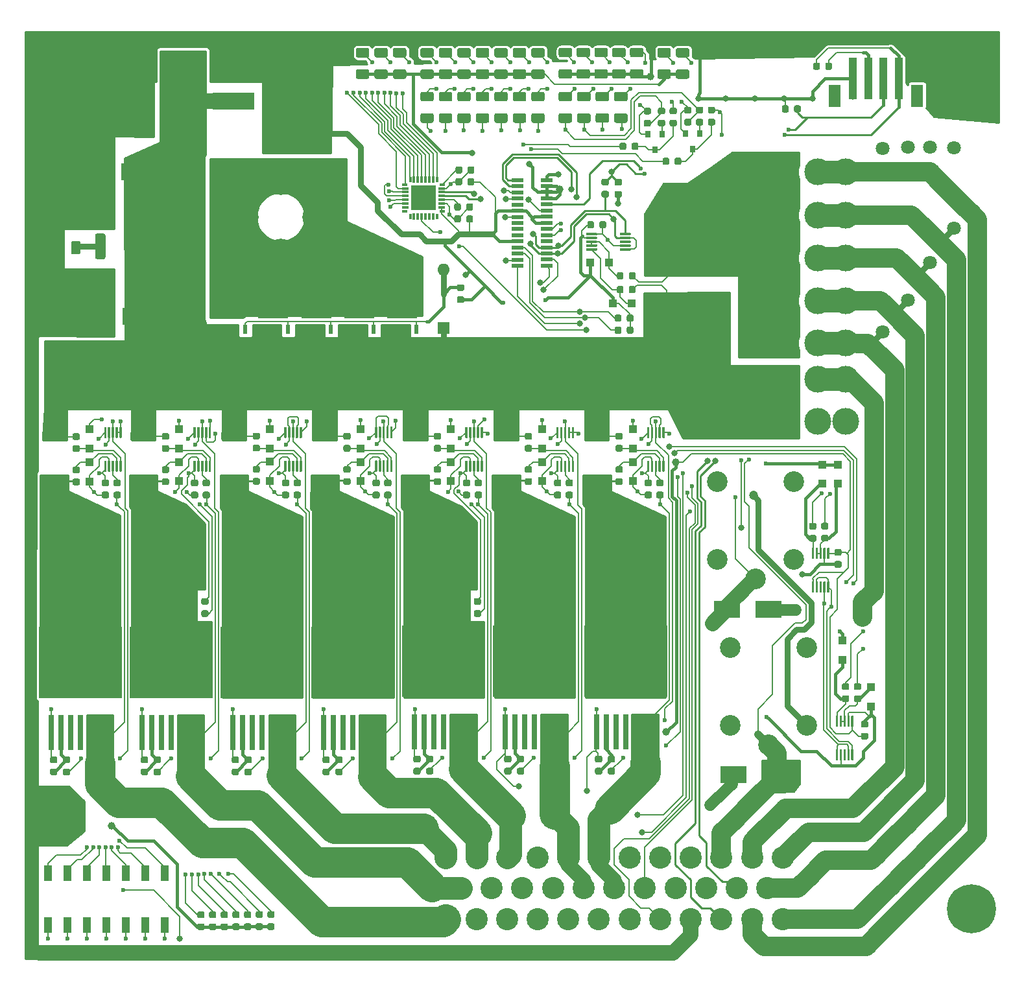
<source format=gbr>
G04 #@! TF.GenerationSoftware,KiCad,Pcbnew,(5.1.6)-1*
G04 #@! TF.CreationDate,2020-08-24T11:42:05+02:00*
G04 #@! TF.ProjectId,AR20_PDM_v1,41523230-5f50-4444-9d5f-76312e6b6963,rev?*
G04 #@! TF.SameCoordinates,Original*
G04 #@! TF.FileFunction,Copper,L1,Top*
G04 #@! TF.FilePolarity,Positive*
%FSLAX46Y46*%
G04 Gerber Fmt 4.6, Leading zero omitted, Abs format (unit mm)*
G04 Created by KiCad (PCBNEW (5.1.6)-1) date 2020-08-24 11:42:05*
%MOMM*%
%LPD*%
G01*
G04 APERTURE LIST*
G04 #@! TA.AperFunction,SMDPad,CuDef*
%ADD10R,0.800000X0.900000*%
G04 #@! TD*
G04 #@! TA.AperFunction,SMDPad,CuDef*
%ADD11R,3.251200X3.251200*%
G04 #@! TD*
G04 #@! TA.AperFunction,SMDPad,CuDef*
%ADD12R,0.700000X0.300000*%
G04 #@! TD*
G04 #@! TA.AperFunction,SMDPad,CuDef*
%ADD13R,0.812800X0.300000*%
G04 #@! TD*
G04 #@! TA.AperFunction,SMDPad,CuDef*
%ADD14R,0.300000X0.700000*%
G04 #@! TD*
G04 #@! TA.AperFunction,SMDPad,CuDef*
%ADD15R,0.300000X0.812800*%
G04 #@! TD*
G04 #@! TA.AperFunction,SMDPad,CuDef*
%ADD16R,3.500000X2.300000*%
G04 #@! TD*
G04 #@! TA.AperFunction,ComponentPad*
%ADD17C,1.800000*%
G04 #@! TD*
G04 #@! TA.AperFunction,ComponentPad*
%ADD18R,1.600000X1.600000*%
G04 #@! TD*
G04 #@! TA.AperFunction,ComponentPad*
%ADD19O,1.600000X1.600000*%
G04 #@! TD*
G04 #@! TA.AperFunction,SMDPad,CuDef*
%ADD20R,1.500000X0.550000*%
G04 #@! TD*
G04 #@! TA.AperFunction,SMDPad,CuDef*
%ADD21R,0.610000X1.270000*%
G04 #@! TD*
G04 #@! TA.AperFunction,SMDPad,CuDef*
%ADD22R,0.610000X1.020000*%
G04 #@! TD*
G04 #@! TA.AperFunction,SMDPad,CuDef*
%ADD23R,3.910000X3.810000*%
G04 #@! TD*
G04 #@! TA.AperFunction,SMDPad,CuDef*
%ADD24R,1.000000X1.000000*%
G04 #@! TD*
G04 #@! TA.AperFunction,SMDPad,CuDef*
%ADD25R,10.800000X9.400000*%
G04 #@! TD*
G04 #@! TA.AperFunction,SMDPad,CuDef*
%ADD26R,0.800000X4.600000*%
G04 #@! TD*
G04 #@! TA.AperFunction,SMDPad,CuDef*
%ADD27R,1.100000X2.100000*%
G04 #@! TD*
G04 #@! TA.AperFunction,ComponentPad*
%ADD28C,2.700000*%
G04 #@! TD*
G04 #@! TA.AperFunction,ComponentPad*
%ADD29C,2.900000*%
G04 #@! TD*
G04 #@! TA.AperFunction,SMDPad,CuDef*
%ADD30R,5.460000X2.210000*%
G04 #@! TD*
G04 #@! TA.AperFunction,ComponentPad*
%ADD31C,3.200000*%
G04 #@! TD*
G04 #@! TA.AperFunction,SMDPad,CuDef*
%ADD32R,1.600000X3.000000*%
G04 #@! TD*
G04 #@! TA.AperFunction,SMDPad,CuDef*
%ADD33R,1.000000X5.500000*%
G04 #@! TD*
G04 #@! TA.AperFunction,ComponentPad*
%ADD34C,3.500000*%
G04 #@! TD*
G04 #@! TA.AperFunction,ComponentPad*
%ADD35C,0.800000*%
G04 #@! TD*
G04 #@! TA.AperFunction,ComponentPad*
%ADD36C,6.400000*%
G04 #@! TD*
G04 #@! TA.AperFunction,ViaPad*
%ADD37C,0.800000*%
G04 #@! TD*
G04 #@! TA.AperFunction,ViaPad*
%ADD38C,0.600000*%
G04 #@! TD*
G04 #@! TA.AperFunction,ViaPad*
%ADD39C,1.000000*%
G04 #@! TD*
G04 #@! TA.AperFunction,ViaPad*
%ADD40C,1.200000*%
G04 #@! TD*
G04 #@! TA.AperFunction,Conductor*
%ADD41C,0.200000*%
G04 #@! TD*
G04 #@! TA.AperFunction,Conductor*
%ADD42C,0.250000*%
G04 #@! TD*
G04 #@! TA.AperFunction,Conductor*
%ADD43C,0.800000*%
G04 #@! TD*
G04 #@! TA.AperFunction,Conductor*
%ADD44C,0.400000*%
G04 #@! TD*
G04 #@! TA.AperFunction,Conductor*
%ADD45C,2.000000*%
G04 #@! TD*
G04 #@! TA.AperFunction,Conductor*
%ADD46C,1.000000*%
G04 #@! TD*
G04 #@! TA.AperFunction,Conductor*
%ADD47C,1.700000*%
G04 #@! TD*
G04 #@! TA.AperFunction,Conductor*
%ADD48C,1.500000*%
G04 #@! TD*
G04 #@! TA.AperFunction,Conductor*
%ADD49C,3.000000*%
G04 #@! TD*
G04 #@! TA.AperFunction,Conductor*
%ADD50C,4.000000*%
G04 #@! TD*
G04 #@! TA.AperFunction,Conductor*
%ADD51C,2.500000*%
G04 #@! TD*
G04 #@! TA.AperFunction,Conductor*
%ADD52C,0.254000*%
G04 #@! TD*
G04 APERTURE END LIST*
G04 #@! TA.AperFunction,SMDPad,CuDef*
G36*
G01*
X113460000Y-42016250D02*
X113460000Y-41503750D01*
G75*
G02*
X113678750Y-41285000I218750J0D01*
G01*
X114116250Y-41285000D01*
G75*
G02*
X114335000Y-41503750I0J-218750D01*
G01*
X114335000Y-42016250D01*
G75*
G02*
X114116250Y-42235000I-218750J0D01*
G01*
X113678750Y-42235000D01*
G75*
G02*
X113460000Y-42016250I0J218750D01*
G01*
G37*
G04 #@! TD.AperFunction*
G04 #@! TA.AperFunction,SMDPad,CuDef*
G36*
G01*
X111885000Y-42016250D02*
X111885000Y-41503750D01*
G75*
G02*
X112103750Y-41285000I218750J0D01*
G01*
X112541250Y-41285000D01*
G75*
G02*
X112760000Y-41503750I0J-218750D01*
G01*
X112760000Y-42016250D01*
G75*
G02*
X112541250Y-42235000I-218750J0D01*
G01*
X112103750Y-42235000D01*
G75*
G02*
X111885000Y-42016250I0J218750D01*
G01*
G37*
G04 #@! TD.AperFunction*
G04 #@! TA.AperFunction,SMDPad,CuDef*
G36*
G01*
X119072500Y-43976250D02*
X119072500Y-43463750D01*
G75*
G02*
X119291250Y-43245000I218750J0D01*
G01*
X119728750Y-43245000D01*
G75*
G02*
X119947500Y-43463750I0J-218750D01*
G01*
X119947500Y-43976250D01*
G75*
G02*
X119728750Y-44195000I-218750J0D01*
G01*
X119291250Y-44195000D01*
G75*
G02*
X119072500Y-43976250I0J218750D01*
G01*
G37*
G04 #@! TD.AperFunction*
G04 #@! TA.AperFunction,SMDPad,CuDef*
G36*
G01*
X117497500Y-43976250D02*
X117497500Y-43463750D01*
G75*
G02*
X117716250Y-43245000I218750J0D01*
G01*
X118153750Y-43245000D01*
G75*
G02*
X118372500Y-43463750I0J-218750D01*
G01*
X118372500Y-43976250D01*
G75*
G02*
X118153750Y-44195000I-218750J0D01*
G01*
X117716250Y-44195000D01*
G75*
G02*
X117497500Y-43976250I0J218750D01*
G01*
G37*
G04 #@! TD.AperFunction*
D10*
X116490000Y-42190000D03*
X115540000Y-40190000D03*
X117440000Y-40190000D03*
X121440000Y-42110000D03*
X120490000Y-40110000D03*
X122390000Y-40110000D03*
G04 #@! TA.AperFunction,SMDPad,CuDef*
G36*
G01*
X117103750Y-36715000D02*
X117616250Y-36715000D01*
G75*
G02*
X117835000Y-36933750I0J-218750D01*
G01*
X117835000Y-37371250D01*
G75*
G02*
X117616250Y-37590000I-218750J0D01*
G01*
X117103750Y-37590000D01*
G75*
G02*
X116885000Y-37371250I0J218750D01*
G01*
X116885000Y-36933750D01*
G75*
G02*
X117103750Y-36715000I218750J0D01*
G01*
G37*
G04 #@! TD.AperFunction*
G04 #@! TA.AperFunction,SMDPad,CuDef*
G36*
G01*
X117103750Y-38290000D02*
X117616250Y-38290000D01*
G75*
G02*
X117835000Y-38508750I0J-218750D01*
G01*
X117835000Y-38946250D01*
G75*
G02*
X117616250Y-39165000I-218750J0D01*
G01*
X117103750Y-39165000D01*
G75*
G02*
X116885000Y-38946250I0J218750D01*
G01*
X116885000Y-38508750D01*
G75*
G02*
X117103750Y-38290000I218750J0D01*
G01*
G37*
G04 #@! TD.AperFunction*
G04 #@! TA.AperFunction,SMDPad,CuDef*
G36*
G01*
X115253750Y-36725000D02*
X115766250Y-36725000D01*
G75*
G02*
X115985000Y-36943750I0J-218750D01*
G01*
X115985000Y-37381250D01*
G75*
G02*
X115766250Y-37600000I-218750J0D01*
G01*
X115253750Y-37600000D01*
G75*
G02*
X115035000Y-37381250I0J218750D01*
G01*
X115035000Y-36943750D01*
G75*
G02*
X115253750Y-36725000I218750J0D01*
G01*
G37*
G04 #@! TD.AperFunction*
G04 #@! TA.AperFunction,SMDPad,CuDef*
G36*
G01*
X115253750Y-38300000D02*
X115766250Y-38300000D01*
G75*
G02*
X115985000Y-38518750I0J-218750D01*
G01*
X115985000Y-38956250D01*
G75*
G02*
X115766250Y-39175000I-218750J0D01*
G01*
X115253750Y-39175000D01*
G75*
G02*
X115035000Y-38956250I0J218750D01*
G01*
X115035000Y-38518750D01*
G75*
G02*
X115253750Y-38300000I218750J0D01*
G01*
G37*
G04 #@! TD.AperFunction*
G04 #@! TA.AperFunction,SMDPad,CuDef*
G36*
G01*
X122083750Y-36595000D02*
X122596250Y-36595000D01*
G75*
G02*
X122815000Y-36813750I0J-218750D01*
G01*
X122815000Y-37251250D01*
G75*
G02*
X122596250Y-37470000I-218750J0D01*
G01*
X122083750Y-37470000D01*
G75*
G02*
X121865000Y-37251250I0J218750D01*
G01*
X121865000Y-36813750D01*
G75*
G02*
X122083750Y-36595000I218750J0D01*
G01*
G37*
G04 #@! TD.AperFunction*
G04 #@! TA.AperFunction,SMDPad,CuDef*
G36*
G01*
X122083750Y-38170000D02*
X122596250Y-38170000D01*
G75*
G02*
X122815000Y-38388750I0J-218750D01*
G01*
X122815000Y-38826250D01*
G75*
G02*
X122596250Y-39045000I-218750J0D01*
G01*
X122083750Y-39045000D01*
G75*
G02*
X121865000Y-38826250I0J218750D01*
G01*
X121865000Y-38388750D01*
G75*
G02*
X122083750Y-38170000I218750J0D01*
G01*
G37*
G04 #@! TD.AperFunction*
G04 #@! TA.AperFunction,SMDPad,CuDef*
G36*
G01*
X120543750Y-36605000D02*
X121056250Y-36605000D01*
G75*
G02*
X121275000Y-36823750I0J-218750D01*
G01*
X121275000Y-37261250D01*
G75*
G02*
X121056250Y-37480000I-218750J0D01*
G01*
X120543750Y-37480000D01*
G75*
G02*
X120325000Y-37261250I0J218750D01*
G01*
X120325000Y-36823750D01*
G75*
G02*
X120543750Y-36605000I218750J0D01*
G01*
G37*
G04 #@! TD.AperFunction*
G04 #@! TA.AperFunction,SMDPad,CuDef*
G36*
G01*
X120543750Y-38180000D02*
X121056250Y-38180000D01*
G75*
G02*
X121275000Y-38398750I0J-218750D01*
G01*
X121275000Y-38836250D01*
G75*
G02*
X121056250Y-39055000I-218750J0D01*
G01*
X120543750Y-39055000D01*
G75*
G02*
X120325000Y-38836250I0J218750D01*
G01*
X120325000Y-38398750D01*
G75*
G02*
X120543750Y-38180000I218750J0D01*
G01*
G37*
G04 #@! TD.AperFunction*
G04 #@! TA.AperFunction,SMDPad,CuDef*
G36*
G01*
X119146250Y-39155000D02*
X118633750Y-39155000D01*
G75*
G02*
X118415000Y-38936250I0J218750D01*
G01*
X118415000Y-38498750D01*
G75*
G02*
X118633750Y-38280000I218750J0D01*
G01*
X119146250Y-38280000D01*
G75*
G02*
X119365000Y-38498750I0J-218750D01*
G01*
X119365000Y-38936250D01*
G75*
G02*
X119146250Y-39155000I-218750J0D01*
G01*
G37*
G04 #@! TD.AperFunction*
G04 #@! TA.AperFunction,SMDPad,CuDef*
G36*
G01*
X119146250Y-37580000D02*
X118633750Y-37580000D01*
G75*
G02*
X118415000Y-37361250I0J218750D01*
G01*
X118415000Y-36923750D01*
G75*
G02*
X118633750Y-36705000I218750J0D01*
G01*
X119146250Y-36705000D01*
G75*
G02*
X119365000Y-36923750I0J-218750D01*
G01*
X119365000Y-37361250D01*
G75*
G02*
X119146250Y-37580000I-218750J0D01*
G01*
G37*
G04 #@! TD.AperFunction*
G04 #@! TA.AperFunction,SMDPad,CuDef*
G36*
G01*
X124146250Y-39035000D02*
X123633750Y-39035000D01*
G75*
G02*
X123415000Y-38816250I0J218750D01*
G01*
X123415000Y-38378750D01*
G75*
G02*
X123633750Y-38160000I218750J0D01*
G01*
X124146250Y-38160000D01*
G75*
G02*
X124365000Y-38378750I0J-218750D01*
G01*
X124365000Y-38816250D01*
G75*
G02*
X124146250Y-39035000I-218750J0D01*
G01*
G37*
G04 #@! TD.AperFunction*
G04 #@! TA.AperFunction,SMDPad,CuDef*
G36*
G01*
X124146250Y-37460000D02*
X123633750Y-37460000D01*
G75*
G02*
X123415000Y-37241250I0J218750D01*
G01*
X123415000Y-36803750D01*
G75*
G02*
X123633750Y-36585000I218750J0D01*
G01*
X124146250Y-36585000D01*
G75*
G02*
X124365000Y-36803750I0J-218750D01*
G01*
X124365000Y-37241250D01*
G75*
G02*
X124146250Y-37460000I-218750J0D01*
G01*
G37*
G04 #@! TD.AperFunction*
D11*
X86300000Y-48500000D03*
D12*
X88740000Y-46750000D03*
D13*
X88687600Y-47250000D03*
X88687600Y-47750000D03*
X88687600Y-48250000D03*
X88687600Y-48750000D03*
X88687600Y-49250000D03*
X88687600Y-49750000D03*
D12*
X88740000Y-50250000D03*
D14*
X88050000Y-50940000D03*
D15*
X87550000Y-50887600D03*
X87050000Y-50887600D03*
X86550000Y-50887600D03*
X86050000Y-50887600D03*
X85550000Y-50887600D03*
X85050000Y-50887600D03*
D14*
X84550000Y-50940000D03*
D12*
X83860000Y-50250000D03*
D13*
X83912400Y-49750000D03*
X83912400Y-49250000D03*
X83912400Y-48750000D03*
X83912400Y-48250000D03*
X83912400Y-47750000D03*
X83912400Y-47250000D03*
D12*
X83860000Y-46750000D03*
D14*
X84550000Y-46060000D03*
D15*
X85050000Y-46112400D03*
X85550000Y-46112400D03*
X86050000Y-46112400D03*
X86550000Y-46112400D03*
X87050000Y-46112400D03*
X87550000Y-46112400D03*
D14*
X88050000Y-46060000D03*
D16*
X132150000Y-123800000D03*
X126750000Y-123800000D03*
X125910000Y-102260000D03*
X131310000Y-102260000D03*
X54240000Y-30960000D03*
X48840000Y-30960000D03*
X54220000Y-35620000D03*
X48820000Y-35620000D03*
D17*
X149500000Y-61850000D03*
X149500000Y-41850000D03*
X146250000Y-42025000D03*
X146250000Y-66025000D03*
X152450000Y-41900000D03*
X152450000Y-56900000D03*
X155550000Y-41950000D03*
X155550000Y-52450000D03*
D18*
X88890000Y-65520000D03*
D19*
X88890000Y-57900000D03*
G04 #@! TA.AperFunction,SMDPad,CuDef*
G36*
G01*
X93068750Y-102350000D02*
X93581250Y-102350000D01*
G75*
G02*
X93800000Y-102568750I0J-218750D01*
G01*
X93800000Y-103006250D01*
G75*
G02*
X93581250Y-103225000I-218750J0D01*
G01*
X93068750Y-103225000D01*
G75*
G02*
X92850000Y-103006250I0J218750D01*
G01*
X92850000Y-102568750D01*
G75*
G02*
X93068750Y-102350000I218750J0D01*
G01*
G37*
G04 #@! TD.AperFunction*
G04 #@! TA.AperFunction,SMDPad,CuDef*
G36*
G01*
X93068750Y-100775000D02*
X93581250Y-100775000D01*
G75*
G02*
X93800000Y-100993750I0J-218750D01*
G01*
X93800000Y-101431250D01*
G75*
G02*
X93581250Y-101650000I-218750J0D01*
G01*
X93068750Y-101650000D01*
G75*
G02*
X92850000Y-101431250I0J218750D01*
G01*
X92850000Y-100993750D01*
G75*
G02*
X93068750Y-100775000I218750J0D01*
G01*
G37*
G04 #@! TD.AperFunction*
D20*
X98550000Y-57375400D03*
X102350000Y-57350000D03*
X98550000Y-56575400D03*
X102350000Y-56550000D03*
X98550000Y-55775400D03*
X102350000Y-55750000D03*
X98550000Y-54975400D03*
X102350000Y-54950000D03*
X98550000Y-54175400D03*
X102350000Y-54150000D03*
X98550000Y-53375400D03*
X102350000Y-53350000D03*
X98550000Y-52575400D03*
X102350000Y-52550000D03*
X98550000Y-51775400D03*
X102350000Y-51750000D03*
X98550000Y-50975400D03*
X102350000Y-50950000D03*
X98550000Y-50175400D03*
X102350000Y-50150000D03*
X98550000Y-49375400D03*
X102350000Y-49350000D03*
X98550000Y-48575400D03*
X102350000Y-48550000D03*
X98550000Y-47775400D03*
X102350000Y-47750000D03*
X98550000Y-46975400D03*
X102350000Y-46950000D03*
X98550000Y-46175400D03*
X102350000Y-46150000D03*
D21*
X81575000Y-65700000D03*
X82845000Y-65700000D03*
X84115000Y-65700000D03*
X85385000Y-65700000D03*
D22*
X85385000Y-60235000D03*
X84115000Y-60235000D03*
X82845000Y-60235000D03*
X81575000Y-60235000D03*
D23*
X83480000Y-62340000D03*
D21*
X70370000Y-65695000D03*
X71640000Y-65695000D03*
X72910000Y-65695000D03*
X74180000Y-65695000D03*
D22*
X74180000Y-60230000D03*
X72910000Y-60230000D03*
X71640000Y-60230000D03*
X70370000Y-60230000D03*
D23*
X72275000Y-62335000D03*
D21*
X75970000Y-65695000D03*
X77240000Y-65695000D03*
X78510000Y-65695000D03*
X79780000Y-65695000D03*
D22*
X79780000Y-60230000D03*
X78510000Y-60230000D03*
X77240000Y-60230000D03*
X75970000Y-60230000D03*
D23*
X77875000Y-62335000D03*
D21*
X59170000Y-65695000D03*
X60440000Y-65695000D03*
X61710000Y-65695000D03*
X62980000Y-65695000D03*
D22*
X62980000Y-60230000D03*
X61710000Y-60230000D03*
X60440000Y-60230000D03*
X59170000Y-60230000D03*
D23*
X61075000Y-62335000D03*
D21*
X64770000Y-65695000D03*
X66040000Y-65695000D03*
X67310000Y-65695000D03*
X68580000Y-65695000D03*
D22*
X68580000Y-60230000D03*
X67310000Y-60230000D03*
X66040000Y-60230000D03*
X64770000Y-60230000D03*
D23*
X66675000Y-62335000D03*
G04 #@! TA.AperFunction,SMDPad,CuDef*
G36*
G01*
X91381250Y-60650000D02*
X90868750Y-60650000D01*
G75*
G02*
X90650000Y-60431250I0J218750D01*
G01*
X90650000Y-59993750D01*
G75*
G02*
X90868750Y-59775000I218750J0D01*
G01*
X91381250Y-59775000D01*
G75*
G02*
X91600000Y-59993750I0J-218750D01*
G01*
X91600000Y-60431250D01*
G75*
G02*
X91381250Y-60650000I-218750J0D01*
G01*
G37*
G04 #@! TD.AperFunction*
G04 #@! TA.AperFunction,SMDPad,CuDef*
G36*
G01*
X91381250Y-62225000D02*
X90868750Y-62225000D01*
G75*
G02*
X90650000Y-62006250I0J218750D01*
G01*
X90650000Y-61568750D01*
G75*
G02*
X90868750Y-61350000I218750J0D01*
G01*
X91381250Y-61350000D01*
G75*
G02*
X91600000Y-61568750I0J-218750D01*
G01*
X91600000Y-62006250D01*
G75*
G02*
X91381250Y-62225000I-218750J0D01*
G01*
G37*
G04 #@! TD.AperFunction*
D24*
X42720000Y-81209200D03*
X42720000Y-78709200D03*
G04 #@! TA.AperFunction,SMDPad,CuDef*
G36*
G01*
X92045000Y-82855100D02*
X92045000Y-84204900D01*
G75*
G02*
X91994900Y-84255000I-50100J0D01*
G01*
X91795100Y-84255000D01*
G75*
G02*
X91745000Y-84204900I0J50100D01*
G01*
X91745000Y-82855100D01*
G75*
G02*
X91795100Y-82805000I50100J0D01*
G01*
X91994900Y-82805000D01*
G75*
G02*
X92045000Y-82855100I0J-50100D01*
G01*
G37*
G04 #@! TD.AperFunction*
G04 #@! TA.AperFunction,SMDPad,CuDef*
G36*
G01*
X92545000Y-82855100D02*
X92545000Y-84204900D01*
G75*
G02*
X92494900Y-84255000I-50100J0D01*
G01*
X92295100Y-84255000D01*
G75*
G02*
X92245000Y-84204900I0J50100D01*
G01*
X92245000Y-82855100D01*
G75*
G02*
X92295100Y-82805000I50100J0D01*
G01*
X92494900Y-82805000D01*
G75*
G02*
X92545000Y-82855100I0J-50100D01*
G01*
G37*
G04 #@! TD.AperFunction*
G04 #@! TA.AperFunction,SMDPad,CuDef*
G36*
G01*
X93045000Y-82855100D02*
X93045000Y-84204900D01*
G75*
G02*
X92994900Y-84255000I-50100J0D01*
G01*
X92795100Y-84255000D01*
G75*
G02*
X92745000Y-84204900I0J50100D01*
G01*
X92745000Y-82855100D01*
G75*
G02*
X92795100Y-82805000I50100J0D01*
G01*
X92994900Y-82805000D01*
G75*
G02*
X93045000Y-82855100I0J-50100D01*
G01*
G37*
G04 #@! TD.AperFunction*
G04 #@! TA.AperFunction,SMDPad,CuDef*
G36*
G01*
X93545000Y-82855100D02*
X93545000Y-84204900D01*
G75*
G02*
X93494900Y-84255000I-50100J0D01*
G01*
X93295100Y-84255000D01*
G75*
G02*
X93245000Y-84204900I0J50100D01*
G01*
X93245000Y-82855100D01*
G75*
G02*
X93295100Y-82805000I50100J0D01*
G01*
X93494900Y-82805000D01*
G75*
G02*
X93545000Y-82855100I0J-50100D01*
G01*
G37*
G04 #@! TD.AperFunction*
G04 #@! TA.AperFunction,SMDPad,CuDef*
G36*
G01*
X94045000Y-82855100D02*
X94045000Y-84204900D01*
G75*
G02*
X93994900Y-84255000I-50100J0D01*
G01*
X93795100Y-84255000D01*
G75*
G02*
X93745000Y-84204900I0J50100D01*
G01*
X93745000Y-82855100D01*
G75*
G02*
X93795100Y-82805000I50100J0D01*
G01*
X93994900Y-82805000D01*
G75*
G02*
X94045000Y-82855100I0J-50100D01*
G01*
G37*
G04 #@! TD.AperFunction*
G04 #@! TA.AperFunction,SMDPad,CuDef*
G36*
G01*
X92045000Y-78455100D02*
X92045000Y-79804900D01*
G75*
G02*
X91994900Y-79855000I-50100J0D01*
G01*
X91795100Y-79855000D01*
G75*
G02*
X91745000Y-79804900I0J50100D01*
G01*
X91745000Y-78455100D01*
G75*
G02*
X91795100Y-78405000I50100J0D01*
G01*
X91994900Y-78405000D01*
G75*
G02*
X92045000Y-78455100I0J-50100D01*
G01*
G37*
G04 #@! TD.AperFunction*
G04 #@! TA.AperFunction,SMDPad,CuDef*
G36*
G01*
X92545000Y-78455100D02*
X92545000Y-79804900D01*
G75*
G02*
X92494900Y-79855000I-50100J0D01*
G01*
X92295100Y-79855000D01*
G75*
G02*
X92245000Y-79804900I0J50100D01*
G01*
X92245000Y-78455100D01*
G75*
G02*
X92295100Y-78405000I50100J0D01*
G01*
X92494900Y-78405000D01*
G75*
G02*
X92545000Y-78455100I0J-50100D01*
G01*
G37*
G04 #@! TD.AperFunction*
G04 #@! TA.AperFunction,SMDPad,CuDef*
G36*
G01*
X93045000Y-78455100D02*
X93045000Y-79804900D01*
G75*
G02*
X92994900Y-79855000I-50100J0D01*
G01*
X92795100Y-79855000D01*
G75*
G02*
X92745000Y-79804900I0J50100D01*
G01*
X92745000Y-78455100D01*
G75*
G02*
X92795100Y-78405000I50100J0D01*
G01*
X92994900Y-78405000D01*
G75*
G02*
X93045000Y-78455100I0J-50100D01*
G01*
G37*
G04 #@! TD.AperFunction*
G04 #@! TA.AperFunction,SMDPad,CuDef*
G36*
G01*
X93545000Y-78455100D02*
X93545000Y-79804900D01*
G75*
G02*
X93494900Y-79855000I-50100J0D01*
G01*
X93295100Y-79855000D01*
G75*
G02*
X93245000Y-79804900I0J50100D01*
G01*
X93245000Y-78455100D01*
G75*
G02*
X93295100Y-78405000I50100J0D01*
G01*
X93494900Y-78405000D01*
G75*
G02*
X93545000Y-78455100I0J-50100D01*
G01*
G37*
G04 #@! TD.AperFunction*
G04 #@! TA.AperFunction,SMDPad,CuDef*
G36*
G01*
X94045000Y-78455100D02*
X94045000Y-79804900D01*
G75*
G02*
X93994900Y-79855000I-50100J0D01*
G01*
X93795100Y-79855000D01*
G75*
G02*
X93745000Y-79804900I0J50100D01*
G01*
X93745000Y-78455100D01*
G75*
G02*
X93795100Y-78405000I50100J0D01*
G01*
X93994900Y-78405000D01*
G75*
G02*
X94045000Y-78455100I0J-50100D01*
G01*
G37*
G04 #@! TD.AperFunction*
G04 #@! TA.AperFunction,SMDPad,CuDef*
G36*
G01*
X115368750Y-86862400D02*
X115881250Y-86862400D01*
G75*
G02*
X116100000Y-87081150I0J-218750D01*
G01*
X116100000Y-87518650D01*
G75*
G02*
X115881250Y-87737400I-218750J0D01*
G01*
X115368750Y-87737400D01*
G75*
G02*
X115150000Y-87518650I0J218750D01*
G01*
X115150000Y-87081150D01*
G75*
G02*
X115368750Y-86862400I218750J0D01*
G01*
G37*
G04 #@! TD.AperFunction*
G04 #@! TA.AperFunction,SMDPad,CuDef*
G36*
G01*
X115368750Y-85287400D02*
X115881250Y-85287400D01*
G75*
G02*
X116100000Y-85506150I0J-218750D01*
G01*
X116100000Y-85943650D01*
G75*
G02*
X115881250Y-86162400I-218750J0D01*
G01*
X115368750Y-86162400D01*
G75*
G02*
X115150000Y-85943650I0J218750D01*
G01*
X115150000Y-85506150D01*
G75*
G02*
X115368750Y-85287400I218750J0D01*
G01*
G37*
G04 #@! TD.AperFunction*
G04 #@! TA.AperFunction,SMDPad,CuDef*
G36*
G01*
X108550000Y-51743750D02*
X108550000Y-52256250D01*
G75*
G02*
X108331250Y-52475000I-218750J0D01*
G01*
X107893750Y-52475000D01*
G75*
G02*
X107675000Y-52256250I0J218750D01*
G01*
X107675000Y-51743750D01*
G75*
G02*
X107893750Y-51525000I218750J0D01*
G01*
X108331250Y-51525000D01*
G75*
G02*
X108550000Y-51743750I0J-218750D01*
G01*
G37*
G04 #@! TD.AperFunction*
G04 #@! TA.AperFunction,SMDPad,CuDef*
G36*
G01*
X110125000Y-51743750D02*
X110125000Y-52256250D01*
G75*
G02*
X109906250Y-52475000I-218750J0D01*
G01*
X109468750Y-52475000D01*
G75*
G02*
X109250000Y-52256250I0J218750D01*
G01*
X109250000Y-51743750D01*
G75*
G02*
X109468750Y-51525000I218750J0D01*
G01*
X109906250Y-51525000D01*
G75*
G02*
X110125000Y-51743750I0J-218750D01*
G01*
G37*
G04 #@! TD.AperFunction*
D25*
X100803200Y-109045400D03*
D26*
X96993200Y-118195400D03*
X98263200Y-118195400D03*
X99533200Y-118195400D03*
X104613200Y-118195400D03*
X103343200Y-118195400D03*
X102073200Y-118195400D03*
X100803200Y-118195400D03*
G04 #@! TA.AperFunction,SMDPad,CuDef*
G36*
G01*
X39418550Y-123032000D02*
X39931050Y-123032000D01*
G75*
G02*
X40149800Y-123250750I0J-218750D01*
G01*
X40149800Y-123688250D01*
G75*
G02*
X39931050Y-123907000I-218750J0D01*
G01*
X39418550Y-123907000D01*
G75*
G02*
X39199800Y-123688250I0J218750D01*
G01*
X39199800Y-123250750D01*
G75*
G02*
X39418550Y-123032000I218750J0D01*
G01*
G37*
G04 #@! TD.AperFunction*
G04 #@! TA.AperFunction,SMDPad,CuDef*
G36*
G01*
X39418550Y-121457000D02*
X39931050Y-121457000D01*
G75*
G02*
X40149800Y-121675750I0J-218750D01*
G01*
X40149800Y-122113250D01*
G75*
G02*
X39931050Y-122332000I-218750J0D01*
G01*
X39418550Y-122332000D01*
G75*
G02*
X39199800Y-122113250I0J218750D01*
G01*
X39199800Y-121675750D01*
G75*
G02*
X39418550Y-121457000I218750J0D01*
G01*
G37*
G04 #@! TD.AperFunction*
D27*
X52520000Y-143475000D03*
X52520000Y-136675000D03*
X49980000Y-143475000D03*
X49980000Y-136675000D03*
X47440000Y-143475000D03*
X47440000Y-136675000D03*
X44900000Y-143475000D03*
X44900000Y-136675000D03*
X42360000Y-143475000D03*
X42360000Y-136675000D03*
X39820000Y-143475000D03*
X39820000Y-136675000D03*
X37280000Y-143475000D03*
X37280000Y-136675000D03*
G04 #@! TA.AperFunction,SMDPad,CuDef*
G36*
G01*
X56550000Y-82855100D02*
X56550000Y-84204900D01*
G75*
G02*
X56499900Y-84255000I-50100J0D01*
G01*
X56300100Y-84255000D01*
G75*
G02*
X56250000Y-84204900I0J50100D01*
G01*
X56250000Y-82855100D01*
G75*
G02*
X56300100Y-82805000I50100J0D01*
G01*
X56499900Y-82805000D01*
G75*
G02*
X56550000Y-82855100I0J-50100D01*
G01*
G37*
G04 #@! TD.AperFunction*
G04 #@! TA.AperFunction,SMDPad,CuDef*
G36*
G01*
X57050000Y-82855100D02*
X57050000Y-84204900D01*
G75*
G02*
X56999900Y-84255000I-50100J0D01*
G01*
X56800100Y-84255000D01*
G75*
G02*
X56750000Y-84204900I0J50100D01*
G01*
X56750000Y-82855100D01*
G75*
G02*
X56800100Y-82805000I50100J0D01*
G01*
X56999900Y-82805000D01*
G75*
G02*
X57050000Y-82855100I0J-50100D01*
G01*
G37*
G04 #@! TD.AperFunction*
G04 #@! TA.AperFunction,SMDPad,CuDef*
G36*
G01*
X57550000Y-82855100D02*
X57550000Y-84204900D01*
G75*
G02*
X57499900Y-84255000I-50100J0D01*
G01*
X57300100Y-84255000D01*
G75*
G02*
X57250000Y-84204900I0J50100D01*
G01*
X57250000Y-82855100D01*
G75*
G02*
X57300100Y-82805000I50100J0D01*
G01*
X57499900Y-82805000D01*
G75*
G02*
X57550000Y-82855100I0J-50100D01*
G01*
G37*
G04 #@! TD.AperFunction*
G04 #@! TA.AperFunction,SMDPad,CuDef*
G36*
G01*
X58050000Y-82855100D02*
X58050000Y-84204900D01*
G75*
G02*
X57999900Y-84255000I-50100J0D01*
G01*
X57800100Y-84255000D01*
G75*
G02*
X57750000Y-84204900I0J50100D01*
G01*
X57750000Y-82855100D01*
G75*
G02*
X57800100Y-82805000I50100J0D01*
G01*
X57999900Y-82805000D01*
G75*
G02*
X58050000Y-82855100I0J-50100D01*
G01*
G37*
G04 #@! TD.AperFunction*
G04 #@! TA.AperFunction,SMDPad,CuDef*
G36*
G01*
X58550000Y-82855100D02*
X58550000Y-84204900D01*
G75*
G02*
X58499900Y-84255000I-50100J0D01*
G01*
X58300100Y-84255000D01*
G75*
G02*
X58250000Y-84204900I0J50100D01*
G01*
X58250000Y-82855100D01*
G75*
G02*
X58300100Y-82805000I50100J0D01*
G01*
X58499900Y-82805000D01*
G75*
G02*
X58550000Y-82855100I0J-50100D01*
G01*
G37*
G04 #@! TD.AperFunction*
G04 #@! TA.AperFunction,SMDPad,CuDef*
G36*
G01*
X56550000Y-78455100D02*
X56550000Y-79804900D01*
G75*
G02*
X56499900Y-79855000I-50100J0D01*
G01*
X56300100Y-79855000D01*
G75*
G02*
X56250000Y-79804900I0J50100D01*
G01*
X56250000Y-78455100D01*
G75*
G02*
X56300100Y-78405000I50100J0D01*
G01*
X56499900Y-78405000D01*
G75*
G02*
X56550000Y-78455100I0J-50100D01*
G01*
G37*
G04 #@! TD.AperFunction*
G04 #@! TA.AperFunction,SMDPad,CuDef*
G36*
G01*
X57050000Y-78455100D02*
X57050000Y-79804900D01*
G75*
G02*
X56999900Y-79855000I-50100J0D01*
G01*
X56800100Y-79855000D01*
G75*
G02*
X56750000Y-79804900I0J50100D01*
G01*
X56750000Y-78455100D01*
G75*
G02*
X56800100Y-78405000I50100J0D01*
G01*
X56999900Y-78405000D01*
G75*
G02*
X57050000Y-78455100I0J-50100D01*
G01*
G37*
G04 #@! TD.AperFunction*
G04 #@! TA.AperFunction,SMDPad,CuDef*
G36*
G01*
X57550000Y-78455100D02*
X57550000Y-79804900D01*
G75*
G02*
X57499900Y-79855000I-50100J0D01*
G01*
X57300100Y-79855000D01*
G75*
G02*
X57250000Y-79804900I0J50100D01*
G01*
X57250000Y-78455100D01*
G75*
G02*
X57300100Y-78405000I50100J0D01*
G01*
X57499900Y-78405000D01*
G75*
G02*
X57550000Y-78455100I0J-50100D01*
G01*
G37*
G04 #@! TD.AperFunction*
G04 #@! TA.AperFunction,SMDPad,CuDef*
G36*
G01*
X58050000Y-78455100D02*
X58050000Y-79804900D01*
G75*
G02*
X57999900Y-79855000I-50100J0D01*
G01*
X57800100Y-79855000D01*
G75*
G02*
X57750000Y-79804900I0J50100D01*
G01*
X57750000Y-78455100D01*
G75*
G02*
X57800100Y-78405000I50100J0D01*
G01*
X57999900Y-78405000D01*
G75*
G02*
X58050000Y-78455100I0J-50100D01*
G01*
G37*
G04 #@! TD.AperFunction*
G04 #@! TA.AperFunction,SMDPad,CuDef*
G36*
G01*
X58550000Y-78455100D02*
X58550000Y-79804900D01*
G75*
G02*
X58499900Y-79855000I-50100J0D01*
G01*
X58300100Y-79855000D01*
G75*
G02*
X58250000Y-79804900I0J50100D01*
G01*
X58250000Y-78455100D01*
G75*
G02*
X58300100Y-78405000I50100J0D01*
G01*
X58499900Y-78405000D01*
G75*
G02*
X58550000Y-78455100I0J-50100D01*
G01*
G37*
G04 #@! TD.AperFunction*
D24*
X54381000Y-83002200D03*
X54381000Y-85502200D03*
G04 #@! TA.AperFunction,SMDPad,CuDef*
G36*
G01*
X103935000Y-82855100D02*
X103935000Y-84204900D01*
G75*
G02*
X103884900Y-84255000I-50100J0D01*
G01*
X103685100Y-84255000D01*
G75*
G02*
X103635000Y-84204900I0J50100D01*
G01*
X103635000Y-82855100D01*
G75*
G02*
X103685100Y-82805000I50100J0D01*
G01*
X103884900Y-82805000D01*
G75*
G02*
X103935000Y-82855100I0J-50100D01*
G01*
G37*
G04 #@! TD.AperFunction*
G04 #@! TA.AperFunction,SMDPad,CuDef*
G36*
G01*
X104435000Y-82855100D02*
X104435000Y-84204900D01*
G75*
G02*
X104384900Y-84255000I-50100J0D01*
G01*
X104185100Y-84255000D01*
G75*
G02*
X104135000Y-84204900I0J50100D01*
G01*
X104135000Y-82855100D01*
G75*
G02*
X104185100Y-82805000I50100J0D01*
G01*
X104384900Y-82805000D01*
G75*
G02*
X104435000Y-82855100I0J-50100D01*
G01*
G37*
G04 #@! TD.AperFunction*
G04 #@! TA.AperFunction,SMDPad,CuDef*
G36*
G01*
X104935000Y-82855100D02*
X104935000Y-84204900D01*
G75*
G02*
X104884900Y-84255000I-50100J0D01*
G01*
X104685100Y-84255000D01*
G75*
G02*
X104635000Y-84204900I0J50100D01*
G01*
X104635000Y-82855100D01*
G75*
G02*
X104685100Y-82805000I50100J0D01*
G01*
X104884900Y-82805000D01*
G75*
G02*
X104935000Y-82855100I0J-50100D01*
G01*
G37*
G04 #@! TD.AperFunction*
G04 #@! TA.AperFunction,SMDPad,CuDef*
G36*
G01*
X105435000Y-82855100D02*
X105435000Y-84204900D01*
G75*
G02*
X105384900Y-84255000I-50100J0D01*
G01*
X105185100Y-84255000D01*
G75*
G02*
X105135000Y-84204900I0J50100D01*
G01*
X105135000Y-82855100D01*
G75*
G02*
X105185100Y-82805000I50100J0D01*
G01*
X105384900Y-82805000D01*
G75*
G02*
X105435000Y-82855100I0J-50100D01*
G01*
G37*
G04 #@! TD.AperFunction*
G04 #@! TA.AperFunction,SMDPad,CuDef*
G36*
G01*
X105935000Y-82855100D02*
X105935000Y-84204900D01*
G75*
G02*
X105884900Y-84255000I-50100J0D01*
G01*
X105685100Y-84255000D01*
G75*
G02*
X105635000Y-84204900I0J50100D01*
G01*
X105635000Y-82855100D01*
G75*
G02*
X105685100Y-82805000I50100J0D01*
G01*
X105884900Y-82805000D01*
G75*
G02*
X105935000Y-82855100I0J-50100D01*
G01*
G37*
G04 #@! TD.AperFunction*
G04 #@! TA.AperFunction,SMDPad,CuDef*
G36*
G01*
X103935000Y-78455100D02*
X103935000Y-79804900D01*
G75*
G02*
X103884900Y-79855000I-50100J0D01*
G01*
X103685100Y-79855000D01*
G75*
G02*
X103635000Y-79804900I0J50100D01*
G01*
X103635000Y-78455100D01*
G75*
G02*
X103685100Y-78405000I50100J0D01*
G01*
X103884900Y-78405000D01*
G75*
G02*
X103935000Y-78455100I0J-50100D01*
G01*
G37*
G04 #@! TD.AperFunction*
G04 #@! TA.AperFunction,SMDPad,CuDef*
G36*
G01*
X104435000Y-78455100D02*
X104435000Y-79804900D01*
G75*
G02*
X104384900Y-79855000I-50100J0D01*
G01*
X104185100Y-79855000D01*
G75*
G02*
X104135000Y-79804900I0J50100D01*
G01*
X104135000Y-78455100D01*
G75*
G02*
X104185100Y-78405000I50100J0D01*
G01*
X104384900Y-78405000D01*
G75*
G02*
X104435000Y-78455100I0J-50100D01*
G01*
G37*
G04 #@! TD.AperFunction*
G04 #@! TA.AperFunction,SMDPad,CuDef*
G36*
G01*
X104935000Y-78455100D02*
X104935000Y-79804900D01*
G75*
G02*
X104884900Y-79855000I-50100J0D01*
G01*
X104685100Y-79855000D01*
G75*
G02*
X104635000Y-79804900I0J50100D01*
G01*
X104635000Y-78455100D01*
G75*
G02*
X104685100Y-78405000I50100J0D01*
G01*
X104884900Y-78405000D01*
G75*
G02*
X104935000Y-78455100I0J-50100D01*
G01*
G37*
G04 #@! TD.AperFunction*
G04 #@! TA.AperFunction,SMDPad,CuDef*
G36*
G01*
X105435000Y-78455100D02*
X105435000Y-79804900D01*
G75*
G02*
X105384900Y-79855000I-50100J0D01*
G01*
X105185100Y-79855000D01*
G75*
G02*
X105135000Y-79804900I0J50100D01*
G01*
X105135000Y-78455100D01*
G75*
G02*
X105185100Y-78405000I50100J0D01*
G01*
X105384900Y-78405000D01*
G75*
G02*
X105435000Y-78455100I0J-50100D01*
G01*
G37*
G04 #@! TD.AperFunction*
G04 #@! TA.AperFunction,SMDPad,CuDef*
G36*
G01*
X105935000Y-78455100D02*
X105935000Y-79804900D01*
G75*
G02*
X105884900Y-79855000I-50100J0D01*
G01*
X105685100Y-79855000D01*
G75*
G02*
X105635000Y-79804900I0J50100D01*
G01*
X105635000Y-78455100D01*
G75*
G02*
X105685100Y-78405000I50100J0D01*
G01*
X105884900Y-78405000D01*
G75*
G02*
X105935000Y-78455100I0J-50100D01*
G01*
G37*
G04 #@! TD.AperFunction*
D28*
X126314434Y-107209600D03*
X136314434Y-107209600D03*
X136314434Y-117409600D03*
X131314434Y-119909600D03*
X126314000Y-117409600D03*
D29*
X133186000Y-142684000D03*
X129186000Y-142684000D03*
X125186000Y-142684000D03*
X121186000Y-142684000D03*
X117186000Y-142684000D03*
X109186000Y-142684000D03*
X105186000Y-142684000D03*
X113186000Y-142684000D03*
X101186000Y-142684000D03*
X97186000Y-142684000D03*
X93186000Y-142684000D03*
X89186000Y-142684000D03*
X131186000Y-138684000D03*
X127186000Y-138684000D03*
X123186000Y-138684000D03*
X119186000Y-138684000D03*
X115186000Y-138684000D03*
X111186000Y-138684000D03*
X107186000Y-138684000D03*
X103186000Y-138684000D03*
X99186000Y-138684000D03*
X95186000Y-138684000D03*
X91186000Y-138684000D03*
X133186000Y-134684000D03*
X129186000Y-134684000D03*
X125186000Y-134684000D03*
X121186000Y-134684000D03*
X117186000Y-134684000D03*
X113186000Y-134684000D03*
X109186000Y-134684000D03*
X105186000Y-134684000D03*
X101186000Y-134684000D03*
X97186000Y-134684000D03*
X93186000Y-134684000D03*
X89186000Y-134684000D03*
G04 #@! TA.AperFunction,SMDPad,CuDef*
G36*
G01*
X46043750Y-86862400D02*
X46556250Y-86862400D01*
G75*
G02*
X46775000Y-87081150I0J-218750D01*
G01*
X46775000Y-87518650D01*
G75*
G02*
X46556250Y-87737400I-218750J0D01*
G01*
X46043750Y-87737400D01*
G75*
G02*
X45825000Y-87518650I0J218750D01*
G01*
X45825000Y-87081150D01*
G75*
G02*
X46043750Y-86862400I218750J0D01*
G01*
G37*
G04 #@! TD.AperFunction*
G04 #@! TA.AperFunction,SMDPad,CuDef*
G36*
G01*
X46043750Y-85287400D02*
X46556250Y-85287400D01*
G75*
G02*
X46775000Y-85506150I0J-218750D01*
G01*
X46775000Y-85943650D01*
G75*
G02*
X46556250Y-86162400I-218750J0D01*
G01*
X46043750Y-86162400D01*
G75*
G02*
X45825000Y-85943650I0J218750D01*
G01*
X45825000Y-85506150D01*
G75*
G02*
X46043750Y-85287400I218750J0D01*
G01*
G37*
G04 #@! TD.AperFunction*
G04 #@! TA.AperFunction,SMDPad,CuDef*
G36*
G01*
X44890000Y-82855100D02*
X44890000Y-84204900D01*
G75*
G02*
X44839900Y-84255000I-50100J0D01*
G01*
X44640100Y-84255000D01*
G75*
G02*
X44590000Y-84204900I0J50100D01*
G01*
X44590000Y-82855100D01*
G75*
G02*
X44640100Y-82805000I50100J0D01*
G01*
X44839900Y-82805000D01*
G75*
G02*
X44890000Y-82855100I0J-50100D01*
G01*
G37*
G04 #@! TD.AperFunction*
G04 #@! TA.AperFunction,SMDPad,CuDef*
G36*
G01*
X45390000Y-82855100D02*
X45390000Y-84204900D01*
G75*
G02*
X45339900Y-84255000I-50100J0D01*
G01*
X45140100Y-84255000D01*
G75*
G02*
X45090000Y-84204900I0J50100D01*
G01*
X45090000Y-82855100D01*
G75*
G02*
X45140100Y-82805000I50100J0D01*
G01*
X45339900Y-82805000D01*
G75*
G02*
X45390000Y-82855100I0J-50100D01*
G01*
G37*
G04 #@! TD.AperFunction*
G04 #@! TA.AperFunction,SMDPad,CuDef*
G36*
G01*
X45890000Y-82855100D02*
X45890000Y-84204900D01*
G75*
G02*
X45839900Y-84255000I-50100J0D01*
G01*
X45640100Y-84255000D01*
G75*
G02*
X45590000Y-84204900I0J50100D01*
G01*
X45590000Y-82855100D01*
G75*
G02*
X45640100Y-82805000I50100J0D01*
G01*
X45839900Y-82805000D01*
G75*
G02*
X45890000Y-82855100I0J-50100D01*
G01*
G37*
G04 #@! TD.AperFunction*
G04 #@! TA.AperFunction,SMDPad,CuDef*
G36*
G01*
X46390000Y-82855100D02*
X46390000Y-84204900D01*
G75*
G02*
X46339900Y-84255000I-50100J0D01*
G01*
X46140100Y-84255000D01*
G75*
G02*
X46090000Y-84204900I0J50100D01*
G01*
X46090000Y-82855100D01*
G75*
G02*
X46140100Y-82805000I50100J0D01*
G01*
X46339900Y-82805000D01*
G75*
G02*
X46390000Y-82855100I0J-50100D01*
G01*
G37*
G04 #@! TD.AperFunction*
G04 #@! TA.AperFunction,SMDPad,CuDef*
G36*
G01*
X46890000Y-82855100D02*
X46890000Y-84204900D01*
G75*
G02*
X46839900Y-84255000I-50100J0D01*
G01*
X46640100Y-84255000D01*
G75*
G02*
X46590000Y-84204900I0J50100D01*
G01*
X46590000Y-82855100D01*
G75*
G02*
X46640100Y-82805000I50100J0D01*
G01*
X46839900Y-82805000D01*
G75*
G02*
X46890000Y-82855100I0J-50100D01*
G01*
G37*
G04 #@! TD.AperFunction*
G04 #@! TA.AperFunction,SMDPad,CuDef*
G36*
G01*
X44890000Y-78455100D02*
X44890000Y-79804900D01*
G75*
G02*
X44839900Y-79855000I-50100J0D01*
G01*
X44640100Y-79855000D01*
G75*
G02*
X44590000Y-79804900I0J50100D01*
G01*
X44590000Y-78455100D01*
G75*
G02*
X44640100Y-78405000I50100J0D01*
G01*
X44839900Y-78405000D01*
G75*
G02*
X44890000Y-78455100I0J-50100D01*
G01*
G37*
G04 #@! TD.AperFunction*
G04 #@! TA.AperFunction,SMDPad,CuDef*
G36*
G01*
X45390000Y-78455100D02*
X45390000Y-79804900D01*
G75*
G02*
X45339900Y-79855000I-50100J0D01*
G01*
X45140100Y-79855000D01*
G75*
G02*
X45090000Y-79804900I0J50100D01*
G01*
X45090000Y-78455100D01*
G75*
G02*
X45140100Y-78405000I50100J0D01*
G01*
X45339900Y-78405000D01*
G75*
G02*
X45390000Y-78455100I0J-50100D01*
G01*
G37*
G04 #@! TD.AperFunction*
G04 #@! TA.AperFunction,SMDPad,CuDef*
G36*
G01*
X45890000Y-78455100D02*
X45890000Y-79804900D01*
G75*
G02*
X45839900Y-79855000I-50100J0D01*
G01*
X45640100Y-79855000D01*
G75*
G02*
X45590000Y-79804900I0J50100D01*
G01*
X45590000Y-78455100D01*
G75*
G02*
X45640100Y-78405000I50100J0D01*
G01*
X45839900Y-78405000D01*
G75*
G02*
X45890000Y-78455100I0J-50100D01*
G01*
G37*
G04 #@! TD.AperFunction*
G04 #@! TA.AperFunction,SMDPad,CuDef*
G36*
G01*
X46390000Y-78455100D02*
X46390000Y-79804900D01*
G75*
G02*
X46339900Y-79855000I-50100J0D01*
G01*
X46140100Y-79855000D01*
G75*
G02*
X46090000Y-79804900I0J50100D01*
G01*
X46090000Y-78455100D01*
G75*
G02*
X46140100Y-78405000I50100J0D01*
G01*
X46339900Y-78405000D01*
G75*
G02*
X46390000Y-78455100I0J-50100D01*
G01*
G37*
G04 #@! TD.AperFunction*
G04 #@! TA.AperFunction,SMDPad,CuDef*
G36*
G01*
X46890000Y-78455100D02*
X46890000Y-79804900D01*
G75*
G02*
X46839900Y-79855000I-50100J0D01*
G01*
X46640100Y-79855000D01*
G75*
G02*
X46590000Y-79804900I0J50100D01*
G01*
X46590000Y-78455100D01*
G75*
G02*
X46640100Y-78405000I50100J0D01*
G01*
X46839900Y-78405000D01*
G75*
G02*
X46890000Y-78455100I0J-50100D01*
G01*
G37*
G04 #@! TD.AperFunction*
G04 #@! TA.AperFunction,SMDPad,CuDef*
G36*
G01*
X113100000Y-58931250D02*
X113100000Y-58418750D01*
G75*
G02*
X113318750Y-58200000I218750J0D01*
G01*
X113756250Y-58200000D01*
G75*
G02*
X113975000Y-58418750I0J-218750D01*
G01*
X113975000Y-58931250D01*
G75*
G02*
X113756250Y-59150000I-218750J0D01*
G01*
X113318750Y-59150000D01*
G75*
G02*
X113100000Y-58931250I0J218750D01*
G01*
G37*
G04 #@! TD.AperFunction*
G04 #@! TA.AperFunction,SMDPad,CuDef*
G36*
G01*
X111525000Y-58931250D02*
X111525000Y-58418750D01*
G75*
G02*
X111743750Y-58200000I218750J0D01*
G01*
X112181250Y-58200000D01*
G75*
G02*
X112400000Y-58418750I0J-218750D01*
G01*
X112400000Y-58931250D01*
G75*
G02*
X112181250Y-59150000I-218750J0D01*
G01*
X111743750Y-59150000D01*
G75*
G02*
X111525000Y-58931250I0J218750D01*
G01*
G37*
G04 #@! TD.AperFunction*
G04 #@! TA.AperFunction,SMDPad,CuDef*
G36*
G01*
X113100000Y-60731250D02*
X113100000Y-60218750D01*
G75*
G02*
X113318750Y-60000000I218750J0D01*
G01*
X113756250Y-60000000D01*
G75*
G02*
X113975000Y-60218750I0J-218750D01*
G01*
X113975000Y-60731250D01*
G75*
G02*
X113756250Y-60950000I-218750J0D01*
G01*
X113318750Y-60950000D01*
G75*
G02*
X113100000Y-60731250I0J218750D01*
G01*
G37*
G04 #@! TD.AperFunction*
G04 #@! TA.AperFunction,SMDPad,CuDef*
G36*
G01*
X111525000Y-60731250D02*
X111525000Y-60218750D01*
G75*
G02*
X111743750Y-60000000I218750J0D01*
G01*
X112181250Y-60000000D01*
G75*
G02*
X112400000Y-60218750I0J-218750D01*
G01*
X112400000Y-60731250D01*
G75*
G02*
X112181250Y-60950000I-218750J0D01*
G01*
X111743750Y-60950000D01*
G75*
G02*
X111525000Y-60731250I0J218750D01*
G01*
G37*
G04 #@! TD.AperFunction*
G04 #@! TA.AperFunction,SMDPad,CuDef*
G36*
G01*
X142706350Y-113471800D02*
X143218850Y-113471800D01*
G75*
G02*
X143437600Y-113690550I0J-218750D01*
G01*
X143437600Y-114128050D01*
G75*
G02*
X143218850Y-114346800I-218750J0D01*
G01*
X142706350Y-114346800D01*
G75*
G02*
X142487600Y-114128050I0J218750D01*
G01*
X142487600Y-113690550D01*
G75*
G02*
X142706350Y-113471800I218750J0D01*
G01*
G37*
G04 #@! TD.AperFunction*
G04 #@! TA.AperFunction,SMDPad,CuDef*
G36*
G01*
X142706350Y-111896800D02*
X143218850Y-111896800D01*
G75*
G02*
X143437600Y-112115550I0J-218750D01*
G01*
X143437600Y-112553050D01*
G75*
G02*
X143218850Y-112771800I-218750J0D01*
G01*
X142706350Y-112771800D01*
G75*
G02*
X142487600Y-112553050I0J218750D01*
G01*
X142487600Y-112115550D01*
G75*
G02*
X142706350Y-111896800I218750J0D01*
G01*
G37*
G04 #@! TD.AperFunction*
G04 #@! TA.AperFunction,SMDPad,CuDef*
G36*
G01*
X141644050Y-112771800D02*
X141131550Y-112771800D01*
G75*
G02*
X140912800Y-112553050I0J218750D01*
G01*
X140912800Y-112115550D01*
G75*
G02*
X141131550Y-111896800I218750J0D01*
G01*
X141644050Y-111896800D01*
G75*
G02*
X141862800Y-112115550I0J-218750D01*
G01*
X141862800Y-112553050D01*
G75*
G02*
X141644050Y-112771800I-218750J0D01*
G01*
G37*
G04 #@! TD.AperFunction*
G04 #@! TA.AperFunction,SMDPad,CuDef*
G36*
G01*
X141644050Y-114346800D02*
X141131550Y-114346800D01*
G75*
G02*
X140912800Y-114128050I0J218750D01*
G01*
X140912800Y-113690550D01*
G75*
G02*
X141131550Y-113471800I218750J0D01*
G01*
X141644050Y-113471800D01*
G75*
G02*
X141862800Y-113690550I0J-218750D01*
G01*
X141862800Y-114128050D01*
G75*
G02*
X141644050Y-114346800I-218750J0D01*
G01*
G37*
G04 #@! TD.AperFunction*
G04 #@! TA.AperFunction,SMDPad,CuDef*
G36*
G01*
X138427750Y-92501200D02*
X138940250Y-92501200D01*
G75*
G02*
X139159000Y-92719950I0J-218750D01*
G01*
X139159000Y-93157450D01*
G75*
G02*
X138940250Y-93376200I-218750J0D01*
G01*
X138427750Y-93376200D01*
G75*
G02*
X138209000Y-93157450I0J218750D01*
G01*
X138209000Y-92719950D01*
G75*
G02*
X138427750Y-92501200I218750J0D01*
G01*
G37*
G04 #@! TD.AperFunction*
G04 #@! TA.AperFunction,SMDPad,CuDef*
G36*
G01*
X138427750Y-90926200D02*
X138940250Y-90926200D01*
G75*
G02*
X139159000Y-91144950I0J-218750D01*
G01*
X139159000Y-91582450D01*
G75*
G02*
X138940250Y-91801200I-218750J0D01*
G01*
X138427750Y-91801200D01*
G75*
G02*
X138209000Y-91582450I0J218750D01*
G01*
X138209000Y-91144950D01*
G75*
G02*
X138427750Y-90926200I218750J0D01*
G01*
G37*
G04 #@! TD.AperFunction*
G04 #@! TA.AperFunction,SMDPad,CuDef*
G36*
G01*
X137365450Y-91826700D02*
X136852950Y-91826700D01*
G75*
G02*
X136634200Y-91607950I0J218750D01*
G01*
X136634200Y-91170450D01*
G75*
G02*
X136852950Y-90951700I218750J0D01*
G01*
X137365450Y-90951700D01*
G75*
G02*
X137584200Y-91170450I0J-218750D01*
G01*
X137584200Y-91607950D01*
G75*
G02*
X137365450Y-91826700I-218750J0D01*
G01*
G37*
G04 #@! TD.AperFunction*
G04 #@! TA.AperFunction,SMDPad,CuDef*
G36*
G01*
X137365450Y-93401700D02*
X136852950Y-93401700D01*
G75*
G02*
X136634200Y-93182950I0J218750D01*
G01*
X136634200Y-92745450D01*
G75*
G02*
X136852950Y-92526700I218750J0D01*
G01*
X137365450Y-92526700D01*
G75*
G02*
X137584200Y-92745450I0J-218750D01*
G01*
X137584200Y-93182950D01*
G75*
G02*
X137365450Y-93401700I-218750J0D01*
G01*
G37*
G04 #@! TD.AperFunction*
G04 #@! TA.AperFunction,SMDPad,CuDef*
G36*
G01*
X116893750Y-86862400D02*
X117406250Y-86862400D01*
G75*
G02*
X117625000Y-87081150I0J-218750D01*
G01*
X117625000Y-87518650D01*
G75*
G02*
X117406250Y-87737400I-218750J0D01*
G01*
X116893750Y-87737400D01*
G75*
G02*
X116675000Y-87518650I0J218750D01*
G01*
X116675000Y-87081150D01*
G75*
G02*
X116893750Y-86862400I218750J0D01*
G01*
G37*
G04 #@! TD.AperFunction*
G04 #@! TA.AperFunction,SMDPad,CuDef*
G36*
G01*
X116893750Y-85287400D02*
X117406250Y-85287400D01*
G75*
G02*
X117625000Y-85506150I0J-218750D01*
G01*
X117625000Y-85943650D01*
G75*
G02*
X117406250Y-86162400I-218750J0D01*
G01*
X116893750Y-86162400D01*
G75*
G02*
X116675000Y-85943650I0J218750D01*
G01*
X116675000Y-85506150D01*
G75*
G02*
X116893750Y-85287400I218750J0D01*
G01*
G37*
G04 #@! TD.AperFunction*
G04 #@! TA.AperFunction,SMDPad,CuDef*
G36*
G01*
X112079250Y-80067200D02*
X111566750Y-80067200D01*
G75*
G02*
X111348000Y-79848450I0J218750D01*
G01*
X111348000Y-79410950D01*
G75*
G02*
X111566750Y-79192200I218750J0D01*
G01*
X112079250Y-79192200D01*
G75*
G02*
X112298000Y-79410950I0J-218750D01*
G01*
X112298000Y-79848450D01*
G75*
G02*
X112079250Y-80067200I-218750J0D01*
G01*
G37*
G04 #@! TD.AperFunction*
G04 #@! TA.AperFunction,SMDPad,CuDef*
G36*
G01*
X112079250Y-81642200D02*
X111566750Y-81642200D01*
G75*
G02*
X111348000Y-81423450I0J218750D01*
G01*
X111348000Y-80985950D01*
G75*
G02*
X111566750Y-80767200I218750J0D01*
G01*
X112079250Y-80767200D01*
G75*
G02*
X112298000Y-80985950I0J-218750D01*
G01*
X112298000Y-81423450D01*
G75*
G02*
X112079250Y-81642200I-218750J0D01*
G01*
G37*
G04 #@! TD.AperFunction*
G04 #@! TA.AperFunction,SMDPad,CuDef*
G36*
G01*
X107502399Y-84725000D02*
X110352401Y-84725000D01*
G75*
G02*
X110602400Y-84974999I0J-249999D01*
G01*
X110602400Y-85825001D01*
G75*
G02*
X110352401Y-86075000I-249999J0D01*
G01*
X107502399Y-86075000D01*
G75*
G02*
X107252400Y-85825001I0J249999D01*
G01*
X107252400Y-84974999D01*
G75*
G02*
X107502399Y-84725000I249999J0D01*
G01*
G37*
G04 #@! TD.AperFunction*
G04 #@! TA.AperFunction,SMDPad,CuDef*
G36*
G01*
X107502399Y-78925000D02*
X110352401Y-78925000D01*
G75*
G02*
X110602400Y-79174999I0J-249999D01*
G01*
X110602400Y-80025001D01*
G75*
G02*
X110352401Y-80275000I-249999J0D01*
G01*
X107502399Y-80275000D01*
G75*
G02*
X107252400Y-80025001I0J249999D01*
G01*
X107252400Y-79174999D01*
G75*
G02*
X107502399Y-78925000I249999J0D01*
G01*
G37*
G04 #@! TD.AperFunction*
G04 #@! TA.AperFunction,SMDPad,CuDef*
G36*
G01*
X111566750Y-85110500D02*
X112079250Y-85110500D01*
G75*
G02*
X112298000Y-85329250I0J-218750D01*
G01*
X112298000Y-85766750D01*
G75*
G02*
X112079250Y-85985500I-218750J0D01*
G01*
X111566750Y-85985500D01*
G75*
G02*
X111348000Y-85766750I0J218750D01*
G01*
X111348000Y-85329250D01*
G75*
G02*
X111566750Y-85110500I218750J0D01*
G01*
G37*
G04 #@! TD.AperFunction*
G04 #@! TA.AperFunction,SMDPad,CuDef*
G36*
G01*
X111566750Y-83535500D02*
X112079250Y-83535500D01*
G75*
G02*
X112298000Y-83754250I0J-218750D01*
G01*
X112298000Y-84191750D01*
G75*
G02*
X112079250Y-84410500I-218750J0D01*
G01*
X111566750Y-84410500D01*
G75*
G02*
X111348000Y-84191750I0J218750D01*
G01*
X111348000Y-83754250D01*
G75*
G02*
X111566750Y-83535500I218750J0D01*
G01*
G37*
G04 #@! TD.AperFunction*
G04 #@! TA.AperFunction,SMDPad,CuDef*
G36*
G01*
X81368750Y-86862400D02*
X81881250Y-86862400D01*
G75*
G02*
X82100000Y-87081150I0J-218750D01*
G01*
X82100000Y-87518650D01*
G75*
G02*
X81881250Y-87737400I-218750J0D01*
G01*
X81368750Y-87737400D01*
G75*
G02*
X81150000Y-87518650I0J218750D01*
G01*
X81150000Y-87081150D01*
G75*
G02*
X81368750Y-86862400I218750J0D01*
G01*
G37*
G04 #@! TD.AperFunction*
G04 #@! TA.AperFunction,SMDPad,CuDef*
G36*
G01*
X81368750Y-85287400D02*
X81881250Y-85287400D01*
G75*
G02*
X82100000Y-85506150I0J-218750D01*
G01*
X82100000Y-85943650D01*
G75*
G02*
X81881250Y-86162400I-218750J0D01*
G01*
X81368750Y-86162400D01*
G75*
G02*
X81150000Y-85943650I0J218750D01*
G01*
X81150000Y-85506150D01*
G75*
G02*
X81368750Y-85287400I218750J0D01*
G01*
G37*
G04 #@! TD.AperFunction*
G04 #@! TA.AperFunction,SMDPad,CuDef*
G36*
G01*
X76552250Y-80067200D02*
X76039750Y-80067200D01*
G75*
G02*
X75821000Y-79848450I0J218750D01*
G01*
X75821000Y-79410950D01*
G75*
G02*
X76039750Y-79192200I218750J0D01*
G01*
X76552250Y-79192200D01*
G75*
G02*
X76771000Y-79410950I0J-218750D01*
G01*
X76771000Y-79848450D01*
G75*
G02*
X76552250Y-80067200I-218750J0D01*
G01*
G37*
G04 #@! TD.AperFunction*
G04 #@! TA.AperFunction,SMDPad,CuDef*
G36*
G01*
X76552250Y-81642200D02*
X76039750Y-81642200D01*
G75*
G02*
X75821000Y-81423450I0J218750D01*
G01*
X75821000Y-80985950D01*
G75*
G02*
X76039750Y-80767200I218750J0D01*
G01*
X76552250Y-80767200D01*
G75*
G02*
X76771000Y-80985950I0J-218750D01*
G01*
X76771000Y-81423450D01*
G75*
G02*
X76552250Y-81642200I-218750J0D01*
G01*
G37*
G04 #@! TD.AperFunction*
G04 #@! TA.AperFunction,SMDPad,CuDef*
G36*
G01*
X71975399Y-84725000D02*
X74825401Y-84725000D01*
G75*
G02*
X75075400Y-84974999I0J-249999D01*
G01*
X75075400Y-85825001D01*
G75*
G02*
X74825401Y-86075000I-249999J0D01*
G01*
X71975399Y-86075000D01*
G75*
G02*
X71725400Y-85825001I0J249999D01*
G01*
X71725400Y-84974999D01*
G75*
G02*
X71975399Y-84725000I249999J0D01*
G01*
G37*
G04 #@! TD.AperFunction*
G04 #@! TA.AperFunction,SMDPad,CuDef*
G36*
G01*
X71975399Y-78925000D02*
X74825401Y-78925000D01*
G75*
G02*
X75075400Y-79174999I0J-249999D01*
G01*
X75075400Y-80025001D01*
G75*
G02*
X74825401Y-80275000I-249999J0D01*
G01*
X71975399Y-80275000D01*
G75*
G02*
X71725400Y-80025001I0J249999D01*
G01*
X71725400Y-79174999D01*
G75*
G02*
X71975399Y-78925000I249999J0D01*
G01*
G37*
G04 #@! TD.AperFunction*
G04 #@! TA.AperFunction,SMDPad,CuDef*
G36*
G01*
X76039750Y-85110500D02*
X76552250Y-85110500D01*
G75*
G02*
X76771000Y-85329250I0J-218750D01*
G01*
X76771000Y-85766750D01*
G75*
G02*
X76552250Y-85985500I-218750J0D01*
G01*
X76039750Y-85985500D01*
G75*
G02*
X75821000Y-85766750I0J218750D01*
G01*
X75821000Y-85329250D01*
G75*
G02*
X76039750Y-85110500I218750J0D01*
G01*
G37*
G04 #@! TD.AperFunction*
G04 #@! TA.AperFunction,SMDPad,CuDef*
G36*
G01*
X76039750Y-83535500D02*
X76552250Y-83535500D01*
G75*
G02*
X76771000Y-83754250I0J-218750D01*
G01*
X76771000Y-84191750D01*
G75*
G02*
X76552250Y-84410500I-218750J0D01*
G01*
X76039750Y-84410500D01*
G75*
G02*
X75821000Y-84191750I0J218750D01*
G01*
X75821000Y-83754250D01*
G75*
G02*
X76039750Y-83535500I218750J0D01*
G01*
G37*
G04 #@! TD.AperFunction*
G04 #@! TA.AperFunction,SMDPad,CuDef*
G36*
G01*
X57668750Y-86862400D02*
X58181250Y-86862400D01*
G75*
G02*
X58400000Y-87081150I0J-218750D01*
G01*
X58400000Y-87518650D01*
G75*
G02*
X58181250Y-87737400I-218750J0D01*
G01*
X57668750Y-87737400D01*
G75*
G02*
X57450000Y-87518650I0J218750D01*
G01*
X57450000Y-87081150D01*
G75*
G02*
X57668750Y-86862400I218750J0D01*
G01*
G37*
G04 #@! TD.AperFunction*
G04 #@! TA.AperFunction,SMDPad,CuDef*
G36*
G01*
X57668750Y-85287400D02*
X58181250Y-85287400D01*
G75*
G02*
X58400000Y-85506150I0J-218750D01*
G01*
X58400000Y-85943650D01*
G75*
G02*
X58181250Y-86162400I-218750J0D01*
G01*
X57668750Y-86162400D01*
G75*
G02*
X57450000Y-85943650I0J218750D01*
G01*
X57450000Y-85506150D01*
G75*
G02*
X57668750Y-85287400I218750J0D01*
G01*
G37*
G04 #@! TD.AperFunction*
G04 #@! TA.AperFunction,SMDPad,CuDef*
G36*
G01*
X52859250Y-80092200D02*
X52346750Y-80092200D01*
G75*
G02*
X52128000Y-79873450I0J218750D01*
G01*
X52128000Y-79435950D01*
G75*
G02*
X52346750Y-79217200I218750J0D01*
G01*
X52859250Y-79217200D01*
G75*
G02*
X53078000Y-79435950I0J-218750D01*
G01*
X53078000Y-79873450D01*
G75*
G02*
X52859250Y-80092200I-218750J0D01*
G01*
G37*
G04 #@! TD.AperFunction*
G04 #@! TA.AperFunction,SMDPad,CuDef*
G36*
G01*
X52859250Y-81667200D02*
X52346750Y-81667200D01*
G75*
G02*
X52128000Y-81448450I0J218750D01*
G01*
X52128000Y-81010950D01*
G75*
G02*
X52346750Y-80792200I218750J0D01*
G01*
X52859250Y-80792200D01*
G75*
G02*
X53078000Y-81010950I0J-218750D01*
G01*
X53078000Y-81448450D01*
G75*
G02*
X52859250Y-81667200I-218750J0D01*
G01*
G37*
G04 #@! TD.AperFunction*
G04 #@! TA.AperFunction,SMDPad,CuDef*
G36*
G01*
X48282399Y-84750000D02*
X51132401Y-84750000D01*
G75*
G02*
X51382400Y-84999999I0J-249999D01*
G01*
X51382400Y-85850001D01*
G75*
G02*
X51132401Y-86100000I-249999J0D01*
G01*
X48282399Y-86100000D01*
G75*
G02*
X48032400Y-85850001I0J249999D01*
G01*
X48032400Y-84999999D01*
G75*
G02*
X48282399Y-84750000I249999J0D01*
G01*
G37*
G04 #@! TD.AperFunction*
G04 #@! TA.AperFunction,SMDPad,CuDef*
G36*
G01*
X48282399Y-78950000D02*
X51132401Y-78950000D01*
G75*
G02*
X51382400Y-79199999I0J-249999D01*
G01*
X51382400Y-80050001D01*
G75*
G02*
X51132401Y-80300000I-249999J0D01*
G01*
X48282399Y-80300000D01*
G75*
G02*
X48032400Y-80050001I0J249999D01*
G01*
X48032400Y-79199999D01*
G75*
G02*
X48282399Y-78950000I249999J0D01*
G01*
G37*
G04 #@! TD.AperFunction*
G04 #@! TA.AperFunction,SMDPad,CuDef*
G36*
G01*
X52346750Y-85135500D02*
X52859250Y-85135500D01*
G75*
G02*
X53078000Y-85354250I0J-218750D01*
G01*
X53078000Y-85791750D01*
G75*
G02*
X52859250Y-86010500I-218750J0D01*
G01*
X52346750Y-86010500D01*
G75*
G02*
X52128000Y-85791750I0J218750D01*
G01*
X52128000Y-85354250D01*
G75*
G02*
X52346750Y-85135500I218750J0D01*
G01*
G37*
G04 #@! TD.AperFunction*
G04 #@! TA.AperFunction,SMDPad,CuDef*
G36*
G01*
X52346750Y-83560500D02*
X52859250Y-83560500D01*
G75*
G02*
X53078000Y-83779250I0J-218750D01*
G01*
X53078000Y-84216750D01*
G75*
G02*
X52859250Y-84435500I-218750J0D01*
G01*
X52346750Y-84435500D01*
G75*
G02*
X52128000Y-84216750I0J218750D01*
G01*
X52128000Y-83779250D01*
G75*
G02*
X52346750Y-83560500I218750J0D01*
G01*
G37*
G04 #@! TD.AperFunction*
G04 #@! TA.AperFunction,SMDPad,CuDef*
G36*
G01*
X105068750Y-86862400D02*
X105581250Y-86862400D01*
G75*
G02*
X105800000Y-87081150I0J-218750D01*
G01*
X105800000Y-87518650D01*
G75*
G02*
X105581250Y-87737400I-218750J0D01*
G01*
X105068750Y-87737400D01*
G75*
G02*
X104850000Y-87518650I0J218750D01*
G01*
X104850000Y-87081150D01*
G75*
G02*
X105068750Y-86862400I218750J0D01*
G01*
G37*
G04 #@! TD.AperFunction*
G04 #@! TA.AperFunction,SMDPad,CuDef*
G36*
G01*
X105068750Y-85287400D02*
X105581250Y-85287400D01*
G75*
G02*
X105800000Y-85506150I0J-218750D01*
G01*
X105800000Y-85943650D01*
G75*
G02*
X105581250Y-86162400I-218750J0D01*
G01*
X105068750Y-86162400D01*
G75*
G02*
X104850000Y-85943650I0J218750D01*
G01*
X104850000Y-85506150D01*
G75*
G02*
X105068750Y-85287400I218750J0D01*
G01*
G37*
G04 #@! TD.AperFunction*
G04 #@! TA.AperFunction,SMDPad,CuDef*
G36*
G01*
X100245250Y-80067200D02*
X99732750Y-80067200D01*
G75*
G02*
X99514000Y-79848450I0J218750D01*
G01*
X99514000Y-79410950D01*
G75*
G02*
X99732750Y-79192200I218750J0D01*
G01*
X100245250Y-79192200D01*
G75*
G02*
X100464000Y-79410950I0J-218750D01*
G01*
X100464000Y-79848450D01*
G75*
G02*
X100245250Y-80067200I-218750J0D01*
G01*
G37*
G04 #@! TD.AperFunction*
G04 #@! TA.AperFunction,SMDPad,CuDef*
G36*
G01*
X100245250Y-81642200D02*
X99732750Y-81642200D01*
G75*
G02*
X99514000Y-81423450I0J218750D01*
G01*
X99514000Y-80985950D01*
G75*
G02*
X99732750Y-80767200I218750J0D01*
G01*
X100245250Y-80767200D01*
G75*
G02*
X100464000Y-80985950I0J-218750D01*
G01*
X100464000Y-81423450D01*
G75*
G02*
X100245250Y-81642200I-218750J0D01*
G01*
G37*
G04 #@! TD.AperFunction*
G04 #@! TA.AperFunction,SMDPad,CuDef*
G36*
G01*
X95668399Y-84725000D02*
X98518401Y-84725000D01*
G75*
G02*
X98768400Y-84974999I0J-249999D01*
G01*
X98768400Y-85825001D01*
G75*
G02*
X98518401Y-86075000I-249999J0D01*
G01*
X95668399Y-86075000D01*
G75*
G02*
X95418400Y-85825001I0J249999D01*
G01*
X95418400Y-84974999D01*
G75*
G02*
X95668399Y-84725000I249999J0D01*
G01*
G37*
G04 #@! TD.AperFunction*
G04 #@! TA.AperFunction,SMDPad,CuDef*
G36*
G01*
X95668399Y-78925000D02*
X98518401Y-78925000D01*
G75*
G02*
X98768400Y-79174999I0J-249999D01*
G01*
X98768400Y-80025001D01*
G75*
G02*
X98518401Y-80275000I-249999J0D01*
G01*
X95668399Y-80275000D01*
G75*
G02*
X95418400Y-80025001I0J249999D01*
G01*
X95418400Y-79174999D01*
G75*
G02*
X95668399Y-78925000I249999J0D01*
G01*
G37*
G04 #@! TD.AperFunction*
G04 #@! TA.AperFunction,SMDPad,CuDef*
G36*
G01*
X99732750Y-85110500D02*
X100245250Y-85110500D01*
G75*
G02*
X100464000Y-85329250I0J-218750D01*
G01*
X100464000Y-85766750D01*
G75*
G02*
X100245250Y-85985500I-218750J0D01*
G01*
X99732750Y-85985500D01*
G75*
G02*
X99514000Y-85766750I0J218750D01*
G01*
X99514000Y-85329250D01*
G75*
G02*
X99732750Y-85110500I218750J0D01*
G01*
G37*
G04 #@! TD.AperFunction*
G04 #@! TA.AperFunction,SMDPad,CuDef*
G36*
G01*
X99732750Y-83535500D02*
X100245250Y-83535500D01*
G75*
G02*
X100464000Y-83754250I0J-218750D01*
G01*
X100464000Y-84191750D01*
G75*
G02*
X100245250Y-84410500I-218750J0D01*
G01*
X99732750Y-84410500D01*
G75*
G02*
X99514000Y-84191750I0J218750D01*
G01*
X99514000Y-83754250D01*
G75*
G02*
X99732750Y-83535500I218750J0D01*
G01*
G37*
G04 #@! TD.AperFunction*
G04 #@! TA.AperFunction,SMDPad,CuDef*
G36*
G01*
X93193750Y-86862400D02*
X93706250Y-86862400D01*
G75*
G02*
X93925000Y-87081150I0J-218750D01*
G01*
X93925000Y-87518650D01*
G75*
G02*
X93706250Y-87737400I-218750J0D01*
G01*
X93193750Y-87737400D01*
G75*
G02*
X92975000Y-87518650I0J218750D01*
G01*
X92975000Y-87081150D01*
G75*
G02*
X93193750Y-86862400I218750J0D01*
G01*
G37*
G04 #@! TD.AperFunction*
G04 #@! TA.AperFunction,SMDPad,CuDef*
G36*
G01*
X93193750Y-85287400D02*
X93706250Y-85287400D01*
G75*
G02*
X93925000Y-85506150I0J-218750D01*
G01*
X93925000Y-85943650D01*
G75*
G02*
X93706250Y-86162400I-218750J0D01*
G01*
X93193750Y-86162400D01*
G75*
G02*
X92975000Y-85943650I0J218750D01*
G01*
X92975000Y-85506150D01*
G75*
G02*
X93193750Y-85287400I218750J0D01*
G01*
G37*
G04 #@! TD.AperFunction*
G04 #@! TA.AperFunction,SMDPad,CuDef*
G36*
G01*
X88361250Y-80067200D02*
X87848750Y-80067200D01*
G75*
G02*
X87630000Y-79848450I0J218750D01*
G01*
X87630000Y-79410950D01*
G75*
G02*
X87848750Y-79192200I218750J0D01*
G01*
X88361250Y-79192200D01*
G75*
G02*
X88580000Y-79410950I0J-218750D01*
G01*
X88580000Y-79848450D01*
G75*
G02*
X88361250Y-80067200I-218750J0D01*
G01*
G37*
G04 #@! TD.AperFunction*
G04 #@! TA.AperFunction,SMDPad,CuDef*
G36*
G01*
X88361250Y-81642200D02*
X87848750Y-81642200D01*
G75*
G02*
X87630000Y-81423450I0J218750D01*
G01*
X87630000Y-80985950D01*
G75*
G02*
X87848750Y-80767200I218750J0D01*
G01*
X88361250Y-80767200D01*
G75*
G02*
X88580000Y-80985950I0J-218750D01*
G01*
X88580000Y-81423450D01*
G75*
G02*
X88361250Y-81642200I-218750J0D01*
G01*
G37*
G04 #@! TD.AperFunction*
G04 #@! TA.AperFunction,SMDPad,CuDef*
G36*
G01*
X83784399Y-84725000D02*
X86634401Y-84725000D01*
G75*
G02*
X86884400Y-84974999I0J-249999D01*
G01*
X86884400Y-85825001D01*
G75*
G02*
X86634401Y-86075000I-249999J0D01*
G01*
X83784399Y-86075000D01*
G75*
G02*
X83534400Y-85825001I0J249999D01*
G01*
X83534400Y-84974999D01*
G75*
G02*
X83784399Y-84725000I249999J0D01*
G01*
G37*
G04 #@! TD.AperFunction*
G04 #@! TA.AperFunction,SMDPad,CuDef*
G36*
G01*
X83784399Y-78925000D02*
X86634401Y-78925000D01*
G75*
G02*
X86884400Y-79174999I0J-249999D01*
G01*
X86884400Y-80025001D01*
G75*
G02*
X86634401Y-80275000I-249999J0D01*
G01*
X83784399Y-80275000D01*
G75*
G02*
X83534400Y-80025001I0J249999D01*
G01*
X83534400Y-79174999D01*
G75*
G02*
X83784399Y-78925000I249999J0D01*
G01*
G37*
G04 #@! TD.AperFunction*
G04 #@! TA.AperFunction,SMDPad,CuDef*
G36*
G01*
X87848750Y-85110500D02*
X88361250Y-85110500D01*
G75*
G02*
X88580000Y-85329250I0J-218750D01*
G01*
X88580000Y-85766750D01*
G75*
G02*
X88361250Y-85985500I-218750J0D01*
G01*
X87848750Y-85985500D01*
G75*
G02*
X87630000Y-85766750I0J218750D01*
G01*
X87630000Y-85329250D01*
G75*
G02*
X87848750Y-85110500I218750J0D01*
G01*
G37*
G04 #@! TD.AperFunction*
G04 #@! TA.AperFunction,SMDPad,CuDef*
G36*
G01*
X87848750Y-83535500D02*
X88361250Y-83535500D01*
G75*
G02*
X88580000Y-83754250I0J-218750D01*
G01*
X88580000Y-84191750D01*
G75*
G02*
X88361250Y-84410500I-218750J0D01*
G01*
X87848750Y-84410500D01*
G75*
G02*
X87630000Y-84191750I0J218750D01*
G01*
X87630000Y-83754250D01*
G75*
G02*
X87848750Y-83535500I218750J0D01*
G01*
G37*
G04 #@! TD.AperFunction*
G04 #@! TA.AperFunction,SMDPad,CuDef*
G36*
G01*
X69543750Y-86862400D02*
X70056250Y-86862400D01*
G75*
G02*
X70275000Y-87081150I0J-218750D01*
G01*
X70275000Y-87518650D01*
G75*
G02*
X70056250Y-87737400I-218750J0D01*
G01*
X69543750Y-87737400D01*
G75*
G02*
X69325000Y-87518650I0J218750D01*
G01*
X69325000Y-87081150D01*
G75*
G02*
X69543750Y-86862400I218750J0D01*
G01*
G37*
G04 #@! TD.AperFunction*
G04 #@! TA.AperFunction,SMDPad,CuDef*
G36*
G01*
X69543750Y-85287400D02*
X70056250Y-85287400D01*
G75*
G02*
X70275000Y-85506150I0J-218750D01*
G01*
X70275000Y-85943650D01*
G75*
G02*
X70056250Y-86162400I-218750J0D01*
G01*
X69543750Y-86162400D01*
G75*
G02*
X69325000Y-85943650I0J218750D01*
G01*
X69325000Y-85506150D01*
G75*
G02*
X69543750Y-85287400I218750J0D01*
G01*
G37*
G04 #@! TD.AperFunction*
G04 #@! TA.AperFunction,SMDPad,CuDef*
G36*
G01*
X64718250Y-80042200D02*
X64205750Y-80042200D01*
G75*
G02*
X63987000Y-79823450I0J218750D01*
G01*
X63987000Y-79385950D01*
G75*
G02*
X64205750Y-79167200I218750J0D01*
G01*
X64718250Y-79167200D01*
G75*
G02*
X64937000Y-79385950I0J-218750D01*
G01*
X64937000Y-79823450D01*
G75*
G02*
X64718250Y-80042200I-218750J0D01*
G01*
G37*
G04 #@! TD.AperFunction*
G04 #@! TA.AperFunction,SMDPad,CuDef*
G36*
G01*
X64718250Y-81617200D02*
X64205750Y-81617200D01*
G75*
G02*
X63987000Y-81398450I0J218750D01*
G01*
X63987000Y-80960950D01*
G75*
G02*
X64205750Y-80742200I218750J0D01*
G01*
X64718250Y-80742200D01*
G75*
G02*
X64937000Y-80960950I0J-218750D01*
G01*
X64937000Y-81398450D01*
G75*
G02*
X64718250Y-81617200I-218750J0D01*
G01*
G37*
G04 #@! TD.AperFunction*
G04 #@! TA.AperFunction,SMDPad,CuDef*
G36*
G01*
X60141399Y-84700000D02*
X62991401Y-84700000D01*
G75*
G02*
X63241400Y-84949999I0J-249999D01*
G01*
X63241400Y-85800001D01*
G75*
G02*
X62991401Y-86050000I-249999J0D01*
G01*
X60141399Y-86050000D01*
G75*
G02*
X59891400Y-85800001I0J249999D01*
G01*
X59891400Y-84949999D01*
G75*
G02*
X60141399Y-84700000I249999J0D01*
G01*
G37*
G04 #@! TD.AperFunction*
G04 #@! TA.AperFunction,SMDPad,CuDef*
G36*
G01*
X60141399Y-78900000D02*
X62991401Y-78900000D01*
G75*
G02*
X63241400Y-79149999I0J-249999D01*
G01*
X63241400Y-80000001D01*
G75*
G02*
X62991401Y-80250000I-249999J0D01*
G01*
X60141399Y-80250000D01*
G75*
G02*
X59891400Y-80000001I0J249999D01*
G01*
X59891400Y-79149999D01*
G75*
G02*
X60141399Y-78900000I249999J0D01*
G01*
G37*
G04 #@! TD.AperFunction*
G04 #@! TA.AperFunction,SMDPad,CuDef*
G36*
G01*
X64205750Y-85085500D02*
X64718250Y-85085500D01*
G75*
G02*
X64937000Y-85304250I0J-218750D01*
G01*
X64937000Y-85741750D01*
G75*
G02*
X64718250Y-85960500I-218750J0D01*
G01*
X64205750Y-85960500D01*
G75*
G02*
X63987000Y-85741750I0J218750D01*
G01*
X63987000Y-85304250D01*
G75*
G02*
X64205750Y-85085500I218750J0D01*
G01*
G37*
G04 #@! TD.AperFunction*
G04 #@! TA.AperFunction,SMDPad,CuDef*
G36*
G01*
X64205750Y-83510500D02*
X64718250Y-83510500D01*
G75*
G02*
X64937000Y-83729250I0J-218750D01*
G01*
X64937000Y-84166750D01*
G75*
G02*
X64718250Y-84385500I-218750J0D01*
G01*
X64205750Y-84385500D01*
G75*
G02*
X63987000Y-84166750I0J218750D01*
G01*
X63987000Y-83729250D01*
G75*
G02*
X64205750Y-83510500I218750J0D01*
G01*
G37*
G04 #@! TD.AperFunction*
G04 #@! TA.AperFunction,SMDPad,CuDef*
G36*
G01*
X41201050Y-80117200D02*
X40688550Y-80117200D01*
G75*
G02*
X40469800Y-79898450I0J218750D01*
G01*
X40469800Y-79460950D01*
G75*
G02*
X40688550Y-79242200I218750J0D01*
G01*
X41201050Y-79242200D01*
G75*
G02*
X41419800Y-79460950I0J-218750D01*
G01*
X41419800Y-79898450D01*
G75*
G02*
X41201050Y-80117200I-218750J0D01*
G01*
G37*
G04 #@! TD.AperFunction*
G04 #@! TA.AperFunction,SMDPad,CuDef*
G36*
G01*
X41201050Y-81692200D02*
X40688550Y-81692200D01*
G75*
G02*
X40469800Y-81473450I0J218750D01*
G01*
X40469800Y-81035950D01*
G75*
G02*
X40688550Y-80817200I218750J0D01*
G01*
X41201050Y-80817200D01*
G75*
G02*
X41419800Y-81035950I0J-218750D01*
G01*
X41419800Y-81473450D01*
G75*
G02*
X41201050Y-81692200I-218750J0D01*
G01*
G37*
G04 #@! TD.AperFunction*
G04 #@! TA.AperFunction,SMDPad,CuDef*
G36*
G01*
X40688550Y-85160500D02*
X41201050Y-85160500D01*
G75*
G02*
X41419800Y-85379250I0J-218750D01*
G01*
X41419800Y-85816750D01*
G75*
G02*
X41201050Y-86035500I-218750J0D01*
G01*
X40688550Y-86035500D01*
G75*
G02*
X40469800Y-85816750I0J218750D01*
G01*
X40469800Y-85379250D01*
G75*
G02*
X40688550Y-85160500I218750J0D01*
G01*
G37*
G04 #@! TD.AperFunction*
G04 #@! TA.AperFunction,SMDPad,CuDef*
G36*
G01*
X40688550Y-83585500D02*
X41201050Y-83585500D01*
G75*
G02*
X41419800Y-83804250I0J-218750D01*
G01*
X41419800Y-84241750D01*
G75*
G02*
X41201050Y-84460500I-218750J0D01*
G01*
X40688550Y-84460500D01*
G75*
G02*
X40469800Y-84241750I0J218750D01*
G01*
X40469800Y-83804250D01*
G75*
G02*
X40688550Y-83585500I218750J0D01*
G01*
G37*
G04 #@! TD.AperFunction*
G04 #@! TA.AperFunction,SMDPad,CuDef*
G36*
G01*
X112125000Y-63943750D02*
X112125000Y-64456250D01*
G75*
G02*
X111906250Y-64675000I-218750J0D01*
G01*
X111468750Y-64675000D01*
G75*
G02*
X111250000Y-64456250I0J218750D01*
G01*
X111250000Y-63943750D01*
G75*
G02*
X111468750Y-63725000I218750J0D01*
G01*
X111906250Y-63725000D01*
G75*
G02*
X112125000Y-63943750I0J-218750D01*
G01*
G37*
G04 #@! TD.AperFunction*
G04 #@! TA.AperFunction,SMDPad,CuDef*
G36*
G01*
X113700000Y-63943750D02*
X113700000Y-64456250D01*
G75*
G02*
X113481250Y-64675000I-218750J0D01*
G01*
X113043750Y-64675000D01*
G75*
G02*
X112825000Y-64456250I0J218750D01*
G01*
X112825000Y-63943750D01*
G75*
G02*
X113043750Y-63725000I218750J0D01*
G01*
X113481250Y-63725000D01*
G75*
G02*
X113700000Y-63943750I0J-218750D01*
G01*
G37*
G04 #@! TD.AperFunction*
G04 #@! TA.AperFunction,SMDPad,CuDef*
G36*
G01*
X44775000Y-53399999D02*
X44775000Y-56250001D01*
G75*
G02*
X44525001Y-56500000I-249999J0D01*
G01*
X43674999Y-56500000D01*
G75*
G02*
X43425000Y-56250001I0J249999D01*
G01*
X43425000Y-53399999D01*
G75*
G02*
X43674999Y-53150000I249999J0D01*
G01*
X44525001Y-53150000D01*
G75*
G02*
X44775000Y-53399999I0J-249999D01*
G01*
G37*
G04 #@! TD.AperFunction*
G04 #@! TA.AperFunction,SMDPad,CuDef*
G36*
G01*
X50575000Y-53399999D02*
X50575000Y-56250001D01*
G75*
G02*
X50325001Y-56500000I-249999J0D01*
G01*
X49474999Y-56500000D01*
G75*
G02*
X49225000Y-56250001I0J249999D01*
G01*
X49225000Y-53399999D01*
G75*
G02*
X49474999Y-53150000I249999J0D01*
G01*
X50325001Y-53150000D01*
G75*
G02*
X50575000Y-53399999I0J-249999D01*
G01*
G37*
G04 #@! TD.AperFunction*
D24*
X110525000Y-56950000D03*
X108025000Y-56950000D03*
X113475000Y-62250000D03*
X110975000Y-62250000D03*
X144725000Y-112400000D03*
X144725000Y-114900000D03*
X140975000Y-108825000D03*
X140975000Y-106325000D03*
X140375000Y-85825000D03*
X140375000Y-83325000D03*
X138340600Y-85832000D03*
X138340600Y-83332000D03*
X113605000Y-81209200D03*
X113605000Y-78709200D03*
X113601000Y-82977200D03*
X113601000Y-85477200D03*
X78074000Y-81209200D03*
X78074000Y-78709200D03*
X78074000Y-82977200D03*
X78074000Y-85477200D03*
X54381000Y-81209200D03*
X54381000Y-78709200D03*
X101767000Y-81209200D03*
X101767000Y-78709200D03*
X101767000Y-82977200D03*
X101767000Y-85477200D03*
X89875000Y-81209200D03*
X89875000Y-78709200D03*
X89883000Y-82977200D03*
X89883000Y-85477200D03*
X66240000Y-81209200D03*
X66240000Y-78709200D03*
X66240000Y-82952200D03*
X66240000Y-85452200D03*
X42720000Y-83027200D03*
X42720000Y-85527200D03*
G04 #@! TA.AperFunction,SMDPad,CuDef*
G36*
G01*
X40275000Y-55625000D02*
X40275000Y-54375000D01*
G75*
G02*
X40525000Y-54125000I250000J0D01*
G01*
X41275000Y-54125000D01*
G75*
G02*
X41525000Y-54375000I0J-250000D01*
G01*
X41525000Y-55625000D01*
G75*
G02*
X41275000Y-55875000I-250000J0D01*
G01*
X40525000Y-55875000D01*
G75*
G02*
X40275000Y-55625000I0J250000D01*
G01*
G37*
G04 #@! TD.AperFunction*
G04 #@! TA.AperFunction,SMDPad,CuDef*
G36*
G01*
X37475000Y-55625000D02*
X37475000Y-54375000D01*
G75*
G02*
X37725000Y-54125000I250000J0D01*
G01*
X38475000Y-54125000D01*
G75*
G02*
X38725000Y-54375000I0J-250000D01*
G01*
X38725000Y-55625000D01*
G75*
G02*
X38475000Y-55875000I-250000J0D01*
G01*
X37725000Y-55875000D01*
G75*
G02*
X37475000Y-55625000I0J250000D01*
G01*
G37*
G04 #@! TD.AperFunction*
G04 #@! TA.AperFunction,SMDPad,CuDef*
G36*
G01*
X82550000Y-31701600D02*
X83800000Y-31701600D01*
G75*
G02*
X84050000Y-31951600I0J-250000D01*
G01*
X84050000Y-32701600D01*
G75*
G02*
X83800000Y-32951600I-250000J0D01*
G01*
X82550000Y-32951600D01*
G75*
G02*
X82300000Y-32701600I0J250000D01*
G01*
X82300000Y-31951600D01*
G75*
G02*
X82550000Y-31701600I250000J0D01*
G01*
G37*
G04 #@! TD.AperFunction*
G04 #@! TA.AperFunction,SMDPad,CuDef*
G36*
G01*
X82550000Y-28901600D02*
X83800000Y-28901600D01*
G75*
G02*
X84050000Y-29151600I0J-250000D01*
G01*
X84050000Y-29901600D01*
G75*
G02*
X83800000Y-30151600I-250000J0D01*
G01*
X82550000Y-30151600D01*
G75*
G02*
X82300000Y-29901600I0J250000D01*
G01*
X82300000Y-29151600D01*
G75*
G02*
X82550000Y-28901600I250000J0D01*
G01*
G37*
G04 #@! TD.AperFunction*
G04 #@! TA.AperFunction,SMDPad,CuDef*
G36*
G01*
X80125000Y-31701600D02*
X81375000Y-31701600D01*
G75*
G02*
X81625000Y-31951600I0J-250000D01*
G01*
X81625000Y-32701600D01*
G75*
G02*
X81375000Y-32951600I-250000J0D01*
G01*
X80125000Y-32951600D01*
G75*
G02*
X79875000Y-32701600I0J250000D01*
G01*
X79875000Y-31951600D01*
G75*
G02*
X80125000Y-31701600I250000J0D01*
G01*
G37*
G04 #@! TD.AperFunction*
G04 #@! TA.AperFunction,SMDPad,CuDef*
G36*
G01*
X80125000Y-28901600D02*
X81375000Y-28901600D01*
G75*
G02*
X81625000Y-29151600I0J-250000D01*
G01*
X81625000Y-29901600D01*
G75*
G02*
X81375000Y-30151600I-250000J0D01*
G01*
X80125000Y-30151600D01*
G75*
G02*
X79875000Y-29901600I0J250000D01*
G01*
X79875000Y-29151600D01*
G75*
G02*
X80125000Y-28901600I250000J0D01*
G01*
G37*
G04 #@! TD.AperFunction*
G04 #@! TA.AperFunction,SMDPad,CuDef*
G36*
G01*
X77700000Y-31701600D02*
X78950000Y-31701600D01*
G75*
G02*
X79200000Y-31951600I0J-250000D01*
G01*
X79200000Y-32701600D01*
G75*
G02*
X78950000Y-32951600I-250000J0D01*
G01*
X77700000Y-32951600D01*
G75*
G02*
X77450000Y-32701600I0J250000D01*
G01*
X77450000Y-31951600D01*
G75*
G02*
X77700000Y-31701600I250000J0D01*
G01*
G37*
G04 #@! TD.AperFunction*
G04 #@! TA.AperFunction,SMDPad,CuDef*
G36*
G01*
X77700000Y-28901600D02*
X78950000Y-28901600D01*
G75*
G02*
X79200000Y-29151600I0J-250000D01*
G01*
X79200000Y-29901600D01*
G75*
G02*
X78950000Y-30151600I-250000J0D01*
G01*
X77700000Y-30151600D01*
G75*
G02*
X77450000Y-29901600I0J250000D01*
G01*
X77450000Y-29151600D01*
G75*
G02*
X77700000Y-28901600I250000J0D01*
G01*
G37*
G04 #@! TD.AperFunction*
G04 #@! TA.AperFunction,SMDPad,CuDef*
G36*
G01*
X98194000Y-37443600D02*
X99444000Y-37443600D01*
G75*
G02*
X99694000Y-37693600I0J-250000D01*
G01*
X99694000Y-38443600D01*
G75*
G02*
X99444000Y-38693600I-250000J0D01*
G01*
X98194000Y-38693600D01*
G75*
G02*
X97944000Y-38443600I0J250000D01*
G01*
X97944000Y-37693600D01*
G75*
G02*
X98194000Y-37443600I250000J0D01*
G01*
G37*
G04 #@! TD.AperFunction*
G04 #@! TA.AperFunction,SMDPad,CuDef*
G36*
G01*
X98194000Y-34643600D02*
X99444000Y-34643600D01*
G75*
G02*
X99694000Y-34893600I0J-250000D01*
G01*
X99694000Y-35643600D01*
G75*
G02*
X99444000Y-35893600I-250000J0D01*
G01*
X98194000Y-35893600D01*
G75*
G02*
X97944000Y-35643600I0J250000D01*
G01*
X97944000Y-34893600D01*
G75*
G02*
X98194000Y-34643600I250000J0D01*
G01*
G37*
G04 #@! TD.AperFunction*
G04 #@! TA.AperFunction,SMDPad,CuDef*
G36*
G01*
X90955000Y-37443600D02*
X92205000Y-37443600D01*
G75*
G02*
X92455000Y-37693600I0J-250000D01*
G01*
X92455000Y-38443600D01*
G75*
G02*
X92205000Y-38693600I-250000J0D01*
G01*
X90955000Y-38693600D01*
G75*
G02*
X90705000Y-38443600I0J250000D01*
G01*
X90705000Y-37693600D01*
G75*
G02*
X90955000Y-37443600I250000J0D01*
G01*
G37*
G04 #@! TD.AperFunction*
G04 #@! TA.AperFunction,SMDPad,CuDef*
G36*
G01*
X90955000Y-34643600D02*
X92205000Y-34643600D01*
G75*
G02*
X92455000Y-34893600I0J-250000D01*
G01*
X92455000Y-35643600D01*
G75*
G02*
X92205000Y-35893600I-250000J0D01*
G01*
X90955000Y-35893600D01*
G75*
G02*
X90705000Y-35643600I0J250000D01*
G01*
X90705000Y-34893600D01*
G75*
G02*
X90955000Y-34643600I250000J0D01*
G01*
G37*
G04 #@! TD.AperFunction*
G04 #@! TA.AperFunction,SMDPad,CuDef*
G36*
G01*
X138978400Y-95604500D02*
X138978400Y-94254700D01*
G75*
G02*
X139028500Y-94204600I50100J0D01*
G01*
X139228300Y-94204600D01*
G75*
G02*
X139278400Y-94254700I0J-50100D01*
G01*
X139278400Y-95604500D01*
G75*
G02*
X139228300Y-95654600I-50100J0D01*
G01*
X139028500Y-95654600D01*
G75*
G02*
X138978400Y-95604500I0J50100D01*
G01*
G37*
G04 #@! TD.AperFunction*
G04 #@! TA.AperFunction,SMDPad,CuDef*
G36*
G01*
X138478400Y-95604500D02*
X138478400Y-94254700D01*
G75*
G02*
X138528500Y-94204600I50100J0D01*
G01*
X138728300Y-94204600D01*
G75*
G02*
X138778400Y-94254700I0J-50100D01*
G01*
X138778400Y-95604500D01*
G75*
G02*
X138728300Y-95654600I-50100J0D01*
G01*
X138528500Y-95654600D01*
G75*
G02*
X138478400Y-95604500I0J50100D01*
G01*
G37*
G04 #@! TD.AperFunction*
G04 #@! TA.AperFunction,SMDPad,CuDef*
G36*
G01*
X137978400Y-95604500D02*
X137978400Y-94254700D01*
G75*
G02*
X138028500Y-94204600I50100J0D01*
G01*
X138228300Y-94204600D01*
G75*
G02*
X138278400Y-94254700I0J-50100D01*
G01*
X138278400Y-95604500D01*
G75*
G02*
X138228300Y-95654600I-50100J0D01*
G01*
X138028500Y-95654600D01*
G75*
G02*
X137978400Y-95604500I0J50100D01*
G01*
G37*
G04 #@! TD.AperFunction*
G04 #@! TA.AperFunction,SMDPad,CuDef*
G36*
G01*
X137478400Y-95604500D02*
X137478400Y-94254700D01*
G75*
G02*
X137528500Y-94204600I50100J0D01*
G01*
X137728300Y-94204600D01*
G75*
G02*
X137778400Y-94254700I0J-50100D01*
G01*
X137778400Y-95604500D01*
G75*
G02*
X137728300Y-95654600I-50100J0D01*
G01*
X137528500Y-95654600D01*
G75*
G02*
X137478400Y-95604500I0J50100D01*
G01*
G37*
G04 #@! TD.AperFunction*
G04 #@! TA.AperFunction,SMDPad,CuDef*
G36*
G01*
X136978400Y-95604500D02*
X136978400Y-94254700D01*
G75*
G02*
X137028500Y-94204600I50100J0D01*
G01*
X137228300Y-94204600D01*
G75*
G02*
X137278400Y-94254700I0J-50100D01*
G01*
X137278400Y-95604500D01*
G75*
G02*
X137228300Y-95654600I-50100J0D01*
G01*
X137028500Y-95654600D01*
G75*
G02*
X136978400Y-95604500I0J50100D01*
G01*
G37*
G04 #@! TD.AperFunction*
G04 #@! TA.AperFunction,SMDPad,CuDef*
G36*
G01*
X138978400Y-100004500D02*
X138978400Y-98654700D01*
G75*
G02*
X139028500Y-98604600I50100J0D01*
G01*
X139228300Y-98604600D01*
G75*
G02*
X139278400Y-98654700I0J-50100D01*
G01*
X139278400Y-100004500D01*
G75*
G02*
X139228300Y-100054600I-50100J0D01*
G01*
X139028500Y-100054600D01*
G75*
G02*
X138978400Y-100004500I0J50100D01*
G01*
G37*
G04 #@! TD.AperFunction*
G04 #@! TA.AperFunction,SMDPad,CuDef*
G36*
G01*
X138478400Y-100004500D02*
X138478400Y-98654700D01*
G75*
G02*
X138528500Y-98604600I50100J0D01*
G01*
X138728300Y-98604600D01*
G75*
G02*
X138778400Y-98654700I0J-50100D01*
G01*
X138778400Y-100004500D01*
G75*
G02*
X138728300Y-100054600I-50100J0D01*
G01*
X138528500Y-100054600D01*
G75*
G02*
X138478400Y-100004500I0J50100D01*
G01*
G37*
G04 #@! TD.AperFunction*
G04 #@! TA.AperFunction,SMDPad,CuDef*
G36*
G01*
X137978400Y-100004500D02*
X137978400Y-98654700D01*
G75*
G02*
X138028500Y-98604600I50100J0D01*
G01*
X138228300Y-98604600D01*
G75*
G02*
X138278400Y-98654700I0J-50100D01*
G01*
X138278400Y-100004500D01*
G75*
G02*
X138228300Y-100054600I-50100J0D01*
G01*
X138028500Y-100054600D01*
G75*
G02*
X137978400Y-100004500I0J50100D01*
G01*
G37*
G04 #@! TD.AperFunction*
G04 #@! TA.AperFunction,SMDPad,CuDef*
G36*
G01*
X137478400Y-100004500D02*
X137478400Y-98654700D01*
G75*
G02*
X137528500Y-98604600I50100J0D01*
G01*
X137728300Y-98604600D01*
G75*
G02*
X137778400Y-98654700I0J-50100D01*
G01*
X137778400Y-100004500D01*
G75*
G02*
X137728300Y-100054600I-50100J0D01*
G01*
X137528500Y-100054600D01*
G75*
G02*
X137478400Y-100004500I0J50100D01*
G01*
G37*
G04 #@! TD.AperFunction*
G04 #@! TA.AperFunction,SMDPad,CuDef*
G36*
G01*
X136978400Y-100004500D02*
X136978400Y-98654700D01*
G75*
G02*
X137028500Y-98604600I50100J0D01*
G01*
X137228300Y-98604600D01*
G75*
G02*
X137278400Y-98654700I0J-50100D01*
G01*
X137278400Y-100004500D01*
G75*
G02*
X137228300Y-100054600I-50100J0D01*
G01*
X137028500Y-100054600D01*
G75*
G02*
X136978400Y-100004500I0J50100D01*
G01*
G37*
G04 #@! TD.AperFunction*
D28*
X124632434Y-85554800D03*
X134632434Y-85554800D03*
X134632434Y-95754800D03*
X129632434Y-98254800D03*
X124632000Y-95754800D03*
G04 #@! TA.AperFunction,SMDPad,CuDef*
G36*
G01*
X112125000Y-65518750D02*
X112125000Y-66031250D01*
G75*
G02*
X111906250Y-66250000I-218750J0D01*
G01*
X111468750Y-66250000D01*
G75*
G02*
X111250000Y-66031250I0J218750D01*
G01*
X111250000Y-65518750D01*
G75*
G02*
X111468750Y-65300000I218750J0D01*
G01*
X111906250Y-65300000D01*
G75*
G02*
X112125000Y-65518750I0J-218750D01*
G01*
G37*
G04 #@! TD.AperFunction*
G04 #@! TA.AperFunction,SMDPad,CuDef*
G36*
G01*
X113700000Y-65518750D02*
X113700000Y-66031250D01*
G75*
G02*
X113481250Y-66250000I-218750J0D01*
G01*
X113043750Y-66250000D01*
G75*
G02*
X112825000Y-66031250I0J218750D01*
G01*
X112825000Y-65518750D01*
G75*
G02*
X113043750Y-65300000I218750J0D01*
G01*
X113481250Y-65300000D01*
G75*
G02*
X113700000Y-65518750I0J-218750D01*
G01*
G37*
G04 #@! TD.AperFunction*
G04 #@! TA.AperFunction,SMDPad,CuDef*
G36*
G01*
X57493750Y-102350000D02*
X58006250Y-102350000D01*
G75*
G02*
X58225000Y-102568750I0J-218750D01*
G01*
X58225000Y-103006250D01*
G75*
G02*
X58006250Y-103225000I-218750J0D01*
G01*
X57493750Y-103225000D01*
G75*
G02*
X57275000Y-103006250I0J218750D01*
G01*
X57275000Y-102568750D01*
G75*
G02*
X57493750Y-102350000I218750J0D01*
G01*
G37*
G04 #@! TD.AperFunction*
G04 #@! TA.AperFunction,SMDPad,CuDef*
G36*
G01*
X57493750Y-100775000D02*
X58006250Y-100775000D01*
G75*
G02*
X58225000Y-100993750I0J-218750D01*
G01*
X58225000Y-101431250D01*
G75*
G02*
X58006250Y-101650000I-218750J0D01*
G01*
X57493750Y-101650000D01*
G75*
G02*
X57275000Y-101431250I0J218750D01*
G01*
X57275000Y-100993750D01*
G75*
G02*
X57493750Y-100775000I218750J0D01*
G01*
G37*
G04 #@! TD.AperFunction*
G04 #@! TA.AperFunction,SMDPad,CuDef*
G36*
G01*
X51272950Y-123032000D02*
X51785450Y-123032000D01*
G75*
G02*
X52004200Y-123250750I0J-218750D01*
G01*
X52004200Y-123688250D01*
G75*
G02*
X51785450Y-123907000I-218750J0D01*
G01*
X51272950Y-123907000D01*
G75*
G02*
X51054200Y-123688250I0J218750D01*
G01*
X51054200Y-123250750D01*
G75*
G02*
X51272950Y-123032000I218750J0D01*
G01*
G37*
G04 #@! TD.AperFunction*
G04 #@! TA.AperFunction,SMDPad,CuDef*
G36*
G01*
X51272950Y-121457000D02*
X51785450Y-121457000D01*
G75*
G02*
X52004200Y-121675750I0J-218750D01*
G01*
X52004200Y-122113250D01*
G75*
G02*
X51785450Y-122332000I-218750J0D01*
G01*
X51272950Y-122332000D01*
G75*
G02*
X51054200Y-122113250I0J218750D01*
G01*
X51054200Y-121675750D01*
G75*
G02*
X51272950Y-121457000I218750J0D01*
G01*
G37*
G04 #@! TD.AperFunction*
G04 #@! TA.AperFunction,SMDPad,CuDef*
G36*
G01*
X104175000Y-37443600D02*
X105425000Y-37443600D01*
G75*
G02*
X105675000Y-37693600I0J-250000D01*
G01*
X105675000Y-38443600D01*
G75*
G02*
X105425000Y-38693600I-250000J0D01*
G01*
X104175000Y-38693600D01*
G75*
G02*
X103925000Y-38443600I0J250000D01*
G01*
X103925000Y-37693600D01*
G75*
G02*
X104175000Y-37443600I250000J0D01*
G01*
G37*
G04 #@! TD.AperFunction*
G04 #@! TA.AperFunction,SMDPad,CuDef*
G36*
G01*
X104175000Y-34643600D02*
X105425000Y-34643600D01*
G75*
G02*
X105675000Y-34893600I0J-250000D01*
G01*
X105675000Y-35643600D01*
G75*
G02*
X105425000Y-35893600I-250000J0D01*
G01*
X104175000Y-35893600D01*
G75*
G02*
X103925000Y-35643600I0J250000D01*
G01*
X103925000Y-34893600D01*
G75*
G02*
X104175000Y-34643600I250000J0D01*
G01*
G37*
G04 #@! TD.AperFunction*
G04 #@! TA.AperFunction,SMDPad,CuDef*
G36*
G01*
X80240000Y-82845100D02*
X80240000Y-84194900D01*
G75*
G02*
X80189900Y-84245000I-50100J0D01*
G01*
X79990100Y-84245000D01*
G75*
G02*
X79940000Y-84194900I0J50100D01*
G01*
X79940000Y-82845100D01*
G75*
G02*
X79990100Y-82795000I50100J0D01*
G01*
X80189900Y-82795000D01*
G75*
G02*
X80240000Y-82845100I0J-50100D01*
G01*
G37*
G04 #@! TD.AperFunction*
G04 #@! TA.AperFunction,SMDPad,CuDef*
G36*
G01*
X80740000Y-82845100D02*
X80740000Y-84194900D01*
G75*
G02*
X80689900Y-84245000I-50100J0D01*
G01*
X80490100Y-84245000D01*
G75*
G02*
X80440000Y-84194900I0J50100D01*
G01*
X80440000Y-82845100D01*
G75*
G02*
X80490100Y-82795000I50100J0D01*
G01*
X80689900Y-82795000D01*
G75*
G02*
X80740000Y-82845100I0J-50100D01*
G01*
G37*
G04 #@! TD.AperFunction*
G04 #@! TA.AperFunction,SMDPad,CuDef*
G36*
G01*
X81240000Y-82845100D02*
X81240000Y-84194900D01*
G75*
G02*
X81189900Y-84245000I-50100J0D01*
G01*
X80990100Y-84245000D01*
G75*
G02*
X80940000Y-84194900I0J50100D01*
G01*
X80940000Y-82845100D01*
G75*
G02*
X80990100Y-82795000I50100J0D01*
G01*
X81189900Y-82795000D01*
G75*
G02*
X81240000Y-82845100I0J-50100D01*
G01*
G37*
G04 #@! TD.AperFunction*
G04 #@! TA.AperFunction,SMDPad,CuDef*
G36*
G01*
X81740000Y-82845100D02*
X81740000Y-84194900D01*
G75*
G02*
X81689900Y-84245000I-50100J0D01*
G01*
X81490100Y-84245000D01*
G75*
G02*
X81440000Y-84194900I0J50100D01*
G01*
X81440000Y-82845100D01*
G75*
G02*
X81490100Y-82795000I50100J0D01*
G01*
X81689900Y-82795000D01*
G75*
G02*
X81740000Y-82845100I0J-50100D01*
G01*
G37*
G04 #@! TD.AperFunction*
G04 #@! TA.AperFunction,SMDPad,CuDef*
G36*
G01*
X82240000Y-82845100D02*
X82240000Y-84194900D01*
G75*
G02*
X82189900Y-84245000I-50100J0D01*
G01*
X81990100Y-84245000D01*
G75*
G02*
X81940000Y-84194900I0J50100D01*
G01*
X81940000Y-82845100D01*
G75*
G02*
X81990100Y-82795000I50100J0D01*
G01*
X82189900Y-82795000D01*
G75*
G02*
X82240000Y-82845100I0J-50100D01*
G01*
G37*
G04 #@! TD.AperFunction*
G04 #@! TA.AperFunction,SMDPad,CuDef*
G36*
G01*
X80240000Y-78445100D02*
X80240000Y-79794900D01*
G75*
G02*
X80189900Y-79845000I-50100J0D01*
G01*
X79990100Y-79845000D01*
G75*
G02*
X79940000Y-79794900I0J50100D01*
G01*
X79940000Y-78445100D01*
G75*
G02*
X79990100Y-78395000I50100J0D01*
G01*
X80189900Y-78395000D01*
G75*
G02*
X80240000Y-78445100I0J-50100D01*
G01*
G37*
G04 #@! TD.AperFunction*
G04 #@! TA.AperFunction,SMDPad,CuDef*
G36*
G01*
X80740000Y-78445100D02*
X80740000Y-79794900D01*
G75*
G02*
X80689900Y-79845000I-50100J0D01*
G01*
X80490100Y-79845000D01*
G75*
G02*
X80440000Y-79794900I0J50100D01*
G01*
X80440000Y-78445100D01*
G75*
G02*
X80490100Y-78395000I50100J0D01*
G01*
X80689900Y-78395000D01*
G75*
G02*
X80740000Y-78445100I0J-50100D01*
G01*
G37*
G04 #@! TD.AperFunction*
G04 #@! TA.AperFunction,SMDPad,CuDef*
G36*
G01*
X81240000Y-78445100D02*
X81240000Y-79794900D01*
G75*
G02*
X81189900Y-79845000I-50100J0D01*
G01*
X80990100Y-79845000D01*
G75*
G02*
X80940000Y-79794900I0J50100D01*
G01*
X80940000Y-78445100D01*
G75*
G02*
X80990100Y-78395000I50100J0D01*
G01*
X81189900Y-78395000D01*
G75*
G02*
X81240000Y-78445100I0J-50100D01*
G01*
G37*
G04 #@! TD.AperFunction*
G04 #@! TA.AperFunction,SMDPad,CuDef*
G36*
G01*
X81740000Y-78445100D02*
X81740000Y-79794900D01*
G75*
G02*
X81689900Y-79845000I-50100J0D01*
G01*
X81490100Y-79845000D01*
G75*
G02*
X81440000Y-79794900I0J50100D01*
G01*
X81440000Y-78445100D01*
G75*
G02*
X81490100Y-78395000I50100J0D01*
G01*
X81689900Y-78395000D01*
G75*
G02*
X81740000Y-78445100I0J-50100D01*
G01*
G37*
G04 #@! TD.AperFunction*
G04 #@! TA.AperFunction,SMDPad,CuDef*
G36*
G01*
X82240000Y-78445100D02*
X82240000Y-79794900D01*
G75*
G02*
X82189900Y-79845000I-50100J0D01*
G01*
X81990100Y-79845000D01*
G75*
G02*
X81940000Y-79794900I0J50100D01*
G01*
X81940000Y-78445100D01*
G75*
G02*
X81990100Y-78395000I50100J0D01*
G01*
X82189900Y-78395000D01*
G75*
G02*
X82240000Y-78445100I0J-50100D01*
G01*
G37*
G04 #@! TD.AperFunction*
G04 #@! TA.AperFunction,SMDPad,CuDef*
G36*
G01*
X115775000Y-82855100D02*
X115775000Y-84204900D01*
G75*
G02*
X115724900Y-84255000I-50100J0D01*
G01*
X115525100Y-84255000D01*
G75*
G02*
X115475000Y-84204900I0J50100D01*
G01*
X115475000Y-82855100D01*
G75*
G02*
X115525100Y-82805000I50100J0D01*
G01*
X115724900Y-82805000D01*
G75*
G02*
X115775000Y-82855100I0J-50100D01*
G01*
G37*
G04 #@! TD.AperFunction*
G04 #@! TA.AperFunction,SMDPad,CuDef*
G36*
G01*
X116275000Y-82855100D02*
X116275000Y-84204900D01*
G75*
G02*
X116224900Y-84255000I-50100J0D01*
G01*
X116025100Y-84255000D01*
G75*
G02*
X115975000Y-84204900I0J50100D01*
G01*
X115975000Y-82855100D01*
G75*
G02*
X116025100Y-82805000I50100J0D01*
G01*
X116224900Y-82805000D01*
G75*
G02*
X116275000Y-82855100I0J-50100D01*
G01*
G37*
G04 #@! TD.AperFunction*
G04 #@! TA.AperFunction,SMDPad,CuDef*
G36*
G01*
X116775000Y-82855100D02*
X116775000Y-84204900D01*
G75*
G02*
X116724900Y-84255000I-50100J0D01*
G01*
X116525100Y-84255000D01*
G75*
G02*
X116475000Y-84204900I0J50100D01*
G01*
X116475000Y-82855100D01*
G75*
G02*
X116525100Y-82805000I50100J0D01*
G01*
X116724900Y-82805000D01*
G75*
G02*
X116775000Y-82855100I0J-50100D01*
G01*
G37*
G04 #@! TD.AperFunction*
G04 #@! TA.AperFunction,SMDPad,CuDef*
G36*
G01*
X117275000Y-82855100D02*
X117275000Y-84204900D01*
G75*
G02*
X117224900Y-84255000I-50100J0D01*
G01*
X117025100Y-84255000D01*
G75*
G02*
X116975000Y-84204900I0J50100D01*
G01*
X116975000Y-82855100D01*
G75*
G02*
X117025100Y-82805000I50100J0D01*
G01*
X117224900Y-82805000D01*
G75*
G02*
X117275000Y-82855100I0J-50100D01*
G01*
G37*
G04 #@! TD.AperFunction*
G04 #@! TA.AperFunction,SMDPad,CuDef*
G36*
G01*
X117775000Y-82855100D02*
X117775000Y-84204900D01*
G75*
G02*
X117724900Y-84255000I-50100J0D01*
G01*
X117525100Y-84255000D01*
G75*
G02*
X117475000Y-84204900I0J50100D01*
G01*
X117475000Y-82855100D01*
G75*
G02*
X117525100Y-82805000I50100J0D01*
G01*
X117724900Y-82805000D01*
G75*
G02*
X117775000Y-82855100I0J-50100D01*
G01*
G37*
G04 #@! TD.AperFunction*
G04 #@! TA.AperFunction,SMDPad,CuDef*
G36*
G01*
X115775000Y-78455100D02*
X115775000Y-79804900D01*
G75*
G02*
X115724900Y-79855000I-50100J0D01*
G01*
X115525100Y-79855000D01*
G75*
G02*
X115475000Y-79804900I0J50100D01*
G01*
X115475000Y-78455100D01*
G75*
G02*
X115525100Y-78405000I50100J0D01*
G01*
X115724900Y-78405000D01*
G75*
G02*
X115775000Y-78455100I0J-50100D01*
G01*
G37*
G04 #@! TD.AperFunction*
G04 #@! TA.AperFunction,SMDPad,CuDef*
G36*
G01*
X116275000Y-78455100D02*
X116275000Y-79804900D01*
G75*
G02*
X116224900Y-79855000I-50100J0D01*
G01*
X116025100Y-79855000D01*
G75*
G02*
X115975000Y-79804900I0J50100D01*
G01*
X115975000Y-78455100D01*
G75*
G02*
X116025100Y-78405000I50100J0D01*
G01*
X116224900Y-78405000D01*
G75*
G02*
X116275000Y-78455100I0J-50100D01*
G01*
G37*
G04 #@! TD.AperFunction*
G04 #@! TA.AperFunction,SMDPad,CuDef*
G36*
G01*
X116775000Y-78455100D02*
X116775000Y-79804900D01*
G75*
G02*
X116724900Y-79855000I-50100J0D01*
G01*
X116525100Y-79855000D01*
G75*
G02*
X116475000Y-79804900I0J50100D01*
G01*
X116475000Y-78455100D01*
G75*
G02*
X116525100Y-78405000I50100J0D01*
G01*
X116724900Y-78405000D01*
G75*
G02*
X116775000Y-78455100I0J-50100D01*
G01*
G37*
G04 #@! TD.AperFunction*
G04 #@! TA.AperFunction,SMDPad,CuDef*
G36*
G01*
X117275000Y-78455100D02*
X117275000Y-79804900D01*
G75*
G02*
X117224900Y-79855000I-50100J0D01*
G01*
X117025100Y-79855000D01*
G75*
G02*
X116975000Y-79804900I0J50100D01*
G01*
X116975000Y-78455100D01*
G75*
G02*
X117025100Y-78405000I50100J0D01*
G01*
X117224900Y-78405000D01*
G75*
G02*
X117275000Y-78455100I0J-50100D01*
G01*
G37*
G04 #@! TD.AperFunction*
G04 #@! TA.AperFunction,SMDPad,CuDef*
G36*
G01*
X117775000Y-78455100D02*
X117775000Y-79804900D01*
G75*
G02*
X117724900Y-79855000I-50100J0D01*
G01*
X117525100Y-79855000D01*
G75*
G02*
X117475000Y-79804900I0J50100D01*
G01*
X117475000Y-78455100D01*
G75*
G02*
X117525100Y-78405000I50100J0D01*
G01*
X117724900Y-78405000D01*
G75*
G02*
X117775000Y-78455100I0J-50100D01*
G01*
G37*
G04 #@! TD.AperFunction*
G04 #@! TA.AperFunction,SMDPad,CuDef*
G36*
G01*
X68410000Y-82855100D02*
X68410000Y-84204900D01*
G75*
G02*
X68359900Y-84255000I-50100J0D01*
G01*
X68160100Y-84255000D01*
G75*
G02*
X68110000Y-84204900I0J50100D01*
G01*
X68110000Y-82855100D01*
G75*
G02*
X68160100Y-82805000I50100J0D01*
G01*
X68359900Y-82805000D01*
G75*
G02*
X68410000Y-82855100I0J-50100D01*
G01*
G37*
G04 #@! TD.AperFunction*
G04 #@! TA.AperFunction,SMDPad,CuDef*
G36*
G01*
X68910000Y-82855100D02*
X68910000Y-84204900D01*
G75*
G02*
X68859900Y-84255000I-50100J0D01*
G01*
X68660100Y-84255000D01*
G75*
G02*
X68610000Y-84204900I0J50100D01*
G01*
X68610000Y-82855100D01*
G75*
G02*
X68660100Y-82805000I50100J0D01*
G01*
X68859900Y-82805000D01*
G75*
G02*
X68910000Y-82855100I0J-50100D01*
G01*
G37*
G04 #@! TD.AperFunction*
G04 #@! TA.AperFunction,SMDPad,CuDef*
G36*
G01*
X69410000Y-82855100D02*
X69410000Y-84204900D01*
G75*
G02*
X69359900Y-84255000I-50100J0D01*
G01*
X69160100Y-84255000D01*
G75*
G02*
X69110000Y-84204900I0J50100D01*
G01*
X69110000Y-82855100D01*
G75*
G02*
X69160100Y-82805000I50100J0D01*
G01*
X69359900Y-82805000D01*
G75*
G02*
X69410000Y-82855100I0J-50100D01*
G01*
G37*
G04 #@! TD.AperFunction*
G04 #@! TA.AperFunction,SMDPad,CuDef*
G36*
G01*
X69910000Y-82855100D02*
X69910000Y-84204900D01*
G75*
G02*
X69859900Y-84255000I-50100J0D01*
G01*
X69660100Y-84255000D01*
G75*
G02*
X69610000Y-84204900I0J50100D01*
G01*
X69610000Y-82855100D01*
G75*
G02*
X69660100Y-82805000I50100J0D01*
G01*
X69859900Y-82805000D01*
G75*
G02*
X69910000Y-82855100I0J-50100D01*
G01*
G37*
G04 #@! TD.AperFunction*
G04 #@! TA.AperFunction,SMDPad,CuDef*
G36*
G01*
X70410000Y-82855100D02*
X70410000Y-84204900D01*
G75*
G02*
X70359900Y-84255000I-50100J0D01*
G01*
X70160100Y-84255000D01*
G75*
G02*
X70110000Y-84204900I0J50100D01*
G01*
X70110000Y-82855100D01*
G75*
G02*
X70160100Y-82805000I50100J0D01*
G01*
X70359900Y-82805000D01*
G75*
G02*
X70410000Y-82855100I0J-50100D01*
G01*
G37*
G04 #@! TD.AperFunction*
G04 #@! TA.AperFunction,SMDPad,CuDef*
G36*
G01*
X68410000Y-78455100D02*
X68410000Y-79804900D01*
G75*
G02*
X68359900Y-79855000I-50100J0D01*
G01*
X68160100Y-79855000D01*
G75*
G02*
X68110000Y-79804900I0J50100D01*
G01*
X68110000Y-78455100D01*
G75*
G02*
X68160100Y-78405000I50100J0D01*
G01*
X68359900Y-78405000D01*
G75*
G02*
X68410000Y-78455100I0J-50100D01*
G01*
G37*
G04 #@! TD.AperFunction*
G04 #@! TA.AperFunction,SMDPad,CuDef*
G36*
G01*
X68910000Y-78455100D02*
X68910000Y-79804900D01*
G75*
G02*
X68859900Y-79855000I-50100J0D01*
G01*
X68660100Y-79855000D01*
G75*
G02*
X68610000Y-79804900I0J50100D01*
G01*
X68610000Y-78455100D01*
G75*
G02*
X68660100Y-78405000I50100J0D01*
G01*
X68859900Y-78405000D01*
G75*
G02*
X68910000Y-78455100I0J-50100D01*
G01*
G37*
G04 #@! TD.AperFunction*
G04 #@! TA.AperFunction,SMDPad,CuDef*
G36*
G01*
X69410000Y-78455100D02*
X69410000Y-79804900D01*
G75*
G02*
X69359900Y-79855000I-50100J0D01*
G01*
X69160100Y-79855000D01*
G75*
G02*
X69110000Y-79804900I0J50100D01*
G01*
X69110000Y-78455100D01*
G75*
G02*
X69160100Y-78405000I50100J0D01*
G01*
X69359900Y-78405000D01*
G75*
G02*
X69410000Y-78455100I0J-50100D01*
G01*
G37*
G04 #@! TD.AperFunction*
G04 #@! TA.AperFunction,SMDPad,CuDef*
G36*
G01*
X69910000Y-78455100D02*
X69910000Y-79804900D01*
G75*
G02*
X69859900Y-79855000I-50100J0D01*
G01*
X69660100Y-79855000D01*
G75*
G02*
X69610000Y-79804900I0J50100D01*
G01*
X69610000Y-78455100D01*
G75*
G02*
X69660100Y-78405000I50100J0D01*
G01*
X69859900Y-78405000D01*
G75*
G02*
X69910000Y-78455100I0J-50100D01*
G01*
G37*
G04 #@! TD.AperFunction*
G04 #@! TA.AperFunction,SMDPad,CuDef*
G36*
G01*
X70410000Y-78455100D02*
X70410000Y-79804900D01*
G75*
G02*
X70359900Y-79855000I-50100J0D01*
G01*
X70160100Y-79855000D01*
G75*
G02*
X70110000Y-79804900I0J50100D01*
G01*
X70110000Y-78455100D01*
G75*
G02*
X70160100Y-78405000I50100J0D01*
G01*
X70359900Y-78405000D01*
G75*
G02*
X70410000Y-78455100I0J-50100D01*
G01*
G37*
G04 #@! TD.AperFunction*
D25*
X41508200Y-109145400D03*
D26*
X37698200Y-118295400D03*
X38968200Y-118295400D03*
X40238200Y-118295400D03*
X45318200Y-118295400D03*
X44048200Y-118295400D03*
X42778200Y-118295400D03*
X41508200Y-118295400D03*
D30*
X39875000Y-64000000D03*
X49725000Y-64000000D03*
D31*
X72060000Y-55410000D03*
X67625000Y-55410000D03*
X63190000Y-55410000D03*
X72060000Y-50975000D03*
X63190000Y-50975000D03*
X72060000Y-46540000D03*
X67625000Y-46540000D03*
X63190000Y-46540000D03*
D32*
X139925000Y-35150000D03*
X150725000Y-35150000D03*
D33*
X142325000Y-32900000D03*
X148325000Y-32900000D03*
X144325000Y-32900000D03*
X146325000Y-32900000D03*
D25*
X65226200Y-109145400D03*
D26*
X61416200Y-118295400D03*
X62686200Y-118295400D03*
X63956200Y-118295400D03*
X69036200Y-118295400D03*
X67766200Y-118295400D03*
X66496200Y-118295400D03*
X65226200Y-118295400D03*
G04 #@! TA.AperFunction,SMDPad,CuDef*
G36*
G01*
X64595750Y-143239800D02*
X65108250Y-143239800D01*
G75*
G02*
X65327000Y-143458550I0J-218750D01*
G01*
X65327000Y-143896050D01*
G75*
G02*
X65108250Y-144114800I-218750J0D01*
G01*
X64595750Y-144114800D01*
G75*
G02*
X64377000Y-143896050I0J218750D01*
G01*
X64377000Y-143458550D01*
G75*
G02*
X64595750Y-143239800I218750J0D01*
G01*
G37*
G04 #@! TD.AperFunction*
G04 #@! TA.AperFunction,SMDPad,CuDef*
G36*
G01*
X64595750Y-141664800D02*
X65108250Y-141664800D01*
G75*
G02*
X65327000Y-141883550I0J-218750D01*
G01*
X65327000Y-142321050D01*
G75*
G02*
X65108250Y-142539800I-218750J0D01*
G01*
X64595750Y-142539800D01*
G75*
G02*
X64377000Y-142321050I0J218750D01*
G01*
X64377000Y-141883550D01*
G75*
G02*
X64595750Y-141664800I218750J0D01*
G01*
G37*
G04 #@! TD.AperFunction*
G04 #@! TA.AperFunction,SMDPad,CuDef*
G36*
G01*
X56970750Y-143264800D02*
X57483250Y-143264800D01*
G75*
G02*
X57702000Y-143483550I0J-218750D01*
G01*
X57702000Y-143921050D01*
G75*
G02*
X57483250Y-144139800I-218750J0D01*
G01*
X56970750Y-144139800D01*
G75*
G02*
X56752000Y-143921050I0J218750D01*
G01*
X56752000Y-143483550D01*
G75*
G02*
X56970750Y-143264800I218750J0D01*
G01*
G37*
G04 #@! TD.AperFunction*
G04 #@! TA.AperFunction,SMDPad,CuDef*
G36*
G01*
X56970750Y-141689800D02*
X57483250Y-141689800D01*
G75*
G02*
X57702000Y-141908550I0J-218750D01*
G01*
X57702000Y-142346050D01*
G75*
G02*
X57483250Y-142564800I-218750J0D01*
G01*
X56970750Y-142564800D01*
G75*
G02*
X56752000Y-142346050I0J218750D01*
G01*
X56752000Y-141908550D01*
G75*
G02*
X56970750Y-141689800I218750J0D01*
G01*
G37*
G04 #@! TD.AperFunction*
G04 #@! TA.AperFunction,SMDPad,CuDef*
G36*
G01*
X91875000Y-49931250D02*
X91875000Y-49418750D01*
G75*
G02*
X92093750Y-49200000I218750J0D01*
G01*
X92531250Y-49200000D01*
G75*
G02*
X92750000Y-49418750I0J-218750D01*
G01*
X92750000Y-49931250D01*
G75*
G02*
X92531250Y-50150000I-218750J0D01*
G01*
X92093750Y-50150000D01*
G75*
G02*
X91875000Y-49931250I0J218750D01*
G01*
G37*
G04 #@! TD.AperFunction*
G04 #@! TA.AperFunction,SMDPad,CuDef*
G36*
G01*
X90300000Y-49931250D02*
X90300000Y-49418750D01*
G75*
G02*
X90518750Y-49200000I218750J0D01*
G01*
X90956250Y-49200000D01*
G75*
G02*
X91175000Y-49418750I0J-218750D01*
G01*
X91175000Y-49931250D01*
G75*
G02*
X90956250Y-50150000I-218750J0D01*
G01*
X90518750Y-50150000D01*
G75*
G02*
X90300000Y-49931250I0J218750D01*
G01*
G37*
G04 #@! TD.AperFunction*
G04 #@! TA.AperFunction,SMDPad,CuDef*
G36*
G01*
X91350000Y-44593750D02*
X91350000Y-45106250D01*
G75*
G02*
X91131250Y-45325000I-218750J0D01*
G01*
X90693750Y-45325000D01*
G75*
G02*
X90475000Y-45106250I0J218750D01*
G01*
X90475000Y-44593750D01*
G75*
G02*
X90693750Y-44375000I218750J0D01*
G01*
X91131250Y-44375000D01*
G75*
G02*
X91350000Y-44593750I0J-218750D01*
G01*
G37*
G04 #@! TD.AperFunction*
G04 #@! TA.AperFunction,SMDPad,CuDef*
G36*
G01*
X92925000Y-44593750D02*
X92925000Y-45106250D01*
G75*
G02*
X92706250Y-45325000I-218750J0D01*
G01*
X92268750Y-45325000D01*
G75*
G02*
X92050000Y-45106250I0J218750D01*
G01*
X92050000Y-44593750D01*
G75*
G02*
X92268750Y-44375000I218750J0D01*
G01*
X92706250Y-44375000D01*
G75*
G02*
X92925000Y-44593750I0J-218750D01*
G01*
G37*
G04 #@! TD.AperFunction*
G04 #@! TA.AperFunction,SMDPad,CuDef*
G36*
G01*
X108899900Y-53375000D02*
X107550100Y-53375000D01*
G75*
G02*
X107500000Y-53324900I0J50100D01*
G01*
X107500000Y-53125100D01*
G75*
G02*
X107550100Y-53075000I50100J0D01*
G01*
X108899900Y-53075000D01*
G75*
G02*
X108950000Y-53125100I0J-50100D01*
G01*
X108950000Y-53324900D01*
G75*
G02*
X108899900Y-53375000I-50100J0D01*
G01*
G37*
G04 #@! TD.AperFunction*
G04 #@! TA.AperFunction,SMDPad,CuDef*
G36*
G01*
X108899900Y-53875000D02*
X107550100Y-53875000D01*
G75*
G02*
X107500000Y-53824900I0J50100D01*
G01*
X107500000Y-53625100D01*
G75*
G02*
X107550100Y-53575000I50100J0D01*
G01*
X108899900Y-53575000D01*
G75*
G02*
X108950000Y-53625100I0J-50100D01*
G01*
X108950000Y-53824900D01*
G75*
G02*
X108899900Y-53875000I-50100J0D01*
G01*
G37*
G04 #@! TD.AperFunction*
G04 #@! TA.AperFunction,SMDPad,CuDef*
G36*
G01*
X108899900Y-54375000D02*
X107550100Y-54375000D01*
G75*
G02*
X107500000Y-54324900I0J50100D01*
G01*
X107500000Y-54125100D01*
G75*
G02*
X107550100Y-54075000I50100J0D01*
G01*
X108899900Y-54075000D01*
G75*
G02*
X108950000Y-54125100I0J-50100D01*
G01*
X108950000Y-54324900D01*
G75*
G02*
X108899900Y-54375000I-50100J0D01*
G01*
G37*
G04 #@! TD.AperFunction*
G04 #@! TA.AperFunction,SMDPad,CuDef*
G36*
G01*
X108899900Y-54875000D02*
X107550100Y-54875000D01*
G75*
G02*
X107500000Y-54824900I0J50100D01*
G01*
X107500000Y-54625100D01*
G75*
G02*
X107550100Y-54575000I50100J0D01*
G01*
X108899900Y-54575000D01*
G75*
G02*
X108950000Y-54625100I0J-50100D01*
G01*
X108950000Y-54824900D01*
G75*
G02*
X108899900Y-54875000I-50100J0D01*
G01*
G37*
G04 #@! TD.AperFunction*
G04 #@! TA.AperFunction,SMDPad,CuDef*
G36*
G01*
X108899900Y-55375000D02*
X107550100Y-55375000D01*
G75*
G02*
X107500000Y-55324900I0J50100D01*
G01*
X107500000Y-55125100D01*
G75*
G02*
X107550100Y-55075000I50100J0D01*
G01*
X108899900Y-55075000D01*
G75*
G02*
X108950000Y-55125100I0J-50100D01*
G01*
X108950000Y-55324900D01*
G75*
G02*
X108899900Y-55375000I-50100J0D01*
G01*
G37*
G04 #@! TD.AperFunction*
G04 #@! TA.AperFunction,SMDPad,CuDef*
G36*
G01*
X113299900Y-53375000D02*
X111950100Y-53375000D01*
G75*
G02*
X111900000Y-53324900I0J50100D01*
G01*
X111900000Y-53125100D01*
G75*
G02*
X111950100Y-53075000I50100J0D01*
G01*
X113299900Y-53075000D01*
G75*
G02*
X113350000Y-53125100I0J-50100D01*
G01*
X113350000Y-53324900D01*
G75*
G02*
X113299900Y-53375000I-50100J0D01*
G01*
G37*
G04 #@! TD.AperFunction*
G04 #@! TA.AperFunction,SMDPad,CuDef*
G36*
G01*
X113299900Y-53875000D02*
X111950100Y-53875000D01*
G75*
G02*
X111900000Y-53824900I0J50100D01*
G01*
X111900000Y-53625100D01*
G75*
G02*
X111950100Y-53575000I50100J0D01*
G01*
X113299900Y-53575000D01*
G75*
G02*
X113350000Y-53625100I0J-50100D01*
G01*
X113350000Y-53824900D01*
G75*
G02*
X113299900Y-53875000I-50100J0D01*
G01*
G37*
G04 #@! TD.AperFunction*
G04 #@! TA.AperFunction,SMDPad,CuDef*
G36*
G01*
X113299900Y-54375000D02*
X111950100Y-54375000D01*
G75*
G02*
X111900000Y-54324900I0J50100D01*
G01*
X111900000Y-54125100D01*
G75*
G02*
X111950100Y-54075000I50100J0D01*
G01*
X113299900Y-54075000D01*
G75*
G02*
X113350000Y-54125100I0J-50100D01*
G01*
X113350000Y-54324900D01*
G75*
G02*
X113299900Y-54375000I-50100J0D01*
G01*
G37*
G04 #@! TD.AperFunction*
G04 #@! TA.AperFunction,SMDPad,CuDef*
G36*
G01*
X113299900Y-54875000D02*
X111950100Y-54875000D01*
G75*
G02*
X111900000Y-54824900I0J50100D01*
G01*
X111900000Y-54625100D01*
G75*
G02*
X111950100Y-54575000I50100J0D01*
G01*
X113299900Y-54575000D01*
G75*
G02*
X113350000Y-54625100I0J-50100D01*
G01*
X113350000Y-54824900D01*
G75*
G02*
X113299900Y-54875000I-50100J0D01*
G01*
G37*
G04 #@! TD.AperFunction*
G04 #@! TA.AperFunction,SMDPad,CuDef*
G36*
G01*
X113299900Y-55375000D02*
X111950100Y-55375000D01*
G75*
G02*
X111900000Y-55324900I0J50100D01*
G01*
X111900000Y-55125100D01*
G75*
G02*
X111950100Y-55075000I50100J0D01*
G01*
X113299900Y-55075000D01*
G75*
G02*
X113350000Y-55125100I0J-50100D01*
G01*
X113350000Y-55324900D01*
G75*
G02*
X113299900Y-55375000I-50100J0D01*
G01*
G37*
G04 #@! TD.AperFunction*
G04 #@! TA.AperFunction,SMDPad,CuDef*
G36*
G01*
X92025000Y-46656250D02*
X92025000Y-46143750D01*
G75*
G02*
X92243750Y-45925000I218750J0D01*
G01*
X92681250Y-45925000D01*
G75*
G02*
X92900000Y-46143750I0J-218750D01*
G01*
X92900000Y-46656250D01*
G75*
G02*
X92681250Y-46875000I-218750J0D01*
G01*
X92243750Y-46875000D01*
G75*
G02*
X92025000Y-46656250I0J218750D01*
G01*
G37*
G04 #@! TD.AperFunction*
G04 #@! TA.AperFunction,SMDPad,CuDef*
G36*
G01*
X90450000Y-46656250D02*
X90450000Y-46143750D01*
G75*
G02*
X90668750Y-45925000I218750J0D01*
G01*
X91106250Y-45925000D01*
G75*
G02*
X91325000Y-46143750I0J-218750D01*
G01*
X91325000Y-46656250D01*
G75*
G02*
X91106250Y-46875000I-218750J0D01*
G01*
X90668750Y-46875000D01*
G75*
G02*
X90450000Y-46656250I0J218750D01*
G01*
G37*
G04 #@! TD.AperFunction*
G04 #@! TA.AperFunction,SMDPad,CuDef*
G36*
G01*
X142120200Y-117516100D02*
X142120200Y-116166300D01*
G75*
G02*
X142170300Y-116116200I50100J0D01*
G01*
X142370100Y-116116200D01*
G75*
G02*
X142420200Y-116166300I0J-50100D01*
G01*
X142420200Y-117516100D01*
G75*
G02*
X142370100Y-117566200I-50100J0D01*
G01*
X142170300Y-117566200D01*
G75*
G02*
X142120200Y-117516100I0J50100D01*
G01*
G37*
G04 #@! TD.AperFunction*
G04 #@! TA.AperFunction,SMDPad,CuDef*
G36*
G01*
X141620200Y-117516100D02*
X141620200Y-116166300D01*
G75*
G02*
X141670300Y-116116200I50100J0D01*
G01*
X141870100Y-116116200D01*
G75*
G02*
X141920200Y-116166300I0J-50100D01*
G01*
X141920200Y-117516100D01*
G75*
G02*
X141870100Y-117566200I-50100J0D01*
G01*
X141670300Y-117566200D01*
G75*
G02*
X141620200Y-117516100I0J50100D01*
G01*
G37*
G04 #@! TD.AperFunction*
G04 #@! TA.AperFunction,SMDPad,CuDef*
G36*
G01*
X141120200Y-117516100D02*
X141120200Y-116166300D01*
G75*
G02*
X141170300Y-116116200I50100J0D01*
G01*
X141370100Y-116116200D01*
G75*
G02*
X141420200Y-116166300I0J-50100D01*
G01*
X141420200Y-117516100D01*
G75*
G02*
X141370100Y-117566200I-50100J0D01*
G01*
X141170300Y-117566200D01*
G75*
G02*
X141120200Y-117516100I0J50100D01*
G01*
G37*
G04 #@! TD.AperFunction*
G04 #@! TA.AperFunction,SMDPad,CuDef*
G36*
G01*
X140620200Y-117516100D02*
X140620200Y-116166300D01*
G75*
G02*
X140670300Y-116116200I50100J0D01*
G01*
X140870100Y-116116200D01*
G75*
G02*
X140920200Y-116166300I0J-50100D01*
G01*
X140920200Y-117516100D01*
G75*
G02*
X140870100Y-117566200I-50100J0D01*
G01*
X140670300Y-117566200D01*
G75*
G02*
X140620200Y-117516100I0J50100D01*
G01*
G37*
G04 #@! TD.AperFunction*
G04 #@! TA.AperFunction,SMDPad,CuDef*
G36*
G01*
X140120200Y-117516100D02*
X140120200Y-116166300D01*
G75*
G02*
X140170300Y-116116200I50100J0D01*
G01*
X140370100Y-116116200D01*
G75*
G02*
X140420200Y-116166300I0J-50100D01*
G01*
X140420200Y-117516100D01*
G75*
G02*
X140370100Y-117566200I-50100J0D01*
G01*
X140170300Y-117566200D01*
G75*
G02*
X140120200Y-117516100I0J50100D01*
G01*
G37*
G04 #@! TD.AperFunction*
G04 #@! TA.AperFunction,SMDPad,CuDef*
G36*
G01*
X142120200Y-121916100D02*
X142120200Y-120566300D01*
G75*
G02*
X142170300Y-120516200I50100J0D01*
G01*
X142370100Y-120516200D01*
G75*
G02*
X142420200Y-120566300I0J-50100D01*
G01*
X142420200Y-121916100D01*
G75*
G02*
X142370100Y-121966200I-50100J0D01*
G01*
X142170300Y-121966200D01*
G75*
G02*
X142120200Y-121916100I0J50100D01*
G01*
G37*
G04 #@! TD.AperFunction*
G04 #@! TA.AperFunction,SMDPad,CuDef*
G36*
G01*
X141620200Y-121916100D02*
X141620200Y-120566300D01*
G75*
G02*
X141670300Y-120516200I50100J0D01*
G01*
X141870100Y-120516200D01*
G75*
G02*
X141920200Y-120566300I0J-50100D01*
G01*
X141920200Y-121916100D01*
G75*
G02*
X141870100Y-121966200I-50100J0D01*
G01*
X141670300Y-121966200D01*
G75*
G02*
X141620200Y-121916100I0J50100D01*
G01*
G37*
G04 #@! TD.AperFunction*
G04 #@! TA.AperFunction,SMDPad,CuDef*
G36*
G01*
X141120200Y-121916100D02*
X141120200Y-120566300D01*
G75*
G02*
X141170300Y-120516200I50100J0D01*
G01*
X141370100Y-120516200D01*
G75*
G02*
X141420200Y-120566300I0J-50100D01*
G01*
X141420200Y-121916100D01*
G75*
G02*
X141370100Y-121966200I-50100J0D01*
G01*
X141170300Y-121966200D01*
G75*
G02*
X141120200Y-121916100I0J50100D01*
G01*
G37*
G04 #@! TD.AperFunction*
G04 #@! TA.AperFunction,SMDPad,CuDef*
G36*
G01*
X140620200Y-121916100D02*
X140620200Y-120566300D01*
G75*
G02*
X140670300Y-120516200I50100J0D01*
G01*
X140870100Y-120516200D01*
G75*
G02*
X140920200Y-120566300I0J-50100D01*
G01*
X140920200Y-121916100D01*
G75*
G02*
X140870100Y-121966200I-50100J0D01*
G01*
X140670300Y-121966200D01*
G75*
G02*
X140620200Y-121916100I0J50100D01*
G01*
G37*
G04 #@! TD.AperFunction*
G04 #@! TA.AperFunction,SMDPad,CuDef*
G36*
G01*
X140120200Y-121916100D02*
X140120200Y-120566300D01*
G75*
G02*
X140170300Y-120516200I50100J0D01*
G01*
X140370100Y-120516200D01*
G75*
G02*
X140420200Y-120566300I0J-50100D01*
G01*
X140420200Y-121916100D01*
G75*
G02*
X140370100Y-121966200I-50100J0D01*
G01*
X140170300Y-121966200D01*
G75*
G02*
X140120200Y-121916100I0J50100D01*
G01*
G37*
G04 #@! TD.AperFunction*
D34*
X129740400Y-61893800D03*
X133440400Y-61893800D03*
X137740400Y-61893800D03*
X141440400Y-61893800D03*
D25*
X112662200Y-109045400D03*
D26*
X108852200Y-118195400D03*
X110122200Y-118195400D03*
X111392200Y-118195400D03*
X116472200Y-118195400D03*
X115202200Y-118195400D03*
X113932200Y-118195400D03*
X112662200Y-118195400D03*
D30*
X71350000Y-35864800D03*
X61500000Y-35864800D03*
D25*
X77085200Y-109145400D03*
D26*
X73275200Y-118295400D03*
X74545200Y-118295400D03*
X75815200Y-118295400D03*
X80895200Y-118295400D03*
X79625200Y-118295400D03*
X78355200Y-118295400D03*
X77085200Y-118295400D03*
D30*
X39677400Y-45059600D03*
X49527400Y-45059600D03*
G04 #@! TA.AperFunction,SMDPad,CuDef*
G36*
G01*
X38254650Y-122332000D02*
X37742150Y-122332000D01*
G75*
G02*
X37523400Y-122113250I0J218750D01*
G01*
X37523400Y-121675750D01*
G75*
G02*
X37742150Y-121457000I218750J0D01*
G01*
X38254650Y-121457000D01*
G75*
G02*
X38473400Y-121675750I0J-218750D01*
G01*
X38473400Y-122113250D01*
G75*
G02*
X38254650Y-122332000I-218750J0D01*
G01*
G37*
G04 #@! TD.AperFunction*
G04 #@! TA.AperFunction,SMDPad,CuDef*
G36*
G01*
X38254650Y-123907000D02*
X37742150Y-123907000D01*
G75*
G02*
X37523400Y-123688250I0J218750D01*
G01*
X37523400Y-123250750D01*
G75*
G02*
X37742150Y-123032000I218750J0D01*
G01*
X38254650Y-123032000D01*
G75*
G02*
X38473400Y-123250750I0J-218750D01*
G01*
X38473400Y-123688250D01*
G75*
G02*
X38254650Y-123907000I-218750J0D01*
G01*
G37*
G04 #@! TD.AperFunction*
G04 #@! TA.AperFunction,SMDPad,CuDef*
G36*
G01*
X44498550Y-86862400D02*
X45011050Y-86862400D01*
G75*
G02*
X45229800Y-87081150I0J-218750D01*
G01*
X45229800Y-87518650D01*
G75*
G02*
X45011050Y-87737400I-218750J0D01*
G01*
X44498550Y-87737400D01*
G75*
G02*
X44279800Y-87518650I0J218750D01*
G01*
X44279800Y-87081150D01*
G75*
G02*
X44498550Y-86862400I218750J0D01*
G01*
G37*
G04 #@! TD.AperFunction*
G04 #@! TA.AperFunction,SMDPad,CuDef*
G36*
G01*
X44498550Y-85287400D02*
X45011050Y-85287400D01*
G75*
G02*
X45229800Y-85506150I0J-218750D01*
G01*
X45229800Y-85943650D01*
G75*
G02*
X45011050Y-86162400I-218750J0D01*
G01*
X44498550Y-86162400D01*
G75*
G02*
X44279800Y-85943650I0J218750D01*
G01*
X44279800Y-85506150D01*
G75*
G02*
X44498550Y-85287400I218750J0D01*
G01*
G37*
G04 #@! TD.AperFunction*
G04 #@! TA.AperFunction,SMDPad,CuDef*
G36*
G01*
X109408650Y-122232000D02*
X108896150Y-122232000D01*
G75*
G02*
X108677400Y-122013250I0J218750D01*
G01*
X108677400Y-121575750D01*
G75*
G02*
X108896150Y-121357000I218750J0D01*
G01*
X109408650Y-121357000D01*
G75*
G02*
X109627400Y-121575750I0J-218750D01*
G01*
X109627400Y-122013250D01*
G75*
G02*
X109408650Y-122232000I-218750J0D01*
G01*
G37*
G04 #@! TD.AperFunction*
G04 #@! TA.AperFunction,SMDPad,CuDef*
G36*
G01*
X109408650Y-123807000D02*
X108896150Y-123807000D01*
G75*
G02*
X108677400Y-123588250I0J218750D01*
G01*
X108677400Y-123150750D01*
G75*
G02*
X108896150Y-122932000I218750J0D01*
G01*
X109408650Y-122932000D01*
G75*
G02*
X109627400Y-123150750I0J-218750D01*
G01*
X109627400Y-123588250D01*
G75*
G02*
X109408650Y-123807000I-218750J0D01*
G01*
G37*
G04 #@! TD.AperFunction*
G04 #@! TA.AperFunction,SMDPad,CuDef*
G36*
G01*
X140143750Y-95925000D02*
X140656250Y-95925000D01*
G75*
G02*
X140875000Y-96143750I0J-218750D01*
G01*
X140875000Y-96581250D01*
G75*
G02*
X140656250Y-96800000I-218750J0D01*
G01*
X140143750Y-96800000D01*
G75*
G02*
X139925000Y-96581250I0J218750D01*
G01*
X139925000Y-96143750D01*
G75*
G02*
X140143750Y-95925000I218750J0D01*
G01*
G37*
G04 #@! TD.AperFunction*
G04 #@! TA.AperFunction,SMDPad,CuDef*
G36*
G01*
X140143750Y-94350000D02*
X140656250Y-94350000D01*
G75*
G02*
X140875000Y-94568750I0J-218750D01*
G01*
X140875000Y-95006250D01*
G75*
G02*
X140656250Y-95225000I-218750J0D01*
G01*
X140143750Y-95225000D01*
G75*
G02*
X139925000Y-95006250I0J218750D01*
G01*
X139925000Y-94568750D01*
G75*
G02*
X140143750Y-94350000I218750J0D01*
G01*
G37*
G04 #@! TD.AperFunction*
G04 #@! TA.AperFunction,SMDPad,CuDef*
G36*
G01*
X144133250Y-117675200D02*
X143620750Y-117675200D01*
G75*
G02*
X143402000Y-117456450I0J218750D01*
G01*
X143402000Y-117018950D01*
G75*
G02*
X143620750Y-116800200I218750J0D01*
G01*
X144133250Y-116800200D01*
G75*
G02*
X144352000Y-117018950I0J-218750D01*
G01*
X144352000Y-117456450D01*
G75*
G02*
X144133250Y-117675200I-218750J0D01*
G01*
G37*
G04 #@! TD.AperFunction*
G04 #@! TA.AperFunction,SMDPad,CuDef*
G36*
G01*
X144133250Y-119250200D02*
X143620750Y-119250200D01*
G75*
G02*
X143402000Y-119031450I0J218750D01*
G01*
X143402000Y-118593950D01*
G75*
G02*
X143620750Y-118375200I218750J0D01*
G01*
X144133250Y-118375200D01*
G75*
G02*
X144352000Y-118593950I0J-218750D01*
G01*
X144352000Y-119031450D01*
G75*
G02*
X144133250Y-119250200I-218750J0D01*
G01*
G37*
G04 #@! TD.AperFunction*
G04 #@! TA.AperFunction,SMDPad,CuDef*
G36*
G01*
X68018750Y-86862400D02*
X68531250Y-86862400D01*
G75*
G02*
X68750000Y-87081150I0J-218750D01*
G01*
X68750000Y-87518650D01*
G75*
G02*
X68531250Y-87737400I-218750J0D01*
G01*
X68018750Y-87737400D01*
G75*
G02*
X67800000Y-87518650I0J218750D01*
G01*
X67800000Y-87081150D01*
G75*
G02*
X68018750Y-86862400I218750J0D01*
G01*
G37*
G04 #@! TD.AperFunction*
G04 #@! TA.AperFunction,SMDPad,CuDef*
G36*
G01*
X68018750Y-85287400D02*
X68531250Y-85287400D01*
G75*
G02*
X68750000Y-85506150I0J-218750D01*
G01*
X68750000Y-85943650D01*
G75*
G02*
X68531250Y-86162400I-218750J0D01*
G01*
X68018750Y-86162400D01*
G75*
G02*
X67800000Y-85943650I0J218750D01*
G01*
X67800000Y-85506150D01*
G75*
G02*
X68018750Y-85287400I218750J0D01*
G01*
G37*
G04 #@! TD.AperFunction*
G04 #@! TA.AperFunction,SMDPad,CuDef*
G36*
G01*
X91643750Y-86862400D02*
X92156250Y-86862400D01*
G75*
G02*
X92375000Y-87081150I0J-218750D01*
G01*
X92375000Y-87518650D01*
G75*
G02*
X92156250Y-87737400I-218750J0D01*
G01*
X91643750Y-87737400D01*
G75*
G02*
X91425000Y-87518650I0J218750D01*
G01*
X91425000Y-87081150D01*
G75*
G02*
X91643750Y-86862400I218750J0D01*
G01*
G37*
G04 #@! TD.AperFunction*
G04 #@! TA.AperFunction,SMDPad,CuDef*
G36*
G01*
X91643750Y-85287400D02*
X92156250Y-85287400D01*
G75*
G02*
X92375000Y-85506150I0J-218750D01*
G01*
X92375000Y-85943650D01*
G75*
G02*
X92156250Y-86162400I-218750J0D01*
G01*
X91643750Y-86162400D01*
G75*
G02*
X91425000Y-85943650I0J218750D01*
G01*
X91425000Y-85506150D01*
G75*
G02*
X91643750Y-85287400I218750J0D01*
G01*
G37*
G04 #@! TD.AperFunction*
G04 #@! TA.AperFunction,SMDPad,CuDef*
G36*
G01*
X103543750Y-86862400D02*
X104056250Y-86862400D01*
G75*
G02*
X104275000Y-87081150I0J-218750D01*
G01*
X104275000Y-87518650D01*
G75*
G02*
X104056250Y-87737400I-218750J0D01*
G01*
X103543750Y-87737400D01*
G75*
G02*
X103325000Y-87518650I0J218750D01*
G01*
X103325000Y-87081150D01*
G75*
G02*
X103543750Y-86862400I218750J0D01*
G01*
G37*
G04 #@! TD.AperFunction*
G04 #@! TA.AperFunction,SMDPad,CuDef*
G36*
G01*
X103543750Y-85287400D02*
X104056250Y-85287400D01*
G75*
G02*
X104275000Y-85506150I0J-218750D01*
G01*
X104275000Y-85943650D01*
G75*
G02*
X104056250Y-86162400I-218750J0D01*
G01*
X103543750Y-86162400D01*
G75*
G02*
X103325000Y-85943650I0J218750D01*
G01*
X103325000Y-85506150D01*
G75*
G02*
X103543750Y-85287400I218750J0D01*
G01*
G37*
G04 #@! TD.AperFunction*
G04 #@! TA.AperFunction,SMDPad,CuDef*
G36*
G01*
X56143750Y-86862400D02*
X56656250Y-86862400D01*
G75*
G02*
X56875000Y-87081150I0J-218750D01*
G01*
X56875000Y-87518650D01*
G75*
G02*
X56656250Y-87737400I-218750J0D01*
G01*
X56143750Y-87737400D01*
G75*
G02*
X55925000Y-87518650I0J218750D01*
G01*
X55925000Y-87081150D01*
G75*
G02*
X56143750Y-86862400I218750J0D01*
G01*
G37*
G04 #@! TD.AperFunction*
G04 #@! TA.AperFunction,SMDPad,CuDef*
G36*
G01*
X56143750Y-85287400D02*
X56656250Y-85287400D01*
G75*
G02*
X56875000Y-85506150I0J-218750D01*
G01*
X56875000Y-85943650D01*
G75*
G02*
X56656250Y-86162400I-218750J0D01*
G01*
X56143750Y-86162400D01*
G75*
G02*
X55925000Y-85943650I0J218750D01*
G01*
X55925000Y-85506150D01*
G75*
G02*
X56143750Y-85287400I218750J0D01*
G01*
G37*
G04 #@! TD.AperFunction*
G04 #@! TA.AperFunction,SMDPad,CuDef*
G36*
G01*
X79843750Y-86862400D02*
X80356250Y-86862400D01*
G75*
G02*
X80575000Y-87081150I0J-218750D01*
G01*
X80575000Y-87518650D01*
G75*
G02*
X80356250Y-87737400I-218750J0D01*
G01*
X79843750Y-87737400D01*
G75*
G02*
X79625000Y-87518650I0J218750D01*
G01*
X79625000Y-87081150D01*
G75*
G02*
X79843750Y-86862400I218750J0D01*
G01*
G37*
G04 #@! TD.AperFunction*
G04 #@! TA.AperFunction,SMDPad,CuDef*
G36*
G01*
X79843750Y-85287400D02*
X80356250Y-85287400D01*
G75*
G02*
X80575000Y-85506150I0J-218750D01*
G01*
X80575000Y-85943650D01*
G75*
G02*
X80356250Y-86162400I-218750J0D01*
G01*
X79843750Y-86162400D01*
G75*
G02*
X79625000Y-85943650I0J218750D01*
G01*
X79625000Y-85506150D01*
G75*
G02*
X79843750Y-85287400I218750J0D01*
G01*
G37*
G04 #@! TD.AperFunction*
G04 #@! TA.AperFunction,SMDPad,CuDef*
G36*
G01*
X91875000Y-51506250D02*
X91875000Y-50993750D01*
G75*
G02*
X92093750Y-50775000I218750J0D01*
G01*
X92531250Y-50775000D01*
G75*
G02*
X92750000Y-50993750I0J-218750D01*
G01*
X92750000Y-51506250D01*
G75*
G02*
X92531250Y-51725000I-218750J0D01*
G01*
X92093750Y-51725000D01*
G75*
G02*
X91875000Y-51506250I0J218750D01*
G01*
G37*
G04 #@! TD.AperFunction*
G04 #@! TA.AperFunction,SMDPad,CuDef*
G36*
G01*
X90300000Y-51506250D02*
X90300000Y-50993750D01*
G75*
G02*
X90518750Y-50775000I218750J0D01*
G01*
X90956250Y-50775000D01*
G75*
G02*
X91175000Y-50993750I0J-218750D01*
G01*
X91175000Y-51506250D01*
G75*
G02*
X90956250Y-51725000I-218750J0D01*
G01*
X90518750Y-51725000D01*
G75*
G02*
X90300000Y-51506250I0J218750D01*
G01*
G37*
G04 #@! TD.AperFunction*
G04 #@! TA.AperFunction,SMDPad,CuDef*
G36*
G01*
X61972650Y-122332000D02*
X61460150Y-122332000D01*
G75*
G02*
X61241400Y-122113250I0J218750D01*
G01*
X61241400Y-121675750D01*
G75*
G02*
X61460150Y-121457000I218750J0D01*
G01*
X61972650Y-121457000D01*
G75*
G02*
X62191400Y-121675750I0J-218750D01*
G01*
X62191400Y-122113250D01*
G75*
G02*
X61972650Y-122332000I-218750J0D01*
G01*
G37*
G04 #@! TD.AperFunction*
G04 #@! TA.AperFunction,SMDPad,CuDef*
G36*
G01*
X61972650Y-123907000D02*
X61460150Y-123907000D01*
G75*
G02*
X61241400Y-123688250I0J218750D01*
G01*
X61241400Y-123250750D01*
G75*
G02*
X61460150Y-123032000I218750J0D01*
G01*
X61972650Y-123032000D01*
G75*
G02*
X62191400Y-123250750I0J-218750D01*
G01*
X62191400Y-123688250D01*
G75*
G02*
X61972650Y-123907000I-218750J0D01*
G01*
G37*
G04 #@! TD.AperFunction*
G04 #@! TA.AperFunction,SMDPad,CuDef*
G36*
G01*
X85690650Y-122232000D02*
X85178150Y-122232000D01*
G75*
G02*
X84959400Y-122013250I0J218750D01*
G01*
X84959400Y-121575750D01*
G75*
G02*
X85178150Y-121357000I218750J0D01*
G01*
X85690650Y-121357000D01*
G75*
G02*
X85909400Y-121575750I0J-218750D01*
G01*
X85909400Y-122013250D01*
G75*
G02*
X85690650Y-122232000I-218750J0D01*
G01*
G37*
G04 #@! TD.AperFunction*
G04 #@! TA.AperFunction,SMDPad,CuDef*
G36*
G01*
X85690650Y-123807000D02*
X85178150Y-123807000D01*
G75*
G02*
X84959400Y-123588250I0J218750D01*
G01*
X84959400Y-123150750D01*
G75*
G02*
X85178150Y-122932000I218750J0D01*
G01*
X85690650Y-122932000D01*
G75*
G02*
X85909400Y-123150750I0J-218750D01*
G01*
X85909400Y-123588250D01*
G75*
G02*
X85690650Y-123807000I-218750J0D01*
G01*
G37*
G04 #@! TD.AperFunction*
G04 #@! TA.AperFunction,SMDPad,CuDef*
G36*
G01*
X97549650Y-122232000D02*
X97037150Y-122232000D01*
G75*
G02*
X96818400Y-122013250I0J218750D01*
G01*
X96818400Y-121575750D01*
G75*
G02*
X97037150Y-121357000I218750J0D01*
G01*
X97549650Y-121357000D01*
G75*
G02*
X97768400Y-121575750I0J-218750D01*
G01*
X97768400Y-122013250D01*
G75*
G02*
X97549650Y-122232000I-218750J0D01*
G01*
G37*
G04 #@! TD.AperFunction*
G04 #@! TA.AperFunction,SMDPad,CuDef*
G36*
G01*
X97549650Y-123807000D02*
X97037150Y-123807000D01*
G75*
G02*
X96818400Y-123588250I0J218750D01*
G01*
X96818400Y-123150750D01*
G75*
G02*
X97037150Y-122932000I218750J0D01*
G01*
X97549650Y-122932000D01*
G75*
G02*
X97768400Y-123150750I0J-218750D01*
G01*
X97768400Y-123588250D01*
G75*
G02*
X97549650Y-123807000I-218750J0D01*
G01*
G37*
G04 #@! TD.AperFunction*
G04 #@! TA.AperFunction,SMDPad,CuDef*
G36*
G01*
X50113650Y-122332000D02*
X49601150Y-122332000D01*
G75*
G02*
X49382400Y-122113250I0J218750D01*
G01*
X49382400Y-121675750D01*
G75*
G02*
X49601150Y-121457000I218750J0D01*
G01*
X50113650Y-121457000D01*
G75*
G02*
X50332400Y-121675750I0J-218750D01*
G01*
X50332400Y-122113250D01*
G75*
G02*
X50113650Y-122332000I-218750J0D01*
G01*
G37*
G04 #@! TD.AperFunction*
G04 #@! TA.AperFunction,SMDPad,CuDef*
G36*
G01*
X50113650Y-123907000D02*
X49601150Y-123907000D01*
G75*
G02*
X49382400Y-123688250I0J218750D01*
G01*
X49382400Y-123250750D01*
G75*
G02*
X49601150Y-123032000I218750J0D01*
G01*
X50113650Y-123032000D01*
G75*
G02*
X50332400Y-123250750I0J-218750D01*
G01*
X50332400Y-123688250D01*
G75*
G02*
X50113650Y-123907000I-218750J0D01*
G01*
G37*
G04 #@! TD.AperFunction*
G04 #@! TA.AperFunction,SMDPad,CuDef*
G36*
G01*
X73831650Y-122332000D02*
X73319150Y-122332000D01*
G75*
G02*
X73100400Y-122113250I0J218750D01*
G01*
X73100400Y-121675750D01*
G75*
G02*
X73319150Y-121457000I218750J0D01*
G01*
X73831650Y-121457000D01*
G75*
G02*
X74050400Y-121675750I0J-218750D01*
G01*
X74050400Y-122113250D01*
G75*
G02*
X73831650Y-122332000I-218750J0D01*
G01*
G37*
G04 #@! TD.AperFunction*
G04 #@! TA.AperFunction,SMDPad,CuDef*
G36*
G01*
X73831650Y-123907000D02*
X73319150Y-123907000D01*
G75*
G02*
X73100400Y-123688250I0J218750D01*
G01*
X73100400Y-123250750D01*
G75*
G02*
X73319150Y-123032000I218750J0D01*
G01*
X73831650Y-123032000D01*
G75*
G02*
X74050400Y-123250750I0J-218750D01*
G01*
X74050400Y-123688250D01*
G75*
G02*
X73831650Y-123907000I-218750J0D01*
G01*
G37*
G04 #@! TD.AperFunction*
G04 #@! TA.AperFunction,SMDPad,CuDef*
G36*
G01*
X86129000Y-31701600D02*
X87379000Y-31701600D01*
G75*
G02*
X87629000Y-31951600I0J-250000D01*
G01*
X87629000Y-32701600D01*
G75*
G02*
X87379000Y-32951600I-250000J0D01*
G01*
X86129000Y-32951600D01*
G75*
G02*
X85879000Y-32701600I0J250000D01*
G01*
X85879000Y-31951600D01*
G75*
G02*
X86129000Y-31701600I250000J0D01*
G01*
G37*
G04 #@! TD.AperFunction*
G04 #@! TA.AperFunction,SMDPad,CuDef*
G36*
G01*
X86129000Y-28901600D02*
X87379000Y-28901600D01*
G75*
G02*
X87629000Y-29151600I0J-250000D01*
G01*
X87629000Y-29901600D01*
G75*
G02*
X87379000Y-30151600I-250000J0D01*
G01*
X86129000Y-30151600D01*
G75*
G02*
X85879000Y-29901600I0J250000D01*
G01*
X85879000Y-29151600D01*
G75*
G02*
X86129000Y-28901600I250000J0D01*
G01*
G37*
G04 #@! TD.AperFunction*
G04 #@! TA.AperFunction,SMDPad,CuDef*
G36*
G01*
X86129000Y-37443600D02*
X87379000Y-37443600D01*
G75*
G02*
X87629000Y-37693600I0J-250000D01*
G01*
X87629000Y-38443600D01*
G75*
G02*
X87379000Y-38693600I-250000J0D01*
G01*
X86129000Y-38693600D01*
G75*
G02*
X85879000Y-38443600I0J250000D01*
G01*
X85879000Y-37693600D01*
G75*
G02*
X86129000Y-37443600I250000J0D01*
G01*
G37*
G04 #@! TD.AperFunction*
G04 #@! TA.AperFunction,SMDPad,CuDef*
G36*
G01*
X86129000Y-34643600D02*
X87379000Y-34643600D01*
G75*
G02*
X87629000Y-34893600I0J-250000D01*
G01*
X87629000Y-35643600D01*
G75*
G02*
X87379000Y-35893600I-250000J0D01*
G01*
X86129000Y-35893600D01*
G75*
G02*
X85879000Y-35643600I0J250000D01*
G01*
X85879000Y-34893600D01*
G75*
G02*
X86129000Y-34643600I250000J0D01*
G01*
G37*
G04 #@! TD.AperFunction*
G04 #@! TA.AperFunction,SMDPad,CuDef*
G36*
G01*
X88542000Y-31701600D02*
X89792000Y-31701600D01*
G75*
G02*
X90042000Y-31951600I0J-250000D01*
G01*
X90042000Y-32701600D01*
G75*
G02*
X89792000Y-32951600I-250000J0D01*
G01*
X88542000Y-32951600D01*
G75*
G02*
X88292000Y-32701600I0J250000D01*
G01*
X88292000Y-31951600D01*
G75*
G02*
X88542000Y-31701600I250000J0D01*
G01*
G37*
G04 #@! TD.AperFunction*
G04 #@! TA.AperFunction,SMDPad,CuDef*
G36*
G01*
X88542000Y-28901600D02*
X89792000Y-28901600D01*
G75*
G02*
X90042000Y-29151600I0J-250000D01*
G01*
X90042000Y-29901600D01*
G75*
G02*
X89792000Y-30151600I-250000J0D01*
G01*
X88542000Y-30151600D01*
G75*
G02*
X88292000Y-29901600I0J250000D01*
G01*
X88292000Y-29151600D01*
G75*
G02*
X88542000Y-28901600I250000J0D01*
G01*
G37*
G04 #@! TD.AperFunction*
G04 #@! TA.AperFunction,SMDPad,CuDef*
G36*
G01*
X88542000Y-37443600D02*
X89792000Y-37443600D01*
G75*
G02*
X90042000Y-37693600I0J-250000D01*
G01*
X90042000Y-38443600D01*
G75*
G02*
X89792000Y-38693600I-250000J0D01*
G01*
X88542000Y-38693600D01*
G75*
G02*
X88292000Y-38443600I0J250000D01*
G01*
X88292000Y-37693600D01*
G75*
G02*
X88542000Y-37443600I250000J0D01*
G01*
G37*
G04 #@! TD.AperFunction*
G04 #@! TA.AperFunction,SMDPad,CuDef*
G36*
G01*
X88542000Y-34643600D02*
X89792000Y-34643600D01*
G75*
G02*
X90042000Y-34893600I0J-250000D01*
G01*
X90042000Y-35643600D01*
G75*
G02*
X89792000Y-35893600I-250000J0D01*
G01*
X88542000Y-35893600D01*
G75*
G02*
X88292000Y-35643600I0J250000D01*
G01*
X88292000Y-34893600D01*
G75*
G02*
X88542000Y-34643600I250000J0D01*
G01*
G37*
G04 #@! TD.AperFunction*
G04 #@! TA.AperFunction,SMDPad,CuDef*
G36*
G01*
X90955000Y-31701600D02*
X92205000Y-31701600D01*
G75*
G02*
X92455000Y-31951600I0J-250000D01*
G01*
X92455000Y-32701600D01*
G75*
G02*
X92205000Y-32951600I-250000J0D01*
G01*
X90955000Y-32951600D01*
G75*
G02*
X90705000Y-32701600I0J250000D01*
G01*
X90705000Y-31951600D01*
G75*
G02*
X90955000Y-31701600I250000J0D01*
G01*
G37*
G04 #@! TD.AperFunction*
G04 #@! TA.AperFunction,SMDPad,CuDef*
G36*
G01*
X90955000Y-28901600D02*
X92205000Y-28901600D01*
G75*
G02*
X92455000Y-29151600I0J-250000D01*
G01*
X92455000Y-29901600D01*
G75*
G02*
X92205000Y-30151600I-250000J0D01*
G01*
X90955000Y-30151600D01*
G75*
G02*
X90705000Y-29901600I0J250000D01*
G01*
X90705000Y-29151600D01*
G75*
G02*
X90955000Y-28901600I250000J0D01*
G01*
G37*
G04 #@! TD.AperFunction*
G04 #@! TA.AperFunction,SMDPad,CuDef*
G36*
G01*
X93368000Y-31701600D02*
X94618000Y-31701600D01*
G75*
G02*
X94868000Y-31951600I0J-250000D01*
G01*
X94868000Y-32701600D01*
G75*
G02*
X94618000Y-32951600I-250000J0D01*
G01*
X93368000Y-32951600D01*
G75*
G02*
X93118000Y-32701600I0J250000D01*
G01*
X93118000Y-31951600D01*
G75*
G02*
X93368000Y-31701600I250000J0D01*
G01*
G37*
G04 #@! TD.AperFunction*
G04 #@! TA.AperFunction,SMDPad,CuDef*
G36*
G01*
X93368000Y-28901600D02*
X94618000Y-28901600D01*
G75*
G02*
X94868000Y-29151600I0J-250000D01*
G01*
X94868000Y-29901600D01*
G75*
G02*
X94618000Y-30151600I-250000J0D01*
G01*
X93368000Y-30151600D01*
G75*
G02*
X93118000Y-29901600I0J250000D01*
G01*
X93118000Y-29151600D01*
G75*
G02*
X93368000Y-28901600I250000J0D01*
G01*
G37*
G04 #@! TD.AperFunction*
G04 #@! TA.AperFunction,SMDPad,CuDef*
G36*
G01*
X93368000Y-37443600D02*
X94618000Y-37443600D01*
G75*
G02*
X94868000Y-37693600I0J-250000D01*
G01*
X94868000Y-38443600D01*
G75*
G02*
X94618000Y-38693600I-250000J0D01*
G01*
X93368000Y-38693600D01*
G75*
G02*
X93118000Y-38443600I0J250000D01*
G01*
X93118000Y-37693600D01*
G75*
G02*
X93368000Y-37443600I250000J0D01*
G01*
G37*
G04 #@! TD.AperFunction*
G04 #@! TA.AperFunction,SMDPad,CuDef*
G36*
G01*
X93368000Y-34643600D02*
X94618000Y-34643600D01*
G75*
G02*
X94868000Y-34893600I0J-250000D01*
G01*
X94868000Y-35643600D01*
G75*
G02*
X94618000Y-35893600I-250000J0D01*
G01*
X93368000Y-35893600D01*
G75*
G02*
X93118000Y-35643600I0J250000D01*
G01*
X93118000Y-34893600D01*
G75*
G02*
X93368000Y-34643600I250000J0D01*
G01*
G37*
G04 #@! TD.AperFunction*
G04 #@! TA.AperFunction,SMDPad,CuDef*
G36*
G01*
X95781000Y-31701600D02*
X97031000Y-31701600D01*
G75*
G02*
X97281000Y-31951600I0J-250000D01*
G01*
X97281000Y-32701600D01*
G75*
G02*
X97031000Y-32951600I-250000J0D01*
G01*
X95781000Y-32951600D01*
G75*
G02*
X95531000Y-32701600I0J250000D01*
G01*
X95531000Y-31951600D01*
G75*
G02*
X95781000Y-31701600I250000J0D01*
G01*
G37*
G04 #@! TD.AperFunction*
G04 #@! TA.AperFunction,SMDPad,CuDef*
G36*
G01*
X95781000Y-28901600D02*
X97031000Y-28901600D01*
G75*
G02*
X97281000Y-29151600I0J-250000D01*
G01*
X97281000Y-29901600D01*
G75*
G02*
X97031000Y-30151600I-250000J0D01*
G01*
X95781000Y-30151600D01*
G75*
G02*
X95531000Y-29901600I0J250000D01*
G01*
X95531000Y-29151600D01*
G75*
G02*
X95781000Y-28901600I250000J0D01*
G01*
G37*
G04 #@! TD.AperFunction*
G04 #@! TA.AperFunction,SMDPad,CuDef*
G36*
G01*
X95781000Y-37443600D02*
X97031000Y-37443600D01*
G75*
G02*
X97281000Y-37693600I0J-250000D01*
G01*
X97281000Y-38443600D01*
G75*
G02*
X97031000Y-38693600I-250000J0D01*
G01*
X95781000Y-38693600D01*
G75*
G02*
X95531000Y-38443600I0J250000D01*
G01*
X95531000Y-37693600D01*
G75*
G02*
X95781000Y-37443600I250000J0D01*
G01*
G37*
G04 #@! TD.AperFunction*
G04 #@! TA.AperFunction,SMDPad,CuDef*
G36*
G01*
X95781000Y-34643600D02*
X97031000Y-34643600D01*
G75*
G02*
X97281000Y-34893600I0J-250000D01*
G01*
X97281000Y-35643600D01*
G75*
G02*
X97031000Y-35893600I-250000J0D01*
G01*
X95781000Y-35893600D01*
G75*
G02*
X95531000Y-35643600I0J250000D01*
G01*
X95531000Y-34893600D01*
G75*
G02*
X95781000Y-34643600I250000J0D01*
G01*
G37*
G04 #@! TD.AperFunction*
G04 #@! TA.AperFunction,SMDPad,CuDef*
G36*
G01*
X98194000Y-31701600D02*
X99444000Y-31701600D01*
G75*
G02*
X99694000Y-31951600I0J-250000D01*
G01*
X99694000Y-32701600D01*
G75*
G02*
X99444000Y-32951600I-250000J0D01*
G01*
X98194000Y-32951600D01*
G75*
G02*
X97944000Y-32701600I0J250000D01*
G01*
X97944000Y-31951600D01*
G75*
G02*
X98194000Y-31701600I250000J0D01*
G01*
G37*
G04 #@! TD.AperFunction*
G04 #@! TA.AperFunction,SMDPad,CuDef*
G36*
G01*
X98194000Y-28901600D02*
X99444000Y-28901600D01*
G75*
G02*
X99694000Y-29151600I0J-250000D01*
G01*
X99694000Y-29901600D01*
G75*
G02*
X99444000Y-30151600I-250000J0D01*
G01*
X98194000Y-30151600D01*
G75*
G02*
X97944000Y-29901600I0J250000D01*
G01*
X97944000Y-29151600D01*
G75*
G02*
X98194000Y-28901600I250000J0D01*
G01*
G37*
G04 #@! TD.AperFunction*
G04 #@! TA.AperFunction,SMDPad,CuDef*
G36*
G01*
X100607000Y-31701600D02*
X101857000Y-31701600D01*
G75*
G02*
X102107000Y-31951600I0J-250000D01*
G01*
X102107000Y-32701600D01*
G75*
G02*
X101857000Y-32951600I-250000J0D01*
G01*
X100607000Y-32951600D01*
G75*
G02*
X100357000Y-32701600I0J250000D01*
G01*
X100357000Y-31951600D01*
G75*
G02*
X100607000Y-31701600I250000J0D01*
G01*
G37*
G04 #@! TD.AperFunction*
G04 #@! TA.AperFunction,SMDPad,CuDef*
G36*
G01*
X100607000Y-28901600D02*
X101857000Y-28901600D01*
G75*
G02*
X102107000Y-29151600I0J-250000D01*
G01*
X102107000Y-29901600D01*
G75*
G02*
X101857000Y-30151600I-250000J0D01*
G01*
X100607000Y-30151600D01*
G75*
G02*
X100357000Y-29901600I0J250000D01*
G01*
X100357000Y-29151600D01*
G75*
G02*
X100607000Y-28901600I250000J0D01*
G01*
G37*
G04 #@! TD.AperFunction*
G04 #@! TA.AperFunction,SMDPad,CuDef*
G36*
G01*
X100607000Y-37443600D02*
X101857000Y-37443600D01*
G75*
G02*
X102107000Y-37693600I0J-250000D01*
G01*
X102107000Y-38443600D01*
G75*
G02*
X101857000Y-38693600I-250000J0D01*
G01*
X100607000Y-38693600D01*
G75*
G02*
X100357000Y-38443600I0J250000D01*
G01*
X100357000Y-37693600D01*
G75*
G02*
X100607000Y-37443600I250000J0D01*
G01*
G37*
G04 #@! TD.AperFunction*
G04 #@! TA.AperFunction,SMDPad,CuDef*
G36*
G01*
X100607000Y-34643600D02*
X101857000Y-34643600D01*
G75*
G02*
X102107000Y-34893600I0J-250000D01*
G01*
X102107000Y-35643600D01*
G75*
G02*
X101857000Y-35893600I-250000J0D01*
G01*
X100607000Y-35893600D01*
G75*
G02*
X100357000Y-35643600I0J250000D01*
G01*
X100357000Y-34893600D01*
G75*
G02*
X100607000Y-34643600I250000J0D01*
G01*
G37*
G04 #@! TD.AperFunction*
G04 #@! TA.AperFunction,SMDPad,CuDef*
G36*
G01*
X109009000Y-37440600D02*
X110259000Y-37440600D01*
G75*
G02*
X110509000Y-37690600I0J-250000D01*
G01*
X110509000Y-38440600D01*
G75*
G02*
X110259000Y-38690600I-250000J0D01*
G01*
X109009000Y-38690600D01*
G75*
G02*
X108759000Y-38440600I0J250000D01*
G01*
X108759000Y-37690600D01*
G75*
G02*
X109009000Y-37440600I250000J0D01*
G01*
G37*
G04 #@! TD.AperFunction*
G04 #@! TA.AperFunction,SMDPad,CuDef*
G36*
G01*
X109009000Y-34640600D02*
X110259000Y-34640600D01*
G75*
G02*
X110509000Y-34890600I0J-250000D01*
G01*
X110509000Y-35640600D01*
G75*
G02*
X110259000Y-35890600I-250000J0D01*
G01*
X109009000Y-35890600D01*
G75*
G02*
X108759000Y-35640600I0J250000D01*
G01*
X108759000Y-34890600D01*
G75*
G02*
X109009000Y-34640600I250000J0D01*
G01*
G37*
G04 #@! TD.AperFunction*
G04 #@! TA.AperFunction,SMDPad,CuDef*
G36*
G01*
X111422000Y-37443600D02*
X112672000Y-37443600D01*
G75*
G02*
X112922000Y-37693600I0J-250000D01*
G01*
X112922000Y-38443600D01*
G75*
G02*
X112672000Y-38693600I-250000J0D01*
G01*
X111422000Y-38693600D01*
G75*
G02*
X111172000Y-38443600I0J250000D01*
G01*
X111172000Y-37693600D01*
G75*
G02*
X111422000Y-37443600I250000J0D01*
G01*
G37*
G04 #@! TD.AperFunction*
G04 #@! TA.AperFunction,SMDPad,CuDef*
G36*
G01*
X111422000Y-34643600D02*
X112672000Y-34643600D01*
G75*
G02*
X112922000Y-34893600I0J-250000D01*
G01*
X112922000Y-35643600D01*
G75*
G02*
X112672000Y-35893600I-250000J0D01*
G01*
X111422000Y-35893600D01*
G75*
G02*
X111172000Y-35643600I0J250000D01*
G01*
X111172000Y-34893600D01*
G75*
G02*
X111422000Y-34643600I250000J0D01*
G01*
G37*
G04 #@! TD.AperFunction*
G04 #@! TA.AperFunction,SMDPad,CuDef*
G36*
G01*
X106596000Y-37443600D02*
X107846000Y-37443600D01*
G75*
G02*
X108096000Y-37693600I0J-250000D01*
G01*
X108096000Y-38443600D01*
G75*
G02*
X107846000Y-38693600I-250000J0D01*
G01*
X106596000Y-38693600D01*
G75*
G02*
X106346000Y-38443600I0J250000D01*
G01*
X106346000Y-37693600D01*
G75*
G02*
X106596000Y-37443600I250000J0D01*
G01*
G37*
G04 #@! TD.AperFunction*
G04 #@! TA.AperFunction,SMDPad,CuDef*
G36*
G01*
X106596000Y-34643600D02*
X107846000Y-34643600D01*
G75*
G02*
X108096000Y-34893600I0J-250000D01*
G01*
X108096000Y-35643600D01*
G75*
G02*
X107846000Y-35893600I-250000J0D01*
G01*
X106596000Y-35893600D01*
G75*
G02*
X106346000Y-35643600I0J250000D01*
G01*
X106346000Y-34893600D01*
G75*
G02*
X106596000Y-34643600I250000J0D01*
G01*
G37*
G04 #@! TD.AperFunction*
G04 #@! TA.AperFunction,SMDPad,CuDef*
G36*
G01*
X119486000Y-31701600D02*
X120736000Y-31701600D01*
G75*
G02*
X120986000Y-31951600I0J-250000D01*
G01*
X120986000Y-32701600D01*
G75*
G02*
X120736000Y-32951600I-250000J0D01*
G01*
X119486000Y-32951600D01*
G75*
G02*
X119236000Y-32701600I0J250000D01*
G01*
X119236000Y-31951600D01*
G75*
G02*
X119486000Y-31701600I250000J0D01*
G01*
G37*
G04 #@! TD.AperFunction*
G04 #@! TA.AperFunction,SMDPad,CuDef*
G36*
G01*
X119486000Y-28901600D02*
X120736000Y-28901600D01*
G75*
G02*
X120986000Y-29151600I0J-250000D01*
G01*
X120986000Y-29901600D01*
G75*
G02*
X120736000Y-30151600I-250000J0D01*
G01*
X119486000Y-30151600D01*
G75*
G02*
X119236000Y-29901600I0J250000D01*
G01*
X119236000Y-29151600D01*
G75*
G02*
X119486000Y-28901600I250000J0D01*
G01*
G37*
G04 #@! TD.AperFunction*
G04 #@! TA.AperFunction,SMDPad,CuDef*
G36*
G01*
X117073000Y-31701600D02*
X118323000Y-31701600D01*
G75*
G02*
X118573000Y-31951600I0J-250000D01*
G01*
X118573000Y-32701600D01*
G75*
G02*
X118323000Y-32951600I-250000J0D01*
G01*
X117073000Y-32951600D01*
G75*
G02*
X116823000Y-32701600I0J250000D01*
G01*
X116823000Y-31951600D01*
G75*
G02*
X117073000Y-31701600I250000J0D01*
G01*
G37*
G04 #@! TD.AperFunction*
G04 #@! TA.AperFunction,SMDPad,CuDef*
G36*
G01*
X117073000Y-28901600D02*
X118323000Y-28901600D01*
G75*
G02*
X118573000Y-29151600I0J-250000D01*
G01*
X118573000Y-29901600D01*
G75*
G02*
X118323000Y-30151600I-250000J0D01*
G01*
X117073000Y-30151600D01*
G75*
G02*
X116823000Y-29901600I0J250000D01*
G01*
X116823000Y-29151600D01*
G75*
G02*
X117073000Y-28901600I250000J0D01*
G01*
G37*
G04 #@! TD.AperFunction*
G04 #@! TA.AperFunction,SMDPad,CuDef*
G36*
G01*
X110100000Y-30126600D02*
X108850000Y-30126600D01*
G75*
G02*
X108600000Y-29876600I0J250000D01*
G01*
X108600000Y-29126600D01*
G75*
G02*
X108850000Y-28876600I250000J0D01*
G01*
X110100000Y-28876600D01*
G75*
G02*
X110350000Y-29126600I0J-250000D01*
G01*
X110350000Y-29876600D01*
G75*
G02*
X110100000Y-30126600I-250000J0D01*
G01*
G37*
G04 #@! TD.AperFunction*
G04 #@! TA.AperFunction,SMDPad,CuDef*
G36*
G01*
X110100000Y-32926600D02*
X108850000Y-32926600D01*
G75*
G02*
X108600000Y-32676600I0J250000D01*
G01*
X108600000Y-31926600D01*
G75*
G02*
X108850000Y-31676600I250000J0D01*
G01*
X110100000Y-31676600D01*
G75*
G02*
X110350000Y-31926600I0J-250000D01*
G01*
X110350000Y-32676600D01*
G75*
G02*
X110100000Y-32926600I-250000J0D01*
G01*
G37*
G04 #@! TD.AperFunction*
D34*
X129740400Y-50717800D03*
X133440400Y-50717800D03*
X137740400Y-50717800D03*
X141440400Y-50717800D03*
X129740400Y-67471800D03*
X133440400Y-67471800D03*
X137740400Y-67471800D03*
X141440400Y-67471800D03*
X129740400Y-56305800D03*
X133440400Y-56305800D03*
X137740400Y-56305800D03*
X141440400Y-56305800D03*
X129730400Y-45121200D03*
X133430400Y-45121200D03*
X137730400Y-45121200D03*
X141430400Y-45121200D03*
X141443400Y-77678800D03*
X137743400Y-77678800D03*
X133443400Y-77678800D03*
X129743400Y-77678800D03*
X141442400Y-72216400D03*
X137742400Y-72216400D03*
X133442400Y-72216400D03*
X129742400Y-72216400D03*
D25*
X88944200Y-109045400D03*
D26*
X85134200Y-118195400D03*
X86404200Y-118195400D03*
X87674200Y-118195400D03*
X92754200Y-118195400D03*
X91484200Y-118195400D03*
X90214200Y-118195400D03*
X88944200Y-118195400D03*
D25*
X53367200Y-109145400D03*
D26*
X49557200Y-118295400D03*
X50827200Y-118295400D03*
X52097200Y-118295400D03*
X57177200Y-118295400D03*
X55907200Y-118295400D03*
X54637200Y-118295400D03*
X53367200Y-118295400D03*
G04 #@! TA.AperFunction,SMDPad,CuDef*
G36*
G01*
X58495750Y-143264800D02*
X59008250Y-143264800D01*
G75*
G02*
X59227000Y-143483550I0J-218750D01*
G01*
X59227000Y-143921050D01*
G75*
G02*
X59008250Y-144139800I-218750J0D01*
G01*
X58495750Y-144139800D01*
G75*
G02*
X58277000Y-143921050I0J218750D01*
G01*
X58277000Y-143483550D01*
G75*
G02*
X58495750Y-143264800I218750J0D01*
G01*
G37*
G04 #@! TD.AperFunction*
G04 #@! TA.AperFunction,SMDPad,CuDef*
G36*
G01*
X58495750Y-141689800D02*
X59008250Y-141689800D01*
G75*
G02*
X59227000Y-141908550I0J-218750D01*
G01*
X59227000Y-142346050D01*
G75*
G02*
X59008250Y-142564800I-218750J0D01*
G01*
X58495750Y-142564800D01*
G75*
G02*
X58277000Y-142346050I0J218750D01*
G01*
X58277000Y-141908550D01*
G75*
G02*
X58495750Y-141689800I218750J0D01*
G01*
G37*
G04 #@! TD.AperFunction*
G04 #@! TA.AperFunction,SMDPad,CuDef*
G36*
G01*
X60020750Y-143264800D02*
X60533250Y-143264800D01*
G75*
G02*
X60752000Y-143483550I0J-218750D01*
G01*
X60752000Y-143921050D01*
G75*
G02*
X60533250Y-144139800I-218750J0D01*
G01*
X60020750Y-144139800D01*
G75*
G02*
X59802000Y-143921050I0J218750D01*
G01*
X59802000Y-143483550D01*
G75*
G02*
X60020750Y-143264800I218750J0D01*
G01*
G37*
G04 #@! TD.AperFunction*
G04 #@! TA.AperFunction,SMDPad,CuDef*
G36*
G01*
X60020750Y-141689800D02*
X60533250Y-141689800D01*
G75*
G02*
X60752000Y-141908550I0J-218750D01*
G01*
X60752000Y-142346050D01*
G75*
G02*
X60533250Y-142564800I-218750J0D01*
G01*
X60020750Y-142564800D01*
G75*
G02*
X59802000Y-142346050I0J218750D01*
G01*
X59802000Y-141908550D01*
G75*
G02*
X60020750Y-141689800I218750J0D01*
G01*
G37*
G04 #@! TD.AperFunction*
G04 #@! TA.AperFunction,SMDPad,CuDef*
G36*
G01*
X61545750Y-143252300D02*
X62058250Y-143252300D01*
G75*
G02*
X62277000Y-143471050I0J-218750D01*
G01*
X62277000Y-143908550D01*
G75*
G02*
X62058250Y-144127300I-218750J0D01*
G01*
X61545750Y-144127300D01*
G75*
G02*
X61327000Y-143908550I0J218750D01*
G01*
X61327000Y-143471050D01*
G75*
G02*
X61545750Y-143252300I218750J0D01*
G01*
G37*
G04 #@! TD.AperFunction*
G04 #@! TA.AperFunction,SMDPad,CuDef*
G36*
G01*
X61545750Y-141677300D02*
X62058250Y-141677300D01*
G75*
G02*
X62277000Y-141896050I0J-218750D01*
G01*
X62277000Y-142333550D01*
G75*
G02*
X62058250Y-142552300I-218750J0D01*
G01*
X61545750Y-142552300D01*
G75*
G02*
X61327000Y-142333550I0J218750D01*
G01*
X61327000Y-141896050D01*
G75*
G02*
X61545750Y-141677300I218750J0D01*
G01*
G37*
G04 #@! TD.AperFunction*
G04 #@! TA.AperFunction,SMDPad,CuDef*
G36*
G01*
X63070750Y-143252300D02*
X63583250Y-143252300D01*
G75*
G02*
X63802000Y-143471050I0J-218750D01*
G01*
X63802000Y-143908550D01*
G75*
G02*
X63583250Y-144127300I-218750J0D01*
G01*
X63070750Y-144127300D01*
G75*
G02*
X62852000Y-143908550I0J218750D01*
G01*
X62852000Y-143471050D01*
G75*
G02*
X63070750Y-143252300I218750J0D01*
G01*
G37*
G04 #@! TD.AperFunction*
G04 #@! TA.AperFunction,SMDPad,CuDef*
G36*
G01*
X63070750Y-141677300D02*
X63583250Y-141677300D01*
G75*
G02*
X63802000Y-141896050I0J-218750D01*
G01*
X63802000Y-142333550D01*
G75*
G02*
X63583250Y-142552300I-218750J0D01*
G01*
X63070750Y-142552300D01*
G75*
G02*
X62852000Y-142333550I0J218750D01*
G01*
X62852000Y-141896050D01*
G75*
G02*
X63070750Y-141677300I218750J0D01*
G01*
G37*
G04 #@! TD.AperFunction*
G04 #@! TA.AperFunction,SMDPad,CuDef*
G36*
G01*
X66120750Y-143239800D02*
X66633250Y-143239800D01*
G75*
G02*
X66852000Y-143458550I0J-218750D01*
G01*
X66852000Y-143896050D01*
G75*
G02*
X66633250Y-144114800I-218750J0D01*
G01*
X66120750Y-144114800D01*
G75*
G02*
X65902000Y-143896050I0J218750D01*
G01*
X65902000Y-143458550D01*
G75*
G02*
X66120750Y-143239800I218750J0D01*
G01*
G37*
G04 #@! TD.AperFunction*
G04 #@! TA.AperFunction,SMDPad,CuDef*
G36*
G01*
X66120750Y-141664800D02*
X66633250Y-141664800D01*
G75*
G02*
X66852000Y-141883550I0J-218750D01*
G01*
X66852000Y-142321050D01*
G75*
G02*
X66633250Y-142539800I-218750J0D01*
G01*
X66120750Y-142539800D01*
G75*
G02*
X65902000Y-142321050I0J218750D01*
G01*
X65902000Y-141883550D01*
G75*
G02*
X66120750Y-141664800I218750J0D01*
G01*
G37*
G04 #@! TD.AperFunction*
G04 #@! TA.AperFunction,SMDPad,CuDef*
G36*
G01*
X133962500Y-36618750D02*
X133962500Y-37131250D01*
G75*
G02*
X133743750Y-37350000I-218750J0D01*
G01*
X133306250Y-37350000D01*
G75*
G02*
X133087500Y-37131250I0J218750D01*
G01*
X133087500Y-36618750D01*
G75*
G02*
X133306250Y-36400000I218750J0D01*
G01*
X133743750Y-36400000D01*
G75*
G02*
X133962500Y-36618750I0J-218750D01*
G01*
G37*
G04 #@! TD.AperFunction*
G04 #@! TA.AperFunction,SMDPad,CuDef*
G36*
G01*
X135537500Y-36618750D02*
X135537500Y-37131250D01*
G75*
G02*
X135318750Y-37350000I-218750J0D01*
G01*
X134881250Y-37350000D01*
G75*
G02*
X134662500Y-37131250I0J218750D01*
G01*
X134662500Y-36618750D01*
G75*
G02*
X134881250Y-36400000I218750J0D01*
G01*
X135318750Y-36400000D01*
G75*
G02*
X135537500Y-36618750I0J-218750D01*
G01*
G37*
G04 #@! TD.AperFunction*
G04 #@! TA.AperFunction,SMDPad,CuDef*
G36*
G01*
X111971650Y-46886000D02*
X111459150Y-46886000D01*
G75*
G02*
X111240400Y-46667250I0J218750D01*
G01*
X111240400Y-46229750D01*
G75*
G02*
X111459150Y-46011000I218750J0D01*
G01*
X111971650Y-46011000D01*
G75*
G02*
X112190400Y-46229750I0J-218750D01*
G01*
X112190400Y-46667250D01*
G75*
G02*
X111971650Y-46886000I-218750J0D01*
G01*
G37*
G04 #@! TD.AperFunction*
G04 #@! TA.AperFunction,SMDPad,CuDef*
G36*
G01*
X111971650Y-48461000D02*
X111459150Y-48461000D01*
G75*
G02*
X111240400Y-48242250I0J218750D01*
G01*
X111240400Y-47804750D01*
G75*
G02*
X111459150Y-47586000I218750J0D01*
G01*
X111971650Y-47586000D01*
G75*
G02*
X112190400Y-47804750I0J-218750D01*
G01*
X112190400Y-48242250D01*
G75*
G02*
X111971650Y-48461000I-218750J0D01*
G01*
G37*
G04 #@! TD.AperFunction*
G04 #@! TA.AperFunction,SMDPad,CuDef*
G36*
G01*
X110256250Y-46873500D02*
X109743750Y-46873500D01*
G75*
G02*
X109525000Y-46654750I0J218750D01*
G01*
X109525000Y-46217250D01*
G75*
G02*
X109743750Y-45998500I218750J0D01*
G01*
X110256250Y-45998500D01*
G75*
G02*
X110475000Y-46217250I0J-218750D01*
G01*
X110475000Y-46654750D01*
G75*
G02*
X110256250Y-46873500I-218750J0D01*
G01*
G37*
G04 #@! TD.AperFunction*
G04 #@! TA.AperFunction,SMDPad,CuDef*
G36*
G01*
X110256250Y-48448500D02*
X109743750Y-48448500D01*
G75*
G02*
X109525000Y-48229750I0J218750D01*
G01*
X109525000Y-47792250D01*
G75*
G02*
X109743750Y-47573500I218750J0D01*
G01*
X110256250Y-47573500D01*
G75*
G02*
X110475000Y-47792250I0J-218750D01*
G01*
X110475000Y-48229750D01*
G75*
G02*
X110256250Y-48448500I-218750J0D01*
G01*
G37*
G04 #@! TD.AperFunction*
G04 #@! TA.AperFunction,SMDPad,CuDef*
G36*
G01*
X63136550Y-123032000D02*
X63649050Y-123032000D01*
G75*
G02*
X63867800Y-123250750I0J-218750D01*
G01*
X63867800Y-123688250D01*
G75*
G02*
X63649050Y-123907000I-218750J0D01*
G01*
X63136550Y-123907000D01*
G75*
G02*
X62917800Y-123688250I0J218750D01*
G01*
X62917800Y-123250750D01*
G75*
G02*
X63136550Y-123032000I218750J0D01*
G01*
G37*
G04 #@! TD.AperFunction*
G04 #@! TA.AperFunction,SMDPad,CuDef*
G36*
G01*
X63136550Y-121457000D02*
X63649050Y-121457000D01*
G75*
G02*
X63867800Y-121675750I0J-218750D01*
G01*
X63867800Y-122113250D01*
G75*
G02*
X63649050Y-122332000I-218750J0D01*
G01*
X63136550Y-122332000D01*
G75*
G02*
X62917800Y-122113250I0J218750D01*
G01*
X62917800Y-121675750D01*
G75*
G02*
X63136550Y-121457000I218750J0D01*
G01*
G37*
G04 #@! TD.AperFunction*
G04 #@! TA.AperFunction,SMDPad,CuDef*
G36*
G01*
X86854550Y-122932000D02*
X87367050Y-122932000D01*
G75*
G02*
X87585800Y-123150750I0J-218750D01*
G01*
X87585800Y-123588250D01*
G75*
G02*
X87367050Y-123807000I-218750J0D01*
G01*
X86854550Y-123807000D01*
G75*
G02*
X86635800Y-123588250I0J218750D01*
G01*
X86635800Y-123150750D01*
G75*
G02*
X86854550Y-122932000I218750J0D01*
G01*
G37*
G04 #@! TD.AperFunction*
G04 #@! TA.AperFunction,SMDPad,CuDef*
G36*
G01*
X86854550Y-121357000D02*
X87367050Y-121357000D01*
G75*
G02*
X87585800Y-121575750I0J-218750D01*
G01*
X87585800Y-122013250D01*
G75*
G02*
X87367050Y-122232000I-218750J0D01*
G01*
X86854550Y-122232000D01*
G75*
G02*
X86635800Y-122013250I0J218750D01*
G01*
X86635800Y-121575750D01*
G75*
G02*
X86854550Y-121357000I218750J0D01*
G01*
G37*
G04 #@! TD.AperFunction*
G04 #@! TA.AperFunction,SMDPad,CuDef*
G36*
G01*
X98713550Y-122932000D02*
X99226050Y-122932000D01*
G75*
G02*
X99444800Y-123150750I0J-218750D01*
G01*
X99444800Y-123588250D01*
G75*
G02*
X99226050Y-123807000I-218750J0D01*
G01*
X98713550Y-123807000D01*
G75*
G02*
X98494800Y-123588250I0J218750D01*
G01*
X98494800Y-123150750D01*
G75*
G02*
X98713550Y-122932000I218750J0D01*
G01*
G37*
G04 #@! TD.AperFunction*
G04 #@! TA.AperFunction,SMDPad,CuDef*
G36*
G01*
X98713550Y-121357000D02*
X99226050Y-121357000D01*
G75*
G02*
X99444800Y-121575750I0J-218750D01*
G01*
X99444800Y-122013250D01*
G75*
G02*
X99226050Y-122232000I-218750J0D01*
G01*
X98713550Y-122232000D01*
G75*
G02*
X98494800Y-122013250I0J218750D01*
G01*
X98494800Y-121575750D01*
G75*
G02*
X98713550Y-121357000I218750J0D01*
G01*
G37*
G04 #@! TD.AperFunction*
G04 #@! TA.AperFunction,SMDPad,CuDef*
G36*
G01*
X74995550Y-123032000D02*
X75508050Y-123032000D01*
G75*
G02*
X75726800Y-123250750I0J-218750D01*
G01*
X75726800Y-123688250D01*
G75*
G02*
X75508050Y-123907000I-218750J0D01*
G01*
X74995550Y-123907000D01*
G75*
G02*
X74776800Y-123688250I0J218750D01*
G01*
X74776800Y-123250750D01*
G75*
G02*
X74995550Y-123032000I218750J0D01*
G01*
G37*
G04 #@! TD.AperFunction*
G04 #@! TA.AperFunction,SMDPad,CuDef*
G36*
G01*
X74995550Y-121457000D02*
X75508050Y-121457000D01*
G75*
G02*
X75726800Y-121675750I0J-218750D01*
G01*
X75726800Y-122113250D01*
G75*
G02*
X75508050Y-122332000I-218750J0D01*
G01*
X74995550Y-122332000D01*
G75*
G02*
X74776800Y-122113250I0J218750D01*
G01*
X74776800Y-121675750D01*
G75*
G02*
X74995550Y-121457000I218750J0D01*
G01*
G37*
G04 #@! TD.AperFunction*
G04 #@! TA.AperFunction,SMDPad,CuDef*
G36*
G01*
X110572550Y-122932000D02*
X111085050Y-122932000D01*
G75*
G02*
X111303800Y-123150750I0J-218750D01*
G01*
X111303800Y-123588250D01*
G75*
G02*
X111085050Y-123807000I-218750J0D01*
G01*
X110572550Y-123807000D01*
G75*
G02*
X110353800Y-123588250I0J218750D01*
G01*
X110353800Y-123150750D01*
G75*
G02*
X110572550Y-122932000I218750J0D01*
G01*
G37*
G04 #@! TD.AperFunction*
G04 #@! TA.AperFunction,SMDPad,CuDef*
G36*
G01*
X110572550Y-121357000D02*
X111085050Y-121357000D01*
G75*
G02*
X111303800Y-121575750I0J-218750D01*
G01*
X111303800Y-122013250D01*
G75*
G02*
X111085050Y-122232000I-218750J0D01*
G01*
X110572550Y-122232000D01*
G75*
G02*
X110353800Y-122013250I0J218750D01*
G01*
X110353800Y-121575750D01*
G75*
G02*
X110572550Y-121357000I218750J0D01*
G01*
G37*
G04 #@! TD.AperFunction*
G04 #@! TA.AperFunction,SMDPad,CuDef*
G36*
G01*
X121649999Y-61975000D02*
X124500001Y-61975000D01*
G75*
G02*
X124750000Y-62224999I0J-249999D01*
G01*
X124750000Y-63075001D01*
G75*
G02*
X124500001Y-63325000I-249999J0D01*
G01*
X121649999Y-63325000D01*
G75*
G02*
X121400000Y-63075001I0J249999D01*
G01*
X121400000Y-62224999D01*
G75*
G02*
X121649999Y-61975000I249999J0D01*
G01*
G37*
G04 #@! TD.AperFunction*
G04 #@! TA.AperFunction,SMDPad,CuDef*
G36*
G01*
X121649999Y-56175000D02*
X124500001Y-56175000D01*
G75*
G02*
X124750000Y-56424999I0J-249999D01*
G01*
X124750000Y-57275001D01*
G75*
G02*
X124500001Y-57525000I-249999J0D01*
G01*
X121649999Y-57525000D01*
G75*
G02*
X121400000Y-57275001I0J249999D01*
G01*
X121400000Y-56424999D01*
G75*
G02*
X121649999Y-56175000I249999J0D01*
G01*
G37*
G04 #@! TD.AperFunction*
G04 #@! TA.AperFunction,SMDPad,CuDef*
G36*
G01*
X36724999Y-84775000D02*
X39575001Y-84775000D01*
G75*
G02*
X39825000Y-85024999I0J-249999D01*
G01*
X39825000Y-85875001D01*
G75*
G02*
X39575001Y-86125000I-249999J0D01*
G01*
X36724999Y-86125000D01*
G75*
G02*
X36475000Y-85875001I0J249999D01*
G01*
X36475000Y-85024999D01*
G75*
G02*
X36724999Y-84775000I249999J0D01*
G01*
G37*
G04 #@! TD.AperFunction*
G04 #@! TA.AperFunction,SMDPad,CuDef*
G36*
G01*
X36724999Y-78975000D02*
X39575001Y-78975000D01*
G75*
G02*
X39825000Y-79224999I0J-249999D01*
G01*
X39825000Y-80075001D01*
G75*
G02*
X39575001Y-80325000I-249999J0D01*
G01*
X36724999Y-80325000D01*
G75*
G02*
X36475000Y-80075001I0J249999D01*
G01*
X36475000Y-79224999D01*
G75*
G02*
X36724999Y-78975000I249999J0D01*
G01*
G37*
G04 #@! TD.AperFunction*
G04 #@! TA.AperFunction,SMDPad,CuDef*
G36*
G01*
X116674999Y-61900000D02*
X119525001Y-61900000D01*
G75*
G02*
X119775000Y-62149999I0J-249999D01*
G01*
X119775000Y-63000001D01*
G75*
G02*
X119525001Y-63250000I-249999J0D01*
G01*
X116674999Y-63250000D01*
G75*
G02*
X116425000Y-63000001I0J249999D01*
G01*
X116425000Y-62149999D01*
G75*
G02*
X116674999Y-61900000I249999J0D01*
G01*
G37*
G04 #@! TD.AperFunction*
G04 #@! TA.AperFunction,SMDPad,CuDef*
G36*
G01*
X116674999Y-56100000D02*
X119525001Y-56100000D01*
G75*
G02*
X119775000Y-56349999I0J-249999D01*
G01*
X119775000Y-57200001D01*
G75*
G02*
X119525001Y-57450000I-249999J0D01*
G01*
X116674999Y-57450000D01*
G75*
G02*
X116425000Y-57200001I0J249999D01*
G01*
X116425000Y-56349999D01*
G75*
G02*
X116674999Y-56100000I249999J0D01*
G01*
G37*
G04 #@! TD.AperFunction*
D35*
X159525056Y-139638944D03*
X157828000Y-138936000D03*
X156130944Y-139638944D03*
X155428000Y-141336000D03*
X156130944Y-143033056D03*
X157828000Y-143736000D03*
X159525056Y-143033056D03*
X160228000Y-141336000D03*
D36*
X157828000Y-141336000D03*
D35*
X40197056Y-127627944D03*
X38500000Y-126925000D03*
X36802944Y-127627944D03*
X36100000Y-129325000D03*
X36802944Y-131022056D03*
X38500000Y-131725000D03*
X40197056Y-131022056D03*
X40900000Y-129325000D03*
D36*
X38500000Y-129325000D03*
D35*
X39554056Y-28639944D03*
X37857000Y-27937000D03*
X36159944Y-28639944D03*
X35457000Y-30337000D03*
X36159944Y-32034056D03*
X37857000Y-32737000D03*
X39554056Y-32034056D03*
X40257000Y-30337000D03*
D36*
X37857000Y-30337000D03*
D35*
X159554456Y-28639944D03*
X157857400Y-27937000D03*
X156160344Y-28639944D03*
X155457400Y-30337000D03*
X156160344Y-32034056D03*
X157857400Y-32737000D03*
X159554456Y-32034056D03*
X160257400Y-30337000D03*
D36*
X157857400Y-30337000D03*
G04 #@! TA.AperFunction,SMDPad,CuDef*
G36*
G01*
X138040000Y-31043750D02*
X138040000Y-31556250D01*
G75*
G02*
X137821250Y-31775000I-218750J0D01*
G01*
X137383750Y-31775000D01*
G75*
G02*
X137165000Y-31556250I0J218750D01*
G01*
X137165000Y-31043750D01*
G75*
G02*
X137383750Y-30825000I218750J0D01*
G01*
X137821250Y-30825000D01*
G75*
G02*
X138040000Y-31043750I0J-218750D01*
G01*
G37*
G04 #@! TD.AperFunction*
G04 #@! TA.AperFunction,SMDPad,CuDef*
G36*
G01*
X139615000Y-31043750D02*
X139615000Y-31556250D01*
G75*
G02*
X139396250Y-31775000I-218750J0D01*
G01*
X138958750Y-31775000D01*
G75*
G02*
X138740000Y-31556250I0J218750D01*
G01*
X138740000Y-31043750D01*
G75*
G02*
X138958750Y-30825000I218750J0D01*
G01*
X139396250Y-30825000D01*
G75*
G02*
X139615000Y-31043750I0J-218750D01*
G01*
G37*
G04 #@! TD.AperFunction*
G04 #@! TA.AperFunction,SMDPad,CuDef*
G36*
G01*
X114750000Y-30126600D02*
X113500000Y-30126600D01*
G75*
G02*
X113250000Y-29876600I0J250000D01*
G01*
X113250000Y-29126600D01*
G75*
G02*
X113500000Y-28876600I250000J0D01*
G01*
X114750000Y-28876600D01*
G75*
G02*
X115000000Y-29126600I0J-250000D01*
G01*
X115000000Y-29876600D01*
G75*
G02*
X114750000Y-30126600I-250000J0D01*
G01*
G37*
G04 #@! TD.AperFunction*
G04 #@! TA.AperFunction,SMDPad,CuDef*
G36*
G01*
X114750000Y-32926600D02*
X113500000Y-32926600D01*
G75*
G02*
X113250000Y-32676600I0J250000D01*
G01*
X113250000Y-31926600D01*
G75*
G02*
X113500000Y-31676600I250000J0D01*
G01*
X114750000Y-31676600D01*
G75*
G02*
X115000000Y-31926600I0J-250000D01*
G01*
X115000000Y-32676600D01*
G75*
G02*
X114750000Y-32926600I-250000J0D01*
G01*
G37*
G04 #@! TD.AperFunction*
G04 #@! TA.AperFunction,SMDPad,CuDef*
G36*
G01*
X112425000Y-30126600D02*
X111175000Y-30126600D01*
G75*
G02*
X110925000Y-29876600I0J250000D01*
G01*
X110925000Y-29126600D01*
G75*
G02*
X111175000Y-28876600I250000J0D01*
G01*
X112425000Y-28876600D01*
G75*
G02*
X112675000Y-29126600I0J-250000D01*
G01*
X112675000Y-29876600D01*
G75*
G02*
X112425000Y-30126600I-250000J0D01*
G01*
G37*
G04 #@! TD.AperFunction*
G04 #@! TA.AperFunction,SMDPad,CuDef*
G36*
G01*
X112425000Y-32926600D02*
X111175000Y-32926600D01*
G75*
G02*
X110925000Y-32676600I0J250000D01*
G01*
X110925000Y-31926600D01*
G75*
G02*
X111175000Y-31676600I250000J0D01*
G01*
X112425000Y-31676600D01*
G75*
G02*
X112675000Y-31926600I0J-250000D01*
G01*
X112675000Y-32676600D01*
G75*
G02*
X112425000Y-32926600I-250000J0D01*
G01*
G37*
G04 #@! TD.AperFunction*
G04 #@! TA.AperFunction,SMDPad,CuDef*
G36*
G01*
X105434100Y-30126600D02*
X104184100Y-30126600D01*
G75*
G02*
X103934100Y-29876600I0J250000D01*
G01*
X103934100Y-29126600D01*
G75*
G02*
X104184100Y-28876600I250000J0D01*
G01*
X105434100Y-28876600D01*
G75*
G02*
X105684100Y-29126600I0J-250000D01*
G01*
X105684100Y-29876600D01*
G75*
G02*
X105434100Y-30126600I-250000J0D01*
G01*
G37*
G04 #@! TD.AperFunction*
G04 #@! TA.AperFunction,SMDPad,CuDef*
G36*
G01*
X105434100Y-32926600D02*
X104184100Y-32926600D01*
G75*
G02*
X103934100Y-32676600I0J250000D01*
G01*
X103934100Y-31926600D01*
G75*
G02*
X104184100Y-31676600I250000J0D01*
G01*
X105434100Y-31676600D01*
G75*
G02*
X105684100Y-31926600I0J-250000D01*
G01*
X105684100Y-32676600D01*
G75*
G02*
X105434100Y-32926600I-250000J0D01*
G01*
G37*
G04 #@! TD.AperFunction*
G04 #@! TA.AperFunction,SMDPad,CuDef*
G36*
G01*
X107770900Y-30126600D02*
X106520900Y-30126600D01*
G75*
G02*
X106270900Y-29876600I0J250000D01*
G01*
X106270900Y-29126600D01*
G75*
G02*
X106520900Y-28876600I250000J0D01*
G01*
X107770900Y-28876600D01*
G75*
G02*
X108020900Y-29126600I0J-250000D01*
G01*
X108020900Y-29876600D01*
G75*
G02*
X107770900Y-30126600I-250000J0D01*
G01*
G37*
G04 #@! TD.AperFunction*
G04 #@! TA.AperFunction,SMDPad,CuDef*
G36*
G01*
X107770900Y-32926600D02*
X106520900Y-32926600D01*
G75*
G02*
X106270900Y-32676600I0J250000D01*
G01*
X106270900Y-31926600D01*
G75*
G02*
X106520900Y-31676600I250000J0D01*
G01*
X107770900Y-31676600D01*
G75*
G02*
X108020900Y-31926600I0J-250000D01*
G01*
X108020900Y-32676600D01*
G75*
G02*
X107770900Y-32926600I-250000J0D01*
G01*
G37*
G04 #@! TD.AperFunction*
D37*
X47790000Y-49185000D03*
X49790000Y-49185000D03*
X47790000Y-51185000D03*
X49790000Y-51185000D03*
X49790000Y-47185000D03*
X47990000Y-57860000D03*
X47990000Y-59860000D03*
X49990000Y-59860000D03*
X47990000Y-61860000D03*
X49990000Y-61860000D03*
X49990000Y-57860000D03*
X103900000Y-45400000D03*
X44600000Y-70300000D03*
X46600000Y-70300000D03*
X48600000Y-70300000D03*
X50600000Y-70300000D03*
X52600000Y-70300000D03*
X54600000Y-70300000D03*
X56600000Y-70300000D03*
X58600000Y-70300000D03*
X60600000Y-70300000D03*
X62600000Y-70300000D03*
X64600000Y-70300000D03*
X66600000Y-70300000D03*
X68600000Y-70300000D03*
X70600000Y-70300000D03*
X72600000Y-70300000D03*
X74600000Y-70300000D03*
X76600000Y-70300000D03*
X44600000Y-72300000D03*
X46600000Y-72300000D03*
X48600000Y-72300000D03*
X50600000Y-72300000D03*
X52600000Y-72300000D03*
X54600000Y-72300000D03*
X56600000Y-72300000D03*
X58600000Y-72300000D03*
X60600000Y-72300000D03*
X62600000Y-72300000D03*
X64600000Y-72300000D03*
X66600000Y-72300000D03*
X68600000Y-72300000D03*
X70600000Y-72300000D03*
X72600000Y-72300000D03*
X74600000Y-72300000D03*
X44600000Y-74300000D03*
X46600000Y-74300000D03*
X48600000Y-74300000D03*
X50600000Y-74300000D03*
X52600000Y-74300000D03*
X54600000Y-74300000D03*
X56600000Y-74300000D03*
X58600000Y-74300000D03*
X60600000Y-74300000D03*
X62600000Y-74300000D03*
X64600000Y-74300000D03*
X66600000Y-74300000D03*
X68600000Y-74300000D03*
X70600000Y-74300000D03*
X72600000Y-74300000D03*
X74600000Y-74300000D03*
X76600000Y-74300000D03*
X96845000Y-67200000D03*
X98845000Y-67200000D03*
X100845000Y-67200000D03*
X102845000Y-67200000D03*
X96845000Y-69200000D03*
X98845000Y-69200000D03*
X100845000Y-69200000D03*
X102845000Y-69200000D03*
X104845000Y-69200000D03*
X106845000Y-69200000D03*
X108845000Y-69200000D03*
X100845000Y-71200000D03*
X102845000Y-71200000D03*
X104845000Y-71200000D03*
X106845000Y-71200000D03*
X108845000Y-71200000D03*
X110845000Y-71200000D03*
X100845000Y-73200000D03*
X102845000Y-73200000D03*
X104845000Y-73200000D03*
X106845000Y-73200000D03*
X108845000Y-73200000D03*
X110845000Y-73200000D03*
X112845000Y-73200000D03*
X102845000Y-75200000D03*
X104845000Y-75200000D03*
X106845000Y-75200000D03*
X108845000Y-75200000D03*
X110845000Y-75200000D03*
X112845000Y-75200000D03*
X114845000Y-75200000D03*
X115770000Y-64060000D03*
X117770000Y-64060000D03*
X119770000Y-64060000D03*
X121770000Y-64060000D03*
X123770000Y-64060000D03*
X125770000Y-64060000D03*
X117770000Y-66060000D03*
X119770000Y-66060000D03*
X121770000Y-66060000D03*
X123770000Y-66060000D03*
X125770000Y-66060000D03*
X119770000Y-68060000D03*
X121770000Y-68060000D03*
X123770000Y-68060000D03*
X125770000Y-68060000D03*
X121770000Y-70060000D03*
X123770000Y-70060000D03*
X125770000Y-70060000D03*
X123770000Y-72060000D03*
X125770000Y-72060000D03*
X125770000Y-74060000D03*
X53190000Y-43110000D03*
X55190000Y-43110000D03*
X56850000Y-43110000D03*
X53190000Y-45110000D03*
X55190000Y-45110000D03*
X56850000Y-45110000D03*
X53190000Y-47110000D03*
X55190000Y-47110000D03*
X56850000Y-47110000D03*
X53190000Y-49110000D03*
X55190000Y-49110000D03*
X56850000Y-49110000D03*
X53190000Y-51110000D03*
X55190000Y-51110000D03*
X56850000Y-51110000D03*
X53190000Y-53110000D03*
X55190000Y-53110000D03*
X56850000Y-53110000D03*
X53190000Y-55110000D03*
X55190000Y-55110000D03*
X56850000Y-55110000D03*
X53190000Y-57110000D03*
X55190000Y-57110000D03*
X56850000Y-57110000D03*
X53190000Y-59110000D03*
X55190000Y-59110000D03*
X56850000Y-59110000D03*
X53190000Y-61110000D03*
X55190000Y-61110000D03*
X56850000Y-61110000D03*
X53190000Y-63110000D03*
X55190000Y-63110000D03*
X56850000Y-63110000D03*
X53190000Y-65110000D03*
X55190000Y-65110000D03*
X56850000Y-65110000D03*
X58600000Y-67480000D03*
X59700000Y-67480000D03*
X60800000Y-67480000D03*
X61900000Y-67480000D03*
X63000000Y-67480000D03*
X64100000Y-67480000D03*
X65200000Y-67480000D03*
X66300000Y-67480000D03*
X67400000Y-67480000D03*
X68500000Y-67480000D03*
X69600000Y-67480000D03*
X70700000Y-67480000D03*
X71800000Y-67480000D03*
X72900000Y-67480000D03*
X74000000Y-67480000D03*
X75100000Y-67480000D03*
X76200000Y-67480000D03*
X77300000Y-67480000D03*
X78400000Y-67480000D03*
X79500000Y-67480000D03*
X80600000Y-67480000D03*
X81700000Y-67480000D03*
X82800000Y-67480000D03*
X83900000Y-67480000D03*
X85000000Y-67480000D03*
X86100000Y-67480000D03*
X58600000Y-68580000D03*
X59700000Y-68580000D03*
X60800000Y-68580000D03*
X61900000Y-68580000D03*
X63000000Y-68580000D03*
X64100000Y-68580000D03*
X65200000Y-68580000D03*
X66300000Y-68580000D03*
X67400000Y-68580000D03*
X68500000Y-68580000D03*
X69600000Y-68580000D03*
X70700000Y-68580000D03*
X71800000Y-68580000D03*
X72900000Y-68580000D03*
X74000000Y-68580000D03*
X75100000Y-68580000D03*
X76200000Y-68580000D03*
X77300000Y-68580000D03*
X78400000Y-68580000D03*
X79500000Y-68580000D03*
X80600000Y-68580000D03*
X81700000Y-68580000D03*
X82800000Y-68580000D03*
X83900000Y-68580000D03*
X85000000Y-68580000D03*
X86100000Y-68580000D03*
X132960000Y-102320000D03*
X91760000Y-58510000D03*
D38*
X96725001Y-62149999D03*
X102200000Y-61850000D03*
X96980000Y-115290000D03*
X85150000Y-115290000D03*
X73280000Y-115300000D03*
X61420000Y-115290000D03*
X49560000Y-115290000D03*
X108860000Y-115280000D03*
X71020000Y-77669990D03*
X78650000Y-86850000D03*
X78075000Y-77550000D03*
X89875000Y-77550000D03*
X102350000Y-86850000D03*
X101775000Y-77550000D03*
X114190000Y-86855000D03*
X113615000Y-77555000D03*
D37*
X137050000Y-35495600D03*
D39*
X115950000Y-32645600D03*
D38*
X43300000Y-86875000D03*
X54395000Y-77570000D03*
X66820000Y-86870000D03*
X66245000Y-77570000D03*
X37700000Y-115290000D03*
D39*
X34950000Y-140125000D03*
D38*
X140624998Y-105100000D03*
X55384526Y-86887220D03*
X89525000Y-86875000D03*
X53825000Y-86925000D03*
X131100000Y-116275000D03*
D39*
X43575000Y-58900000D03*
D38*
X131000000Y-83175000D03*
X46750000Y-77700000D03*
X58400000Y-77600000D03*
X82650000Y-77600000D03*
X94225000Y-77425000D03*
D37*
X36185990Y-147110990D03*
X35082010Y-115042990D03*
X119887500Y-146087500D03*
X107650000Y-125925000D03*
X38185990Y-147110990D03*
X40185990Y-147110990D03*
X42185990Y-147110990D03*
X44185990Y-147110990D03*
X46185990Y-147110990D03*
X48185990Y-147110990D03*
X50185990Y-147110990D03*
X52185990Y-147110990D03*
X54185990Y-147110990D03*
X56185990Y-147110990D03*
X58185990Y-147110990D03*
X60185990Y-147110990D03*
X62185990Y-147110990D03*
X64185990Y-147110990D03*
X66185990Y-147110990D03*
X68185990Y-147110990D03*
X70185990Y-147110990D03*
X72185990Y-147110990D03*
X74185990Y-147110990D03*
X76185990Y-147110990D03*
X78185990Y-147110990D03*
X80185990Y-147110990D03*
X82185990Y-147110990D03*
X84185990Y-147110990D03*
X86185990Y-147110990D03*
X88185990Y-147110990D03*
X90185990Y-147110990D03*
X92185990Y-147110990D03*
X94185990Y-147110990D03*
X96185990Y-147110990D03*
X98185990Y-147110990D03*
X100185990Y-147110990D03*
X102185990Y-147110990D03*
X104185990Y-147110990D03*
X106185990Y-147110990D03*
X108185990Y-147110990D03*
X110185990Y-147110990D03*
X112185990Y-147110990D03*
X114185990Y-147110990D03*
X116185990Y-147110990D03*
X118185990Y-147110990D03*
X35082010Y-47042990D03*
X35082010Y-49042990D03*
X35082010Y-51042990D03*
X35082010Y-53042990D03*
X35082010Y-55042990D03*
X35082010Y-57042990D03*
X35082010Y-59042990D03*
X35082010Y-61042990D03*
X35082010Y-63042990D03*
X35082010Y-65042990D03*
X35082010Y-67042990D03*
X35082010Y-69042990D03*
X35082010Y-71042990D03*
X35082010Y-73042990D03*
X35082010Y-75042990D03*
X35082010Y-77042990D03*
X35082010Y-79042990D03*
X35082010Y-81042990D03*
X35082010Y-83042990D03*
X35082010Y-85042990D03*
X35082010Y-87042990D03*
X35082010Y-89042990D03*
X35082010Y-91042990D03*
X35082010Y-93042990D03*
X35082010Y-95042990D03*
X35082010Y-97042990D03*
X35082010Y-99042990D03*
X35082010Y-101042990D03*
X35082010Y-103042990D03*
X35082010Y-105042990D03*
X35082010Y-107042990D03*
X35082010Y-109042990D03*
X35082010Y-111042990D03*
X35082010Y-113042990D03*
X35082010Y-117042990D03*
X35082010Y-119042990D03*
X35082010Y-121042990D03*
X35082010Y-123042990D03*
X35082010Y-125042990D03*
X35082010Y-135042990D03*
X35082010Y-137042990D03*
X35082010Y-143042990D03*
X35082010Y-145042990D03*
X60325000Y-27600000D03*
X63325000Y-27600000D03*
X66325000Y-27600000D03*
X69325000Y-27600000D03*
X72325000Y-27600000D03*
X75325000Y-27600000D03*
X78325000Y-27600000D03*
X81325000Y-27600000D03*
X84325000Y-27600000D03*
X87325000Y-27600000D03*
X90325000Y-27600000D03*
X93325000Y-27600000D03*
X96325000Y-27600000D03*
X99325000Y-27600000D03*
X102325000Y-27600000D03*
X105325000Y-27600000D03*
X108325000Y-27600000D03*
X111325000Y-27600000D03*
X114325000Y-27600000D03*
X117325000Y-27600000D03*
X120325000Y-27600000D03*
X123325000Y-27600000D03*
X126325000Y-27600000D03*
X129325000Y-27600000D03*
X132325000Y-27600000D03*
X135325000Y-27600000D03*
X138325000Y-27600000D03*
X141325000Y-27600000D03*
X144325000Y-27600000D03*
X147325000Y-27600000D03*
X150325000Y-27600000D03*
X153325000Y-27600000D03*
X98750000Y-125325000D03*
D38*
X44300000Y-77460000D03*
X90884272Y-86865728D03*
D37*
X135750000Y-97670000D03*
X134930000Y-102310000D03*
X123712500Y-127837500D03*
X124400000Y-127150000D03*
X125125000Y-126425000D03*
X125900000Y-125650000D03*
X133930000Y-102300000D03*
X122150000Y-35545600D03*
X125750000Y-35545600D03*
X133325000Y-35520600D03*
X129525000Y-35520600D03*
D38*
X114604265Y-36334265D03*
X120020000Y-35910000D03*
X59125000Y-79250000D03*
X94625000Y-79250000D03*
X106525000Y-79250000D03*
X79275000Y-84425000D03*
X91075000Y-84425000D03*
X102975000Y-84425000D03*
X114815000Y-84430000D03*
X43925000Y-84450000D03*
X55595000Y-84445000D03*
X67445000Y-84445000D03*
X118350000Y-79250000D03*
D39*
X45575000Y-130475000D03*
X117975000Y-118275000D03*
X119200000Y-82975000D03*
X104050000Y-47375000D03*
D37*
X110875000Y-45075000D03*
D38*
X110350000Y-53975000D03*
D37*
X100125000Y-44050000D03*
D38*
X89687500Y-50637500D03*
X89825000Y-46675000D03*
X133410000Y-40250000D03*
X115170000Y-45320000D03*
X125230000Y-40250000D03*
X124960000Y-37300000D03*
X118740000Y-35920000D03*
D37*
X92650000Y-42590021D03*
D38*
X104807000Y-39588602D03*
X121100000Y-89475000D03*
D37*
X114819982Y-131319982D03*
D40*
X129387600Y-87376000D03*
D38*
X90400000Y-30745600D03*
X90375000Y-34245600D03*
X46275000Y-88524935D03*
X87175000Y-39725032D03*
X92800000Y-30745600D03*
X89175000Y-39720600D03*
X57949996Y-88519969D03*
X92775000Y-34245600D03*
X95200000Y-30745600D03*
X95200000Y-34245600D03*
X91556316Y-39708000D03*
X69795000Y-88520000D03*
X97625000Y-30745600D03*
X93956310Y-39733000D03*
X81625000Y-88500000D03*
X97600000Y-34245600D03*
X100050000Y-30770600D03*
X100025000Y-34245600D03*
X96431292Y-39708000D03*
X93425000Y-88500000D03*
X102450000Y-30745600D03*
X102425000Y-34245600D03*
X98881300Y-39707992D03*
X105325000Y-88500000D03*
X110850000Y-34245600D03*
X113275000Y-34245600D03*
X117165000Y-88505000D03*
X101232000Y-39713602D03*
X128750000Y-82650000D03*
X109649996Y-39575000D03*
D37*
X132450000Y-121820000D03*
X130800000Y-125960000D03*
X129650000Y-127090000D03*
X128360000Y-128330000D03*
X126887500Y-129762500D03*
X125225000Y-131625000D03*
D38*
X108450000Y-34245600D03*
X106025000Y-34245600D03*
X127025000Y-87600000D03*
X112187773Y-39532829D03*
D37*
X124001800Y-104191800D03*
X128035000Y-99715000D03*
X127275000Y-100475000D03*
D38*
X121275000Y-30820610D03*
X118900000Y-30820610D03*
D37*
X155950000Y-126525000D03*
X155950000Y-128525000D03*
X155950000Y-114525000D03*
X155950000Y-124525000D03*
X155950000Y-116525000D03*
X155950000Y-122525000D03*
X155950000Y-118525000D03*
X155950000Y-120525000D03*
X155950000Y-58525000D03*
X155900000Y-56575000D03*
X155950000Y-64525000D03*
X155950000Y-66525000D03*
X155950000Y-74525000D03*
X155950000Y-70525000D03*
X155950000Y-68525000D03*
X155950000Y-60525000D03*
X155950000Y-62525000D03*
X155950000Y-72525000D03*
X155950000Y-76525000D03*
X155950000Y-78525000D03*
X155950000Y-80525000D03*
X155950000Y-82525000D03*
X155950000Y-84525000D03*
X155950000Y-86525000D03*
X155950000Y-88525000D03*
X155950000Y-90525000D03*
X155950000Y-92525000D03*
X155950000Y-94525000D03*
X155950000Y-96525000D03*
X155950000Y-98525000D03*
X155950000Y-100525000D03*
X155950000Y-102525000D03*
X155950000Y-104525000D03*
X155950000Y-106525000D03*
X155950000Y-108525000D03*
X155950000Y-110525000D03*
X155950000Y-112525000D03*
X145182200Y-50717800D03*
X147457200Y-50717800D03*
X149950000Y-50850000D03*
X151562500Y-52287500D03*
X152875000Y-53800000D03*
X155000000Y-130650000D03*
X153700000Y-132125000D03*
X152350000Y-133375000D03*
X151025000Y-134675000D03*
X149775000Y-135925000D03*
X148600000Y-137150000D03*
X147287500Y-138362500D03*
X146075000Y-139650000D03*
X144725000Y-140925000D03*
X143425000Y-142225000D03*
X141725000Y-142748000D03*
X139950000Y-142750000D03*
X137700000Y-142750000D03*
X135702000Y-142748000D03*
X154350000Y-55075000D03*
X126750000Y-43280000D03*
X124750000Y-45280000D03*
X126750000Y-45280000D03*
X118750000Y-47280000D03*
X120750000Y-47280000D03*
X122750000Y-47280000D03*
X124750000Y-47280000D03*
X126750000Y-47280000D03*
X116750000Y-49280000D03*
X118750000Y-49280000D03*
X120750000Y-49280000D03*
X122750000Y-49280000D03*
X124750000Y-49280000D03*
X126750000Y-49280000D03*
X116750000Y-51280000D03*
X118750000Y-51280000D03*
X120750000Y-51280000D03*
X122750000Y-51280000D03*
X124750000Y-51280000D03*
X126750000Y-51280000D03*
X116750000Y-53280000D03*
X118750000Y-53280000D03*
X120750000Y-53280000D03*
X122750000Y-53280000D03*
X124750000Y-53280000D03*
X126750000Y-53280000D03*
X116750000Y-55280000D03*
X118750000Y-55280000D03*
X120750000Y-55280000D03*
X122750000Y-55280000D03*
X124750000Y-55280000D03*
X126750000Y-55280000D03*
X147800000Y-116500000D03*
X147800000Y-122500000D03*
X147800000Y-118500000D03*
X147800000Y-120500000D03*
X147800000Y-74500000D03*
X147375000Y-70600000D03*
X147800000Y-72500000D03*
X147800000Y-76500000D03*
X147800000Y-78500000D03*
X147800000Y-80500000D03*
X147800000Y-82500000D03*
X147800000Y-84500000D03*
X147800000Y-86500000D03*
X147800000Y-88500000D03*
X147800000Y-90500000D03*
X147800000Y-92500000D03*
X147800000Y-94500000D03*
X147800000Y-96500000D03*
X147800000Y-98500000D03*
X147800000Y-100500000D03*
X147800000Y-102500000D03*
X147800000Y-104500000D03*
X147800000Y-106500000D03*
X147800000Y-108500000D03*
X147800000Y-110500000D03*
X147800000Y-112500000D03*
X147800000Y-114500000D03*
X144612500Y-67837500D03*
X146025000Y-69250000D03*
X146375000Y-124225000D03*
X144400000Y-126200000D03*
X142787500Y-127812500D03*
X140605000Y-128270000D03*
X138080000Y-128270000D03*
X135605000Y-128270000D03*
X133422196Y-128397196D03*
X132059695Y-129759695D03*
X130772195Y-131047195D03*
X129572195Y-132247195D03*
X153075000Y-126350000D03*
X153175000Y-124525000D03*
X153175000Y-116525000D03*
X153175000Y-122525000D03*
X153175000Y-118525000D03*
X153175000Y-120525000D03*
X153175000Y-64525000D03*
X153175000Y-66525000D03*
X153175000Y-74525000D03*
X153175000Y-70525000D03*
X153175000Y-68525000D03*
X153175000Y-62525000D03*
X153175000Y-72525000D03*
X153175000Y-76525000D03*
X153175000Y-78525000D03*
X153175000Y-80525000D03*
X153175000Y-82525000D03*
X153175000Y-84525000D03*
X153175000Y-86525000D03*
X153175000Y-88525000D03*
X153175000Y-90525000D03*
X153175000Y-92525000D03*
X153175000Y-94525000D03*
X153175000Y-96525000D03*
X153175000Y-98525000D03*
X153175000Y-100525000D03*
X153175000Y-102525000D03*
X153175000Y-104525000D03*
X153175000Y-106525000D03*
X153175000Y-108525000D03*
X153175000Y-110525000D03*
X153175000Y-112525000D03*
X144850000Y-56325000D03*
X148512500Y-56787500D03*
X149950000Y-58175000D03*
X151200000Y-59550000D03*
X153175000Y-114525000D03*
X152087500Y-127637500D03*
X150650000Y-129075000D03*
X149412500Y-130312500D03*
X148125000Y-131600000D03*
X146675000Y-133050000D03*
X145350000Y-134375000D03*
X143525000Y-135025000D03*
X141550000Y-135025000D03*
X139625000Y-135025000D03*
X137843500Y-135968500D03*
X136718500Y-137093500D03*
X135593500Y-138218500D03*
X134066000Y-138684000D03*
X146669200Y-56305800D03*
X152512500Y-60787500D03*
X158600000Y-126525000D03*
X158600000Y-128525000D03*
X158600000Y-130525000D03*
X158600000Y-124525000D03*
X158600000Y-116525000D03*
X158600000Y-122525000D03*
X158600000Y-118525000D03*
X158600000Y-120525000D03*
X158600000Y-58525000D03*
X158600000Y-56525000D03*
X158600000Y-52525000D03*
X158600000Y-64525000D03*
X158600000Y-66525000D03*
X158600000Y-74525000D03*
X158600000Y-76525000D03*
X158600000Y-70525000D03*
X158600000Y-68525000D03*
X158600000Y-60525000D03*
X158600000Y-62525000D03*
X158600000Y-54525000D03*
X158600000Y-72525000D03*
X158600000Y-78525000D03*
X158600000Y-80525000D03*
X158600000Y-82525000D03*
X158600000Y-84525000D03*
X158600000Y-86525000D03*
X158600000Y-88525000D03*
X158600000Y-90525000D03*
X158600000Y-92525000D03*
X158600000Y-94525000D03*
X158600000Y-96525000D03*
X158600000Y-98525000D03*
X158600000Y-100525000D03*
X158600000Y-102525000D03*
X158600000Y-104525000D03*
X158600000Y-106525000D03*
X158600000Y-108525000D03*
X158600000Y-110525000D03*
X158600000Y-112525000D03*
X158600000Y-114525000D03*
X144400000Y-45075000D03*
X146175000Y-45125000D03*
X150000000Y-45121200D03*
X151950000Y-45150000D03*
X153487500Y-46237500D03*
X154975000Y-47750000D03*
X156425000Y-49150000D03*
X157950000Y-132350000D03*
X156512500Y-133787500D03*
X154812500Y-135487500D03*
X153062500Y-137237500D03*
X151550000Y-138750000D03*
X150225000Y-140075000D03*
X148450000Y-141850000D03*
X146887500Y-143412500D03*
X145575000Y-144725000D03*
X144075000Y-146225000D03*
X142150000Y-146300000D03*
X140100000Y-146300000D03*
X138025000Y-146300000D03*
X136000000Y-146300000D03*
X133675000Y-146300000D03*
X131525000Y-146350000D03*
X129750000Y-145325000D03*
X157787500Y-50537500D03*
X147925000Y-45125000D03*
X150500000Y-124500000D03*
X150500000Y-116500000D03*
X150500000Y-122500000D03*
X150500000Y-118500000D03*
X150500000Y-120500000D03*
X150500000Y-66500000D03*
X150500000Y-74500000D03*
X150500000Y-70500000D03*
X150500000Y-68500000D03*
X150500000Y-72500000D03*
X150500000Y-76500000D03*
X150500000Y-78500000D03*
X150500000Y-80500000D03*
X150500000Y-82500000D03*
X150500000Y-84500000D03*
X150500000Y-86500000D03*
X150500000Y-88500000D03*
X150500000Y-90500000D03*
X150500000Y-92500000D03*
X150500000Y-94500000D03*
X150500000Y-96500000D03*
X150500000Y-98500000D03*
X150500000Y-100500000D03*
X150500000Y-102500000D03*
X150500000Y-104500000D03*
X150500000Y-106500000D03*
X150500000Y-108500000D03*
X150500000Y-110500000D03*
X150500000Y-112500000D03*
X144550000Y-61775000D03*
X147675000Y-63625000D03*
X149275000Y-65000000D03*
X150500000Y-114500000D03*
X135210000Y-132660000D03*
X136545000Y-131325000D03*
X138400000Y-131325000D03*
X140250000Y-131325000D03*
X142450000Y-131325000D03*
X144450000Y-130650000D03*
X145887500Y-129212500D03*
X147687500Y-127412500D03*
X149212500Y-125887500D03*
X146200000Y-62225000D03*
D38*
X139350000Y-87125000D03*
X143700000Y-107375000D03*
X119499990Y-84975000D03*
D37*
X107536589Y-65709899D03*
D38*
X90950000Y-54825000D03*
X88525000Y-53000000D03*
X117975000Y-120000000D03*
X45725000Y-77674990D03*
X42351588Y-133324446D03*
X46650000Y-121725000D03*
X41550000Y-121725000D03*
X69256000Y-77700010D03*
X43975000Y-133325000D03*
X70400000Y-121724968D03*
X65250000Y-121725000D03*
X92875000Y-77649990D03*
X45575000Y-133325000D03*
X94125000Y-121625000D03*
X88700000Y-121625000D03*
X105975000Y-121625000D03*
X104775000Y-77649990D03*
X46375000Y-133325000D03*
D37*
X54480000Y-145260000D03*
D38*
X47100000Y-138900000D03*
X100675000Y-121625000D03*
X57406000Y-77680990D03*
X43151376Y-133343378D03*
X58525000Y-121699979D03*
X53350000Y-121699979D03*
X82250000Y-121725000D03*
X81075000Y-77649990D03*
X44775000Y-133325000D03*
X77050000Y-121725000D03*
X116615000Y-77654990D03*
X46550000Y-132475000D03*
X117775000Y-116700000D03*
X112375000Y-121625000D03*
D37*
X100025000Y-48700000D03*
D38*
X78767562Y-34795245D03*
X79567222Y-34771518D03*
D37*
X96825000Y-47575000D03*
D38*
X80367210Y-34777745D03*
X81167176Y-34769097D03*
X81967181Y-34765745D03*
D37*
X97000000Y-48650000D03*
D38*
X82766474Y-34799671D03*
X83565718Y-34834731D03*
D37*
X96975000Y-50975410D03*
X97075000Y-56675000D03*
X101550000Y-59549989D03*
X101950002Y-60525000D03*
D38*
X81775000Y-47625000D03*
X81750000Y-46775000D03*
X133930000Y-39620000D03*
X114670000Y-44619998D03*
X80150000Y-80675000D03*
X91950000Y-80675000D03*
X103850000Y-80675000D03*
X115690000Y-80680000D03*
X44800000Y-80700000D03*
X56470000Y-80695000D03*
X68320000Y-80695000D03*
X138650000Y-101475000D03*
X141500000Y-98700000D03*
D37*
X119075000Y-81850000D03*
X100225000Y-54525000D03*
X103799163Y-55763894D03*
X92900000Y-47925000D03*
X111100000Y-51250000D03*
X111675000Y-49275002D03*
D38*
X79200000Y-79925000D03*
X91000000Y-79925000D03*
X102900000Y-79925000D03*
X114740000Y-79930000D03*
X43850000Y-79950000D03*
X55520000Y-79945000D03*
X67370000Y-79945000D03*
X139525000Y-101875000D03*
X142400000Y-98850000D03*
D37*
X118375000Y-81025000D03*
X103859307Y-54765693D03*
X100625008Y-53175000D03*
X93725000Y-48625000D03*
D38*
X37275000Y-145225000D03*
X39825000Y-145225000D03*
X42350000Y-145225000D03*
X44900000Y-145225000D03*
X47450000Y-145225000D03*
X49975000Y-145225000D03*
X52525000Y-145225000D03*
X104241498Y-52698935D03*
X120725000Y-86975000D03*
X104200000Y-51900000D03*
X121350010Y-86175000D03*
D37*
X124400000Y-82825000D03*
X106275010Y-48350000D03*
X123374680Y-82825000D03*
X105550000Y-47400000D03*
D38*
X120117331Y-84418426D03*
D37*
X106692632Y-64924682D03*
X114200000Y-129075000D03*
D38*
X87975000Y-30745600D03*
X87950000Y-34245600D03*
X110625000Y-30770600D03*
D37*
X127800000Y-91550000D03*
D38*
X107275001Y-39575000D03*
X127800000Y-82750000D03*
X115275000Y-30820610D03*
X112950000Y-30795600D03*
X105950000Y-30770600D03*
X108300000Y-30770600D03*
X55250000Y-136825000D03*
X56050000Y-136825000D03*
X56875000Y-136823865D03*
X57699998Y-136820000D03*
X58532182Y-136803641D03*
X59650000Y-136799998D03*
X60825000Y-136800000D03*
X57099998Y-88524935D03*
D37*
X107400000Y-64150000D03*
D38*
X79575000Y-30745600D03*
X81975000Y-30745600D03*
X84400000Y-30745600D03*
X76325000Y-34750000D03*
X77168305Y-34746623D03*
X77967788Y-34775718D03*
D37*
X37330000Y-92130000D03*
X39080000Y-92130000D03*
X40830000Y-92130000D03*
X42580000Y-92130000D03*
X44330000Y-92130000D03*
X46080000Y-92130000D03*
X37330000Y-93880000D03*
X39080000Y-93880000D03*
X40830000Y-93880000D03*
X42580000Y-93880000D03*
X44330000Y-93880000D03*
X46080000Y-93880000D03*
X37330000Y-95630000D03*
X39080000Y-95630000D03*
X40830000Y-95630000D03*
X42580000Y-95630000D03*
X44330000Y-95630000D03*
X46080000Y-95630000D03*
X37330000Y-97380000D03*
X39080000Y-97380000D03*
X40830000Y-97380000D03*
X42580000Y-97380000D03*
X44330000Y-97380000D03*
X46080000Y-97380000D03*
X37330000Y-99130000D03*
X39080000Y-99130000D03*
X40830000Y-99130000D03*
X42580000Y-99130000D03*
X44330000Y-99130000D03*
X46080000Y-99130000D03*
X37330000Y-100880000D03*
X39080000Y-100880000D03*
X40830000Y-100880000D03*
X42580000Y-100880000D03*
X44330000Y-100880000D03*
X46080000Y-100880000D03*
X37330000Y-102630000D03*
X39080000Y-102630000D03*
X40830000Y-102630000D03*
X42580000Y-102630000D03*
X44330000Y-102630000D03*
X46080000Y-102630000D03*
X37330000Y-105510000D03*
X39080000Y-105510000D03*
X40830000Y-105510000D03*
X42580000Y-105510000D03*
X44330000Y-105510000D03*
X46080000Y-105510000D03*
X37330000Y-107260000D03*
X39080000Y-107260000D03*
X40830000Y-107260000D03*
X42580000Y-107260000D03*
X44330000Y-107260000D03*
X46080000Y-107260000D03*
X37330000Y-109010000D03*
X39080000Y-109010000D03*
X40830000Y-109010000D03*
X42580000Y-109010000D03*
X44330000Y-109010000D03*
X46080000Y-109010000D03*
X37330000Y-110760000D03*
X39080000Y-110760000D03*
X40830000Y-110760000D03*
X42580000Y-110760000D03*
X44330000Y-110760000D03*
X46080000Y-110760000D03*
X37330000Y-112510000D03*
X39080000Y-112510000D03*
X40830000Y-112510000D03*
X42580000Y-112510000D03*
X44330000Y-112510000D03*
X46080000Y-112510000D03*
X62680000Y-97390000D03*
X64430000Y-97390000D03*
X62680000Y-102640000D03*
X64430000Y-102640000D03*
X64430000Y-100890000D03*
X62680000Y-95640000D03*
X60930000Y-99140000D03*
X64430000Y-99140000D03*
X67930000Y-102640000D03*
X62680000Y-93890000D03*
X66180000Y-95640000D03*
X62680000Y-99140000D03*
X64430000Y-92140000D03*
X60930000Y-97390000D03*
X60930000Y-100890000D03*
X60930000Y-93890000D03*
X60930000Y-92140000D03*
X67930000Y-95640000D03*
X69680000Y-99140000D03*
X60930000Y-102640000D03*
X67930000Y-100890000D03*
X67930000Y-99140000D03*
X67930000Y-97390000D03*
X67930000Y-93890000D03*
X67930000Y-92140000D03*
X60930000Y-95640000D03*
X66180000Y-92140000D03*
X66180000Y-102640000D03*
X69680000Y-92140000D03*
X66180000Y-99140000D03*
X66180000Y-97390000D03*
X64430000Y-95640000D03*
X62680000Y-100890000D03*
X69680000Y-97390000D03*
X64430000Y-93890000D03*
X66180000Y-100890000D03*
X69680000Y-95640000D03*
X66180000Y-93890000D03*
X62680000Y-92140000D03*
X69680000Y-93890000D03*
X69680000Y-100890000D03*
X69680000Y-102640000D03*
X69680000Y-107270000D03*
X69680000Y-105520000D03*
X64430000Y-112520000D03*
X69680000Y-112520000D03*
X67930000Y-105520000D03*
X62680000Y-105520000D03*
X62680000Y-112520000D03*
X64430000Y-105520000D03*
X60930000Y-109020000D03*
X62680000Y-110770000D03*
X62680000Y-109020000D03*
X64430000Y-110770000D03*
X66180000Y-107270000D03*
X66180000Y-110770000D03*
X60930000Y-105520000D03*
X66180000Y-105520000D03*
X60930000Y-107270000D03*
X67930000Y-110770000D03*
X69680000Y-110770000D03*
X62680000Y-107270000D03*
X67930000Y-107270000D03*
X64430000Y-109020000D03*
X69680000Y-109020000D03*
X64430000Y-107270000D03*
X66180000Y-109020000D03*
X66180000Y-112520000D03*
X67930000Y-112520000D03*
X60930000Y-110770000D03*
X60930000Y-112520000D03*
X67930000Y-109020000D03*
X86320000Y-97400000D03*
X88070000Y-97400000D03*
X86320000Y-102650000D03*
X88070000Y-102650000D03*
X88070000Y-100900000D03*
X86320000Y-95650000D03*
X84570000Y-99150000D03*
X88070000Y-99150000D03*
X91570000Y-102650000D03*
X86320000Y-93900000D03*
X89820000Y-95650000D03*
X86320000Y-99150000D03*
X88070000Y-92150000D03*
X84570000Y-97400000D03*
X84570000Y-100900000D03*
X84570000Y-93900000D03*
X84570000Y-92150000D03*
X91570000Y-95650000D03*
X84570000Y-102650000D03*
X91570000Y-100900000D03*
X91570000Y-99150000D03*
X91570000Y-97400000D03*
X91570000Y-93900000D03*
X91570000Y-92150000D03*
X84570000Y-95650000D03*
X89820000Y-92150000D03*
X89820000Y-102650000D03*
X89820000Y-99150000D03*
X89820000Y-97400000D03*
X88070000Y-95650000D03*
X86320000Y-100900000D03*
X88070000Y-93900000D03*
X89820000Y-100900000D03*
X89820000Y-93900000D03*
X86320000Y-92150000D03*
X93320000Y-107280000D03*
X93320000Y-105530000D03*
X88070000Y-112530000D03*
X93320000Y-112530000D03*
X91570000Y-105530000D03*
X86320000Y-105530000D03*
X86320000Y-112530000D03*
X88070000Y-105530000D03*
X84570000Y-109030000D03*
X86320000Y-110780000D03*
X86320000Y-109030000D03*
X88070000Y-110780000D03*
X89820000Y-107280000D03*
X89820000Y-110780000D03*
X84570000Y-105530000D03*
X89820000Y-105530000D03*
X84570000Y-107280000D03*
X91570000Y-110780000D03*
X93320000Y-110780000D03*
X86320000Y-107280000D03*
X91570000Y-107280000D03*
X88070000Y-109030000D03*
X93320000Y-109030000D03*
X88070000Y-107280000D03*
X89820000Y-109030000D03*
X89820000Y-112530000D03*
X91570000Y-112530000D03*
X84570000Y-110780000D03*
X84570000Y-112530000D03*
X91570000Y-109030000D03*
X50760000Y-97400000D03*
X52510000Y-97400000D03*
X50760000Y-102650000D03*
X52510000Y-102650000D03*
X52510000Y-100900000D03*
X50760000Y-95650000D03*
X49010000Y-99150000D03*
X52510000Y-99150000D03*
X56010000Y-102650000D03*
X50760000Y-93900000D03*
X54260000Y-95650000D03*
X50760000Y-99150000D03*
X52510000Y-92150000D03*
X49010000Y-97400000D03*
X49010000Y-100900000D03*
X49010000Y-93900000D03*
X49010000Y-92150000D03*
X56010000Y-95650000D03*
X49010000Y-102650000D03*
X56010000Y-100900000D03*
X56010000Y-99150000D03*
X56010000Y-97400000D03*
X56010000Y-93900000D03*
X56010000Y-92150000D03*
X49010000Y-95650000D03*
X54260000Y-92150000D03*
X54260000Y-102650000D03*
X54260000Y-99150000D03*
X54260000Y-97400000D03*
X52510000Y-95650000D03*
X50760000Y-100900000D03*
X52510000Y-93900000D03*
X54260000Y-100900000D03*
X54260000Y-93900000D03*
X50760000Y-92150000D03*
X57760000Y-107280000D03*
X57760000Y-105530000D03*
X52510000Y-112530000D03*
X57760000Y-112530000D03*
X56010000Y-105530000D03*
X50760000Y-105530000D03*
X50760000Y-112530000D03*
X52510000Y-105530000D03*
X49010000Y-109030000D03*
X50760000Y-110780000D03*
X50760000Y-109030000D03*
X52510000Y-110780000D03*
X54260000Y-107280000D03*
X54260000Y-110780000D03*
X49010000Y-105530000D03*
X54260000Y-105530000D03*
X49010000Y-107280000D03*
X56010000Y-110780000D03*
X57760000Y-110780000D03*
X50760000Y-107280000D03*
X56010000Y-107280000D03*
X52510000Y-109030000D03*
X57760000Y-109030000D03*
X52510000Y-107280000D03*
X54260000Y-109030000D03*
X54260000Y-112530000D03*
X56010000Y-112530000D03*
X49010000Y-110780000D03*
X49010000Y-112530000D03*
X56010000Y-109030000D03*
X74410000Y-97370000D03*
X76160000Y-97370000D03*
X74410000Y-102620000D03*
X76160000Y-102620000D03*
X76160000Y-100870000D03*
X74410000Y-95620000D03*
X72660000Y-99120000D03*
X76160000Y-99120000D03*
X79660000Y-102620000D03*
X74410000Y-93870000D03*
X77910000Y-95620000D03*
X74410000Y-99120000D03*
X76160000Y-92120000D03*
X72660000Y-97370000D03*
X72660000Y-100870000D03*
X72660000Y-93870000D03*
X72660000Y-92120000D03*
X79660000Y-95620000D03*
X81410000Y-99120000D03*
X72660000Y-102620000D03*
X79660000Y-100870000D03*
X79660000Y-99120000D03*
X79660000Y-97370000D03*
X79660000Y-93870000D03*
X79660000Y-92120000D03*
X72660000Y-95620000D03*
X77910000Y-92120000D03*
X77910000Y-102620000D03*
X81410000Y-92120000D03*
X77910000Y-99120000D03*
X77910000Y-97370000D03*
X76160000Y-95620000D03*
X74410000Y-100870000D03*
X81410000Y-97370000D03*
X76160000Y-93870000D03*
X77910000Y-100870000D03*
X81410000Y-95620000D03*
X77910000Y-93870000D03*
X74410000Y-92120000D03*
X81410000Y-93870000D03*
X81410000Y-100870000D03*
X81410000Y-102620000D03*
X81410000Y-107250000D03*
X81410000Y-105500000D03*
X76160000Y-112500000D03*
X81410000Y-112500000D03*
X79660000Y-105500000D03*
X74410000Y-105500000D03*
X74410000Y-112500000D03*
X76160000Y-105500000D03*
X72660000Y-109000000D03*
X74410000Y-110750000D03*
X74410000Y-109000000D03*
X76160000Y-110750000D03*
X77910000Y-107250000D03*
X77910000Y-110750000D03*
X72660000Y-105500000D03*
X77910000Y-105500000D03*
X72660000Y-107250000D03*
X79660000Y-110750000D03*
X81410000Y-110750000D03*
X74410000Y-107250000D03*
X79660000Y-107250000D03*
X76160000Y-109000000D03*
X81410000Y-109000000D03*
X76160000Y-107250000D03*
X77910000Y-109000000D03*
X77910000Y-112500000D03*
X79660000Y-112500000D03*
X72660000Y-110750000D03*
X72660000Y-112500000D03*
X79660000Y-109000000D03*
X110020000Y-97410000D03*
X111770000Y-97410000D03*
X110020000Y-102660000D03*
X111770000Y-102660000D03*
X111770000Y-100910000D03*
X110020000Y-95660000D03*
X108270000Y-99160000D03*
X111770000Y-99160000D03*
X115270000Y-102660000D03*
X110020000Y-93910000D03*
X113520000Y-95660000D03*
X110020000Y-99160000D03*
X111770000Y-92160000D03*
X108270000Y-97410000D03*
X108270000Y-100910000D03*
X108270000Y-93910000D03*
X108270000Y-92160000D03*
X115270000Y-95660000D03*
X117020000Y-99160000D03*
X108270000Y-102660000D03*
X115270000Y-100910000D03*
X115270000Y-99160000D03*
X115270000Y-97410000D03*
X115270000Y-93910000D03*
X115270000Y-92160000D03*
X108270000Y-95660000D03*
X113520000Y-92160000D03*
X113520000Y-102660000D03*
X117020000Y-92160000D03*
X113520000Y-99160000D03*
X113520000Y-97410000D03*
X111770000Y-95660000D03*
X110020000Y-100910000D03*
X117020000Y-97410000D03*
X111770000Y-93910000D03*
X113520000Y-100910000D03*
X117020000Y-95660000D03*
X113520000Y-93910000D03*
X110020000Y-92160000D03*
X117020000Y-93910000D03*
X117020000Y-100910000D03*
X117020000Y-102660000D03*
X117020000Y-107290000D03*
X117020000Y-105540000D03*
X111770000Y-112540000D03*
X117020000Y-112540000D03*
X115270000Y-105540000D03*
X110020000Y-105540000D03*
X110020000Y-112540000D03*
X111770000Y-105540000D03*
X108270000Y-109040000D03*
X110020000Y-110790000D03*
X110020000Y-109040000D03*
X111770000Y-110790000D03*
X113520000Y-107290000D03*
X113520000Y-110790000D03*
X108270000Y-105540000D03*
X113520000Y-105540000D03*
X108270000Y-107290000D03*
X115270000Y-110790000D03*
X117020000Y-110790000D03*
X110020000Y-107290000D03*
X115270000Y-107290000D03*
X111770000Y-109040000D03*
X117020000Y-109040000D03*
X111770000Y-107290000D03*
X113520000Y-109040000D03*
X113520000Y-112540000D03*
X115270000Y-112540000D03*
X108270000Y-110790000D03*
X108270000Y-112540000D03*
X115270000Y-109040000D03*
D38*
X92525000Y-88499998D03*
D37*
X106725000Y-63350000D03*
X98180000Y-97400000D03*
X99930000Y-97400000D03*
X98180000Y-102650000D03*
X99930000Y-102650000D03*
X99930000Y-100900000D03*
X98180000Y-95650000D03*
X96430000Y-99150000D03*
X99930000Y-99150000D03*
X103430000Y-102650000D03*
X98180000Y-93900000D03*
X101680000Y-95650000D03*
X98180000Y-99150000D03*
X99930000Y-92150000D03*
X96430000Y-97400000D03*
X96430000Y-100900000D03*
X96430000Y-93900000D03*
X96430000Y-92150000D03*
X103430000Y-95650000D03*
X105180000Y-99150000D03*
X96430000Y-102650000D03*
X103430000Y-100900000D03*
X103430000Y-99150000D03*
X103430000Y-97400000D03*
X103430000Y-93900000D03*
X103430000Y-92150000D03*
X96430000Y-95650000D03*
X101680000Y-92150000D03*
X101680000Y-102650000D03*
X105180000Y-92150000D03*
X101680000Y-99150000D03*
X101680000Y-97400000D03*
X99930000Y-95650000D03*
X98180000Y-100900000D03*
X105180000Y-97400000D03*
X99930000Y-93900000D03*
X101680000Y-100900000D03*
X105180000Y-95650000D03*
X101680000Y-93900000D03*
X98180000Y-92150000D03*
X105180000Y-93900000D03*
X105180000Y-100900000D03*
X105180000Y-102650000D03*
X105180000Y-107280000D03*
X105180000Y-105530000D03*
X99930000Y-112530000D03*
X105180000Y-112530000D03*
X103430000Y-105530000D03*
X98180000Y-105530000D03*
X98180000Y-112530000D03*
X99930000Y-105530000D03*
X96430000Y-109030000D03*
X98180000Y-110780000D03*
X98180000Y-109030000D03*
X99930000Y-110780000D03*
X101680000Y-107280000D03*
X101680000Y-110780000D03*
X96430000Y-105530000D03*
X101680000Y-105530000D03*
X96430000Y-107280000D03*
X103430000Y-110780000D03*
X105180000Y-110780000D03*
X98180000Y-107280000D03*
X103430000Y-107280000D03*
X99930000Y-109030000D03*
X105180000Y-109030000D03*
X99930000Y-107280000D03*
X101680000Y-109030000D03*
X101680000Y-112530000D03*
X103430000Y-112530000D03*
X96430000Y-110780000D03*
X96430000Y-112530000D03*
X103430000Y-109030000D03*
X84665000Y-62480000D03*
X84665000Y-63580000D03*
X82465000Y-63580000D03*
X83565000Y-63580000D03*
X83565000Y-61380000D03*
X84665000Y-61380000D03*
X82465000Y-62480000D03*
X83565000Y-62480000D03*
X82465000Y-61380000D03*
X78965000Y-62480000D03*
X78965000Y-63580000D03*
X76765000Y-63580000D03*
X77865000Y-63580000D03*
X77865000Y-61380000D03*
X78965000Y-61380000D03*
X76765000Y-62480000D03*
X77865000Y-62480000D03*
X76765000Y-61380000D03*
X73375000Y-62490000D03*
X73375000Y-63590000D03*
X71175000Y-63590000D03*
X72275000Y-63590000D03*
X72275000Y-61390000D03*
X73375000Y-61390000D03*
X71175000Y-62490000D03*
X72275000Y-62490000D03*
X71175000Y-61390000D03*
X67775000Y-62500000D03*
X67775000Y-63600000D03*
X65575000Y-63600000D03*
X66675000Y-63600000D03*
X66675000Y-61400000D03*
X67775000Y-61400000D03*
X65575000Y-62500000D03*
X66675000Y-62500000D03*
X65575000Y-61400000D03*
X60075000Y-61400000D03*
X59175000Y-58725000D03*
X61175000Y-58725000D03*
X63175000Y-58725000D03*
X65175000Y-58725000D03*
X67175000Y-58725000D03*
X69175000Y-58725000D03*
X71175000Y-58725000D03*
X73175000Y-58725000D03*
X75175000Y-58725000D03*
X77175000Y-58725000D03*
X79175000Y-58725000D03*
X81175000Y-58725000D03*
X83175000Y-58725000D03*
X85175000Y-58725000D03*
X61175000Y-61400000D03*
X62275000Y-61400000D03*
X60075000Y-62500000D03*
X61175000Y-62500000D03*
X62275000Y-62500000D03*
X60075000Y-63600000D03*
X61175000Y-63600000D03*
X62275000Y-63600000D03*
D38*
X81960000Y-49670000D03*
X100330000Y-42090010D03*
X99300000Y-41490000D03*
X81770000Y-48846000D03*
X143675000Y-105125000D03*
D37*
X145100000Y-76500000D03*
X145100000Y-78500000D03*
X145100000Y-80500000D03*
X145100000Y-82500000D03*
X145100000Y-84500000D03*
X145100000Y-86500000D03*
X145100000Y-88500000D03*
X145100000Y-90500000D03*
X145100000Y-92500000D03*
X145100000Y-94500000D03*
X145100000Y-96500000D03*
X143575000Y-100625000D03*
X144800000Y-100875000D03*
X144475000Y-99750000D03*
X145550000Y-100000000D03*
X143075000Y-101650000D03*
X144250000Y-101825000D03*
X145100000Y-98500000D03*
X144450000Y-74375000D03*
D38*
X138250000Y-87100000D03*
D41*
X73399200Y-79625000D02*
X76265100Y-79625000D01*
X85199200Y-79625000D02*
X88065100Y-79625000D01*
X97099200Y-79625000D02*
X99965100Y-79625000D01*
X108939200Y-79630000D02*
X111805100Y-79630000D01*
D42*
X76266300Y-79600000D02*
X76296000Y-79629700D01*
X76296000Y-79629700D02*
X76219900Y-79629700D01*
X52603000Y-79654700D02*
X52526900Y-79654700D01*
D41*
X49719200Y-79645000D02*
X52585100Y-79645000D01*
X61569200Y-79645000D02*
X64435100Y-79645000D01*
X114112500Y-59900000D02*
X113537500Y-60475000D01*
X118100000Y-61900000D02*
X118075000Y-61875000D01*
X118100000Y-62575000D02*
X118100000Y-61900000D01*
X118075000Y-61875000D02*
X118075000Y-60600000D01*
X118075000Y-60600000D02*
X117375000Y-59900000D01*
X117375000Y-59900000D02*
X114112500Y-59900000D01*
D43*
X88875000Y-65550000D02*
X88875000Y-67675000D01*
D44*
X88875000Y-67675000D02*
X88850000Y-67700000D01*
D45*
X54981600Y-35864800D02*
X54676800Y-35560000D01*
X61500000Y-35864800D02*
X54981600Y-35864800D01*
D41*
X38179700Y-79679700D02*
X38150000Y-79650000D01*
X40944800Y-79679700D02*
X38179700Y-79679700D01*
D44*
X102350000Y-45675000D02*
X102350000Y-46150000D01*
X102625000Y-45400000D02*
X102350000Y-45675000D01*
X103900000Y-45400000D02*
X102625000Y-45400000D01*
D43*
X90850000Y-53225000D02*
X91725000Y-53225000D01*
X89925000Y-54150000D02*
X90850000Y-53225000D01*
D41*
X96978200Y-118295400D02*
X96978200Y-115291800D01*
X85148200Y-118295400D02*
X85148200Y-115291800D01*
X73278200Y-118305400D02*
X73278200Y-115301800D01*
X61418200Y-118295400D02*
X61418200Y-115291800D01*
X49558200Y-118295400D02*
X49558200Y-115291800D01*
X108858200Y-118285400D02*
X108858200Y-115281800D01*
X78050000Y-86250000D02*
X78050000Y-85525000D01*
X78650000Y-86850000D02*
X78050000Y-86250000D01*
X78050000Y-85525000D02*
X78072800Y-85502200D01*
X80104800Y-87274900D02*
X79074900Y-87274900D01*
X79074900Y-87274900D02*
X78650000Y-86850000D01*
X80104800Y-87274900D02*
X79845500Y-87274900D01*
X80586000Y-82549000D02*
X80358800Y-82321800D01*
X79653200Y-82321800D02*
X79292000Y-82683000D01*
X78072800Y-84702200D02*
X78072800Y-85502200D01*
X80586000Y-83048600D02*
X80586000Y-82549000D01*
X80358800Y-82321800D02*
X79653200Y-82321800D01*
X79292000Y-82683000D02*
X79292000Y-83483000D01*
X78072800Y-78684200D02*
X78072800Y-77552200D01*
X79292000Y-83483000D02*
X78072800Y-84702200D01*
X91904800Y-87274900D02*
X91645500Y-87274900D01*
X92386000Y-82549000D02*
X92158800Y-82321800D01*
X91453200Y-82321800D02*
X91092000Y-82683000D01*
X89872800Y-84702200D02*
X89872800Y-85502200D01*
X92386000Y-83048600D02*
X92386000Y-82549000D01*
X92158800Y-82321800D02*
X91453200Y-82321800D01*
X91092000Y-82683000D02*
X91092000Y-83483000D01*
X89872800Y-78684200D02*
X89872800Y-77552200D01*
X91092000Y-83483000D02*
X89872800Y-84702200D01*
X101750000Y-86250000D02*
X101750000Y-85525000D01*
X102350000Y-86850000D02*
X101750000Y-86250000D01*
X101750000Y-85525000D02*
X101772800Y-85502200D01*
X103804800Y-87274900D02*
X102774900Y-87274900D01*
X102774900Y-87274900D02*
X102350000Y-86850000D01*
X103804800Y-87274900D02*
X103545500Y-87274900D01*
X104286000Y-82549000D02*
X104058800Y-82321800D01*
X103353200Y-82321800D02*
X102992000Y-82683000D01*
X101772800Y-84702200D02*
X101772800Y-85502200D01*
X104286000Y-83048600D02*
X104286000Y-82549000D01*
X104058800Y-82321800D02*
X103353200Y-82321800D01*
X102992000Y-82683000D02*
X102992000Y-83483000D01*
X101772800Y-78684200D02*
X101772800Y-77552200D01*
X102992000Y-83483000D02*
X101772800Y-84702200D01*
X113590000Y-86255000D02*
X113590000Y-85530000D01*
X114190000Y-86855000D02*
X113590000Y-86255000D01*
X113590000Y-85530000D02*
X113612800Y-85507200D01*
X115644800Y-87279900D02*
X114614900Y-87279900D01*
X114614900Y-87279900D02*
X114190000Y-86855000D01*
X115644800Y-87279900D02*
X115385500Y-87279900D01*
X116126000Y-82554000D02*
X115898800Y-82326800D01*
X115193200Y-82326800D02*
X114832000Y-82688000D01*
X113612800Y-84707200D02*
X113612800Y-85507200D01*
X116126000Y-83053600D02*
X116126000Y-82554000D01*
X115898800Y-82326800D02*
X115193200Y-82326800D01*
X114832000Y-82688000D02*
X114832000Y-83488000D01*
X113612800Y-78689200D02*
X113612800Y-77557200D01*
X114832000Y-83488000D02*
X113612800Y-84707200D01*
X96948200Y-121469300D02*
X97248400Y-121769500D01*
X85123200Y-121494300D02*
X85423400Y-121794500D01*
X85123200Y-118195400D02*
X85123200Y-121494300D01*
X73223200Y-121569300D02*
X73523400Y-121869500D01*
X73223200Y-118270400D02*
X73223200Y-121569300D01*
X61373200Y-121569300D02*
X61673400Y-121869500D01*
X61373200Y-118270400D02*
X61373200Y-121569300D01*
X49548200Y-121594300D02*
X49848400Y-121894500D01*
X49548200Y-118295400D02*
X49548200Y-121594300D01*
D44*
X116025000Y-27120600D02*
X116025000Y-32570600D01*
X116025000Y-32570600D02*
X115950000Y-32645600D01*
X114469000Y-32645600D02*
X114125000Y-32301600D01*
X115950000Y-32645600D02*
X114469000Y-32645600D01*
X114125000Y-32301600D02*
X111800000Y-32301600D01*
X111800000Y-32301600D02*
X109475000Y-32301600D01*
X109475000Y-32301600D02*
X107145900Y-32301600D01*
X107145900Y-32301600D02*
X104809100Y-32301600D01*
D42*
X133350000Y-35495600D02*
X133325000Y-35520600D01*
D41*
X37698200Y-121594300D02*
X37998400Y-121894500D01*
X37698200Y-118295400D02*
X37698200Y-121594300D01*
X44754800Y-87299900D02*
X44495500Y-87299900D01*
X46736000Y-79130800D02*
X46236000Y-79130800D01*
X42722800Y-84727200D02*
X42722800Y-85527200D01*
X44303200Y-82346800D02*
X43942000Y-82708000D01*
X45008800Y-82346800D02*
X44303200Y-82346800D01*
X43942000Y-82708000D02*
X43942000Y-83508000D01*
X45236000Y-83073600D02*
X45236000Y-82574000D01*
X45236000Y-82574000D02*
X45008800Y-82346800D01*
X43942000Y-83508000D02*
X42722800Y-84727200D01*
X44754800Y-87299900D02*
X43724900Y-87299900D01*
X43724900Y-87299900D02*
X43300000Y-86875000D01*
X42700000Y-85550000D02*
X42722800Y-85527200D01*
X43300000Y-86875000D02*
X42700000Y-86275000D01*
X42700000Y-86275000D02*
X42700000Y-85550000D01*
X56906000Y-82569000D02*
X56678800Y-82341800D01*
X55973200Y-82341800D02*
X55612000Y-82703000D01*
X54392800Y-84722200D02*
X54392800Y-85522200D01*
X56906000Y-83068600D02*
X56906000Y-82569000D01*
X56678800Y-82341800D02*
X55973200Y-82341800D01*
X55612000Y-82703000D02*
X55612000Y-83503000D01*
X54392800Y-78704200D02*
X54392800Y-77572200D01*
X55612000Y-83503000D02*
X54392800Y-84722200D01*
X66220000Y-86270000D02*
X66220000Y-85545000D01*
X66820000Y-86870000D02*
X66220000Y-86270000D01*
X68274800Y-87294900D02*
X67244900Y-87294900D01*
X67244900Y-87294900D02*
X66820000Y-86870000D01*
X68756000Y-82569000D02*
X68528800Y-82341800D01*
X67823200Y-82341800D02*
X67462000Y-82703000D01*
X66242800Y-84722200D02*
X66242800Y-85522200D01*
X68756000Y-83068600D02*
X68756000Y-82569000D01*
X68528800Y-82341800D02*
X67823200Y-82341800D01*
X67462000Y-82703000D02*
X67462000Y-83503000D01*
X66242800Y-78704200D02*
X66242800Y-77572200D01*
X67462000Y-83503000D02*
X66242800Y-84722200D01*
X71020000Y-78370000D02*
X70260000Y-79130000D01*
X71020000Y-77669990D02*
X71020000Y-78370000D01*
X37698200Y-118295400D02*
X37698200Y-115291800D01*
X37698200Y-115291800D02*
X37700000Y-115290000D01*
X140770200Y-122629800D02*
X140770200Y-121241200D01*
X140725000Y-122675000D02*
X140770200Y-122629800D01*
D44*
X144502200Y-116175000D02*
X144463600Y-116213600D01*
D41*
X143950000Y-115700000D02*
X144463600Y-116213600D01*
X141770200Y-116841200D02*
X141770200Y-115804800D01*
X141875000Y-115700000D02*
X143950000Y-115700000D01*
X141770200Y-115804800D02*
X141875000Y-115700000D01*
D44*
X140975000Y-106325000D02*
X140975000Y-105450002D01*
X140924997Y-105399999D02*
X140624998Y-105100000D01*
X140975000Y-105450002D02*
X140924997Y-105399999D01*
D41*
X140387500Y-96350000D02*
X140400000Y-96362500D01*
X138628400Y-96253400D02*
X138628400Y-94929600D01*
X138725000Y-96350000D02*
X138628400Y-96253400D01*
D44*
X138725000Y-96350000D02*
X140387500Y-96350000D01*
D41*
X138347600Y-83325000D02*
X138340600Y-83332000D01*
D44*
X140375000Y-83325000D02*
X138347600Y-83325000D01*
D41*
X42722800Y-78709200D02*
X42750000Y-78682000D01*
X56424800Y-87294900D02*
X56405000Y-87294900D01*
X56405000Y-87294900D02*
X56400000Y-87299900D01*
X55797206Y-87299900D02*
X55384526Y-86887220D01*
X56400000Y-87299900D02*
X55797206Y-87299900D01*
X54370000Y-85513200D02*
X54370000Y-85545000D01*
X54381000Y-85502200D02*
X54370000Y-85513200D01*
X89883000Y-85477200D02*
X89883000Y-86517000D01*
X89883000Y-86517000D02*
X89525000Y-86875000D01*
X54381000Y-85502200D02*
X54381000Y-86369000D01*
X54124999Y-86625001D02*
X53825000Y-86925000D01*
X54381000Y-86369000D02*
X54124999Y-86625001D01*
D44*
X144725000Y-114900000D02*
X144725000Y-115950000D01*
X143877000Y-116798000D02*
X143877000Y-117237700D01*
X144725000Y-115950000D02*
X143877000Y-116798000D01*
X145150000Y-116375000D02*
X145150000Y-119375000D01*
X143725000Y-120800000D02*
X143725000Y-121625000D01*
X142675000Y-122675000D02*
X140725000Y-122675000D01*
X145150000Y-119375000D02*
X143725000Y-120800000D01*
X144725000Y-115950000D02*
X145150000Y-116375000D01*
X143725000Y-121625000D02*
X142675000Y-122675000D01*
X137575000Y-120750000D02*
X135575000Y-120750000D01*
X140725000Y-122675000D02*
X139500000Y-122675000D01*
X135575000Y-120750000D02*
X131399999Y-116574999D01*
X131399999Y-116574999D02*
X131100000Y-116275000D01*
X139500000Y-122675000D02*
X137575000Y-120750000D01*
D41*
X35250000Y-59225000D02*
X35000000Y-58975000D01*
X35575000Y-58900000D02*
X42867894Y-58900000D01*
X42867894Y-58900000D02*
X43575000Y-58900000D01*
X35250000Y-59225000D02*
X35575000Y-58900000D01*
X107675000Y-52000000D02*
X106925000Y-52750000D01*
X106925000Y-52750000D02*
X106925000Y-53375000D01*
X107500000Y-53725000D02*
X108225000Y-53725000D01*
X108112500Y-52000000D02*
X107675000Y-52000000D01*
X107275000Y-53725000D02*
X107500000Y-53725000D01*
D44*
X108025000Y-58600000D02*
X108025000Y-57650000D01*
X108025000Y-57650000D02*
X108025000Y-56950000D01*
X110975000Y-61550000D02*
X108025000Y-58600000D01*
X110975000Y-62250000D02*
X110975000Y-61550000D01*
D41*
X142325000Y-35625000D02*
X142325000Y-31675000D01*
D44*
X137050000Y-34550000D02*
X137050000Y-35495600D01*
X142325000Y-32900000D02*
X138700000Y-32900000D01*
X138700000Y-32900000D02*
X137050000Y-34550000D01*
D41*
X133525000Y-35720600D02*
X133325000Y-35520600D01*
X133525000Y-36875000D02*
X133525000Y-35720600D01*
D44*
X96175400Y-54175400D02*
X98550000Y-54175400D01*
X95225000Y-53225000D02*
X96175400Y-54175400D01*
D41*
X92700000Y-53225000D02*
X92312500Y-52837500D01*
X92312500Y-52837500D02*
X92312500Y-51250000D01*
D43*
X91725000Y-53225000D02*
X92700000Y-53225000D01*
X92700000Y-53225000D02*
X95225000Y-53225000D01*
D44*
X100925000Y-51750000D02*
X102350000Y-51750000D01*
X100425000Y-51250000D02*
X100725000Y-50950000D01*
X100725000Y-50950000D02*
X102350000Y-50950000D01*
X100425000Y-51250000D02*
X100925000Y-51750000D01*
D41*
X88687600Y-50252600D02*
X88687600Y-49744600D01*
X90850000Y-52767400D02*
X90850000Y-53225000D01*
X88687600Y-50252600D02*
X88687600Y-50605000D01*
X88687600Y-50605000D02*
X90850000Y-52767400D01*
X113262500Y-65717000D02*
X113262500Y-64200000D01*
X111675000Y-62250000D02*
X110975000Y-62250000D01*
X113262500Y-63725000D02*
X111787500Y-62250000D01*
X113262500Y-64200000D02*
X113262500Y-63725000D01*
X111787500Y-62250000D02*
X111675000Y-62250000D01*
D44*
X89100000Y-54150000D02*
X89100000Y-54700000D01*
D43*
X89100000Y-54150000D02*
X89925000Y-54150000D01*
D41*
X94325000Y-60025000D02*
X94325000Y-60000000D01*
D44*
X91125000Y-61787500D02*
X92562500Y-61787500D01*
X92562500Y-61787500D02*
X94325000Y-60025000D01*
D41*
X106925000Y-53375000D02*
X107025000Y-53475000D01*
X107025000Y-53475000D02*
X107275000Y-53725000D01*
D44*
X122350000Y-34779915D02*
X122350000Y-27325000D01*
D43*
X74125000Y-27100000D02*
X74680001Y-27655001D01*
D41*
X131075000Y-83250000D02*
X131000000Y-83175000D01*
X46740000Y-79130000D02*
X46740000Y-77710000D01*
X46740000Y-77710000D02*
X46750000Y-77700000D01*
X58400000Y-79130000D02*
X58400000Y-77600000D01*
X82650000Y-78560000D02*
X82650000Y-77600000D01*
X82090000Y-79120000D02*
X82650000Y-78560000D01*
X93925001Y-77724999D02*
X94225000Y-77425000D01*
X93395000Y-78255000D02*
X93925001Y-77724999D01*
X93395000Y-79130000D02*
X93395000Y-78255000D01*
D45*
X118864010Y-147110990D02*
X121186000Y-144789000D01*
X116780990Y-147110990D02*
X118864010Y-147110990D01*
X36150000Y-147100000D02*
X116770000Y-147100000D01*
X121186000Y-144789000D02*
X121186000Y-142684000D01*
X116770000Y-147100000D02*
X116780990Y-147110990D01*
D41*
X109050000Y-121721100D02*
X109073400Y-121744500D01*
X109050000Y-121050000D02*
X109050000Y-121721100D01*
X108773200Y-118145400D02*
X108773200Y-120773200D01*
X108773200Y-120773200D02*
X109050000Y-121050000D01*
X96948200Y-121001800D02*
X96948200Y-121469300D01*
X96948200Y-118170400D02*
X96948200Y-121001800D01*
X107650000Y-125925000D02*
X107650000Y-121500000D01*
X108376800Y-120773200D02*
X107650000Y-121500000D01*
X108773200Y-120773200D02*
X108376800Y-120773200D01*
D43*
X88450000Y-54150000D02*
X89100000Y-54150000D01*
X76325000Y-40100000D02*
X71525000Y-40100000D01*
X80300000Y-49100000D02*
X80300000Y-50175000D01*
X78100000Y-46900000D02*
X80300000Y-49100000D01*
X76325000Y-40100000D02*
X78100000Y-41875000D01*
X80300000Y-50175000D02*
X83375000Y-53250000D01*
X83375000Y-53250000D02*
X85750000Y-53250000D01*
X78100000Y-41875000D02*
X78100000Y-46900000D01*
X85750000Y-53250000D02*
X86650000Y-54150000D01*
X86650000Y-54150000D02*
X88450000Y-54150000D01*
D41*
X96948200Y-121001800D02*
X95850000Y-122100000D01*
X98034315Y-125325000D02*
X98184315Y-125325000D01*
X98184315Y-125325000D02*
X98750000Y-125325000D01*
X95850000Y-123140685D02*
X98034315Y-125325000D01*
X95850000Y-122100000D02*
X95850000Y-123140685D01*
X43269200Y-77460000D02*
X44300000Y-77460000D01*
X42720000Y-78709200D02*
X42720000Y-78009200D01*
X42720000Y-78009200D02*
X43269200Y-77460000D01*
D44*
X96034600Y-50175400D02*
X95674600Y-50535400D01*
X98550000Y-50175400D02*
X96034600Y-50175400D01*
X95674600Y-52775400D02*
X95225000Y-53225000D01*
X95674600Y-50535400D02*
X95674600Y-52775400D01*
D41*
X95674600Y-48399600D02*
X95674600Y-50535400D01*
X92462500Y-46400000D02*
X93675000Y-46400000D01*
X93675000Y-46400000D02*
X95674600Y-48399600D01*
D44*
X100430000Y-50980200D02*
X100430000Y-51245000D01*
X98550000Y-50175400D02*
X99625200Y-50175400D01*
X100430000Y-51245000D02*
X100425000Y-51250000D01*
X99625200Y-50175400D02*
X100430000Y-50980200D01*
D41*
X138183600Y-83175000D02*
X138340600Y-83332000D01*
D44*
X131000000Y-83175000D02*
X138183600Y-83175000D01*
D41*
X92361591Y-58008409D02*
X92261591Y-58008409D01*
D44*
X92361591Y-58008409D02*
X94325000Y-60000000D01*
X92261591Y-58008409D02*
X91760000Y-58510000D01*
X89100000Y-54700000D02*
X92361591Y-58008409D01*
X102575000Y-61475000D02*
X102200000Y-61850000D01*
X105135000Y-61475000D02*
X102575000Y-61475000D01*
X108025000Y-58600000D02*
X108010000Y-58600000D01*
X108010000Y-58600000D02*
X105135000Y-61475000D01*
X107160000Y-58600000D02*
X108025000Y-58600000D01*
X106750000Y-58190000D02*
X107160000Y-58600000D01*
X107025000Y-53475000D02*
X106750000Y-53750000D01*
X106750000Y-53750000D02*
X106750000Y-58190000D01*
X96459999Y-62149999D02*
X96725001Y-62149999D01*
X94325000Y-60000000D02*
X94325000Y-60015000D01*
X94325000Y-60015000D02*
X96459999Y-62149999D01*
D41*
X91900000Y-87299900D02*
X91318444Y-87299900D01*
X91318444Y-87299900D02*
X90884272Y-86865728D01*
D44*
X136724315Y-97670000D02*
X135750000Y-97670000D01*
X138725000Y-96350000D02*
X138044315Y-96350000D01*
X138044315Y-96350000D02*
X136724315Y-97670000D01*
X135750000Y-97670000D02*
X135750000Y-97670000D01*
D43*
X131380000Y-102330000D02*
X131310000Y-102260000D01*
D46*
X131410000Y-102300000D02*
X133164315Y-102300000D01*
X131380000Y-102330000D02*
X131410000Y-102300000D01*
X126500000Y-123900000D02*
X126750000Y-123650000D01*
D47*
X126500000Y-125075000D02*
X126500000Y-123900000D01*
D48*
X125925000Y-125650000D02*
X126500000Y-125075000D01*
X125900000Y-125650000D02*
X125125000Y-126425000D01*
X125125000Y-126425000D02*
X124400000Y-127150000D01*
X124400000Y-127150000D02*
X123712500Y-127837500D01*
X134900000Y-102300000D02*
X134880000Y-102320000D01*
X134565685Y-102320000D02*
X134000000Y-102320000D01*
X133184315Y-102320000D02*
X133434315Y-102320000D01*
X133434315Y-102320000D02*
X134000000Y-102320000D01*
X134880000Y-102320000D02*
X134565685Y-102320000D01*
X133164315Y-102300000D02*
X133184315Y-102320000D01*
D42*
X125775000Y-35520600D02*
X125750000Y-35545600D01*
D44*
X122150000Y-35545600D02*
X122150000Y-34979915D01*
X122150000Y-34979915D02*
X122350000Y-34779915D01*
X125750000Y-35545600D02*
X125184315Y-35545600D01*
X137050000Y-35495600D02*
X133350000Y-35495600D01*
X133325000Y-35520600D02*
X129525000Y-35520600D01*
X129525000Y-35520600D02*
X125775000Y-35520600D01*
X125184315Y-35545600D02*
X122150000Y-35545600D01*
D41*
X120490000Y-40060000D02*
X120490000Y-40110000D01*
X120325000Y-37042500D02*
X119890000Y-37477500D01*
X119890000Y-37477500D02*
X119890000Y-39460000D01*
X114520000Y-39940000D02*
X114770000Y-40190000D01*
X114520000Y-37677500D02*
X114520000Y-39940000D01*
X115510000Y-37162500D02*
X115035000Y-37162500D01*
X115035000Y-37162500D02*
X114520000Y-37677500D01*
X119890000Y-39460000D02*
X120490000Y-40060000D01*
X114770000Y-40190000D02*
X115540000Y-40190000D01*
X114681765Y-36334265D02*
X115510000Y-37162500D01*
X114604265Y-36334265D02*
X114681765Y-36334265D01*
X120800000Y-37042500D02*
X120800000Y-36690000D01*
X120800000Y-36690000D02*
X120020000Y-35910000D01*
D44*
X38968200Y-121187900D02*
X39674800Y-121894500D01*
X38968200Y-118295400D02*
X38968200Y-121187900D01*
X38099800Y-123469500D02*
X39674800Y-121894500D01*
X37998400Y-123469500D02*
X38099800Y-123469500D01*
D41*
X93900000Y-79130000D02*
X94505000Y-79130000D01*
X105800000Y-79130000D02*
X106405000Y-79130000D01*
X80104800Y-84804800D02*
X79725000Y-84425000D01*
X80104800Y-85699900D02*
X80104800Y-84804800D01*
X79275000Y-84425000D02*
X79675
... [125138 chars truncated]
</source>
